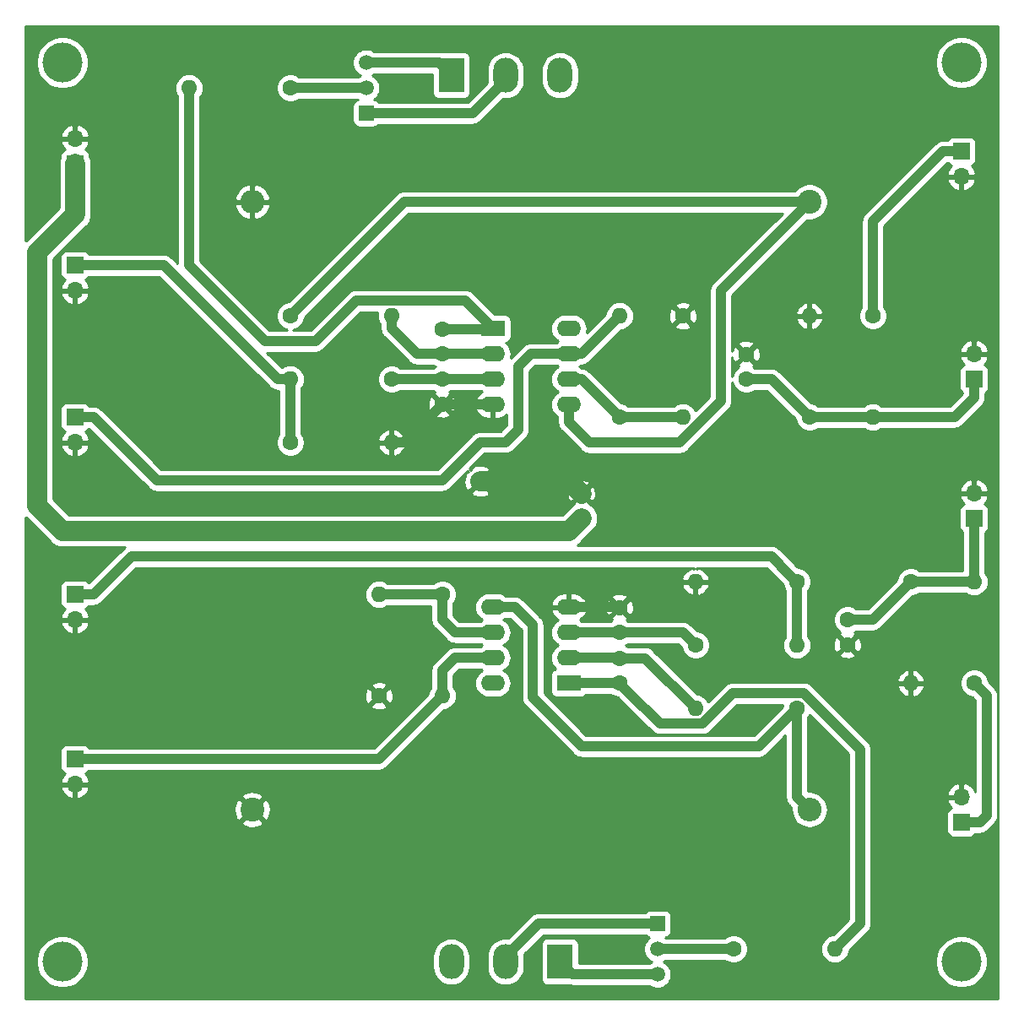
<source format=gtl>
G04 #@! TF.GenerationSoftware,KiCad,Pcbnew,5.1.4-5.1.4*
G04 #@! TF.CreationDate,2019-11-01T16:10:20+01:00*
G04 #@! TF.ProjectId,Strom-Senke,5374726f-6d2d-4536-956e-6b652e6b6963,rev?*
G04 #@! TF.SameCoordinates,Original*
G04 #@! TF.FileFunction,Copper,L1,Top*
G04 #@! TF.FilePolarity,Positive*
%FSLAX46Y46*%
G04 Gerber Fmt 4.6, Leading zero omitted, Abs format (unit mm)*
G04 Created by KiCad (PCBNEW 5.1.4-5.1.4) date 2019-11-01 16:10:20*
%MOMM*%
%LPD*%
G04 APERTURE LIST*
%ADD10R,1.700000X1.700000*%
%ADD11O,1.700000X1.700000*%
%ADD12O,2.400000X2.400000*%
%ADD13C,2.400000*%
%ADD14C,2.000000*%
%ADD15R,2.000000X2.000000*%
%ADD16C,1.600000*%
%ADD17C,1.520000*%
%ADD18R,1.520000X1.520000*%
%ADD19O,2.500000X3.500000*%
%ADD20R,2.500000X3.500000*%
%ADD21O,1.600000X1.600000*%
%ADD22O,2.400000X1.600000*%
%ADD23R,2.400000X1.600000*%
%ADD24C,4.000000*%
%ADD25C,2.000000*%
%ADD26C,1.000000*%
%ADD27C,0.250000*%
%ADD28C,0.254000*%
G04 APERTURE END LIST*
D10*
X209550000Y-119380000D03*
D11*
X209550000Y-116840000D03*
D10*
X209550000Y-52070000D03*
D11*
X209550000Y-54610000D03*
D10*
X120650000Y-53340000D03*
D11*
X120650000Y-50800000D03*
D12*
X194310000Y-118110000D03*
D13*
X138430000Y-118110000D03*
D10*
X210820000Y-88900000D03*
D11*
X210820000Y-86360000D03*
D10*
X210820000Y-74930000D03*
D11*
X210820000Y-72390000D03*
D10*
X120650000Y-113030000D03*
D11*
X120650000Y-115570000D03*
D10*
X120650000Y-78740000D03*
D11*
X120650000Y-81280000D03*
D10*
X120650000Y-96520000D03*
D11*
X120650000Y-99060000D03*
D10*
X120650000Y-63500000D03*
D11*
X120650000Y-66040000D03*
D14*
X161290000Y-85170000D03*
D15*
X161290000Y-90170000D03*
D16*
X171450000Y-86400000D03*
X171450000Y-88900000D03*
X157480000Y-74930000D03*
X157480000Y-77430000D03*
X175260000Y-97830000D03*
X175260000Y-100330000D03*
X157480000Y-69890000D03*
X157480000Y-72390000D03*
X175260000Y-102910000D03*
X175260000Y-105410000D03*
X187960000Y-74930000D03*
X187960000Y-72430000D03*
X198120000Y-101560000D03*
X198120000Y-99060000D03*
D17*
X149860000Y-45720000D03*
X149860000Y-43180000D03*
D18*
X149860000Y-48260000D03*
X179070000Y-129540000D03*
D17*
X179070000Y-134620000D03*
X179070000Y-132080000D03*
D19*
X169280000Y-44450000D03*
X163830000Y-44450000D03*
D20*
X158380000Y-44450000D03*
X169280000Y-133350000D03*
D19*
X163830000Y-133350000D03*
X158380000Y-133350000D03*
D21*
X152400000Y-81280000D03*
D16*
X142240000Y-81280000D03*
X193040000Y-95250000D03*
D21*
X182880000Y-95250000D03*
D16*
X152400000Y-74930000D03*
D21*
X142240000Y-74930000D03*
X193040000Y-101600000D03*
D16*
X182880000Y-101600000D03*
X142240000Y-45720000D03*
D21*
X132080000Y-45720000D03*
X152400000Y-68580000D03*
D16*
X142240000Y-68580000D03*
X186690000Y-132080000D03*
D21*
X196850000Y-132080000D03*
X182880000Y-107950000D03*
D16*
X193040000Y-107950000D03*
D21*
X175260000Y-68580000D03*
D16*
X175260000Y-78740000D03*
D21*
X157480000Y-106680000D03*
D16*
X157480000Y-96520000D03*
X181610000Y-68580000D03*
D21*
X181610000Y-78740000D03*
D16*
X151130000Y-106680000D03*
D21*
X151130000Y-96520000D03*
X200660000Y-78740000D03*
D16*
X200660000Y-68580000D03*
X194310000Y-78740000D03*
D21*
X194310000Y-68580000D03*
X210820000Y-95250000D03*
D16*
X210820000Y-105410000D03*
X204470000Y-95250000D03*
D21*
X204470000Y-105410000D03*
D13*
X194310000Y-57150000D03*
D12*
X138430000Y-57150000D03*
D22*
X170180000Y-69850000D03*
X162560000Y-77470000D03*
X170180000Y-72390000D03*
X162560000Y-74930000D03*
X170180000Y-74930000D03*
X162560000Y-72390000D03*
X170180000Y-77470000D03*
D23*
X162560000Y-69850000D03*
X170180000Y-105410000D03*
D22*
X162560000Y-97790000D03*
X170180000Y-102870000D03*
X162560000Y-100330000D03*
X170180000Y-100330000D03*
X162560000Y-102870000D03*
X170180000Y-97790000D03*
X162560000Y-105410000D03*
D24*
X209550000Y-133350000D03*
X119380000Y-133350000D03*
X119380000Y-43180000D03*
X209550000Y-43180000D03*
D25*
X170220000Y-85170000D02*
X171450000Y-86400000D01*
X161290000Y-85170000D02*
X170220000Y-85170000D01*
D26*
X162520000Y-77430000D02*
X162560000Y-77470000D01*
X157480000Y-77430000D02*
X162520000Y-77430000D01*
X153630000Y-81280000D02*
X157480000Y-77430000D01*
X152400000Y-81280000D02*
X153630000Y-81280000D01*
X175220000Y-97790000D02*
X175260000Y-97830000D01*
X170180000Y-97790000D02*
X175220000Y-97790000D01*
D25*
X170180000Y-90170000D02*
X171450000Y-88900000D01*
X161290000Y-90170000D02*
X170180000Y-90170000D01*
X161290000Y-90170000D02*
X119380000Y-90170000D01*
X119380000Y-90170000D02*
X116840000Y-87630000D01*
X116840000Y-87630000D02*
X116840000Y-62230000D01*
X120650000Y-58420000D02*
X120650000Y-53340000D01*
X116840000Y-62230000D02*
X120650000Y-58420000D01*
D27*
X162560000Y-74930000D02*
X156210000Y-74930000D01*
D26*
X157480000Y-74930000D02*
X162560000Y-74930000D01*
X157480000Y-74930000D02*
X152400000Y-74930000D01*
X170180000Y-100330000D02*
X175260000Y-100330000D01*
X181610000Y-100330000D02*
X182880000Y-101600000D01*
X175260000Y-100330000D02*
X181610000Y-100330000D01*
X162520000Y-69890000D02*
X162560000Y-69850000D01*
X157480000Y-69890000D02*
X162520000Y-69890000D01*
X132080000Y-45720000D02*
X132080000Y-63500000D01*
X132080000Y-63500000D02*
X139700000Y-71120000D01*
X139700000Y-71120000D02*
X144780000Y-71120000D01*
X148820001Y-67079999D02*
X159789999Y-67079999D01*
X144780000Y-71120000D02*
X148820001Y-67079999D01*
X159789999Y-67079999D02*
X162560000Y-69850000D01*
X152400000Y-68580000D02*
X152400000Y-69850000D01*
X154940000Y-72390000D02*
X157480000Y-72390000D01*
X152400000Y-69850000D02*
X154940000Y-72390000D01*
X162560000Y-72390000D02*
X157480000Y-72390000D01*
X175220000Y-102870000D02*
X175260000Y-102910000D01*
X170180000Y-102870000D02*
X175220000Y-102870000D01*
X177840000Y-102910000D02*
X182880000Y-107950000D01*
X175260000Y-102910000D02*
X177840000Y-102910000D01*
X170180000Y-105410000D02*
X175260000Y-105410000D01*
X176059999Y-106209999D02*
X175260000Y-105410000D01*
X179300001Y-109450001D02*
X176059999Y-106209999D01*
X186600003Y-106449999D02*
X183600001Y-109450001D01*
X193760001Y-106449999D02*
X186600003Y-106449999D01*
X183600001Y-109450001D02*
X179300001Y-109450001D01*
X199390000Y-112079998D02*
X193760001Y-106449999D01*
X199390000Y-129540000D02*
X199390000Y-112079998D01*
X196850000Y-132080000D02*
X199390000Y-129540000D01*
X190500000Y-74930000D02*
X194310000Y-78740000D01*
X187960000Y-74930000D02*
X190500000Y-74930000D01*
X194310000Y-78740000D02*
X200660000Y-78740000D01*
X210820000Y-76780000D02*
X210820000Y-74930000D01*
X208860000Y-78740000D02*
X210820000Y-76780000D01*
X200660000Y-78740000D02*
X208860000Y-78740000D01*
X210820000Y-88900000D02*
X210820000Y-95250000D01*
X210820000Y-95250000D02*
X204470000Y-95250000D01*
X200660000Y-99060000D02*
X204470000Y-95250000D01*
X198120000Y-99060000D02*
X200660000Y-99060000D01*
X142240000Y-74930000D02*
X142240000Y-81280000D01*
X142240000Y-74930000D02*
X140970000Y-74930000D01*
X129540000Y-63500000D02*
X120650000Y-63500000D01*
X140970000Y-74930000D02*
X129540000Y-63500000D01*
X193040000Y-101600000D02*
X193040000Y-95250000D01*
X192240001Y-94450001D02*
X193040000Y-95250000D01*
X190500000Y-92710000D02*
X192240001Y-94450001D01*
X122500000Y-96520000D02*
X126310000Y-92710000D01*
X126310000Y-92710000D02*
X190500000Y-92710000D01*
X120650000Y-96520000D02*
X122500000Y-96520000D01*
X171450000Y-72390000D02*
X175260000Y-68580000D01*
X170180000Y-72390000D02*
X171450000Y-72390000D01*
X122500000Y-78740000D02*
X120650000Y-78740000D01*
X157461334Y-85090000D02*
X128850000Y-85090000D01*
X170180000Y-72390000D02*
X166370000Y-72390000D01*
X128850000Y-85090000D02*
X122500000Y-78740000D01*
X165090667Y-80000667D02*
X163820667Y-81270667D01*
X166370000Y-72390000D02*
X165090667Y-73669333D01*
X161280667Y-81270667D02*
X157461334Y-85090000D01*
X165090667Y-73669333D02*
X165090667Y-80000667D01*
X163820667Y-81270667D02*
X161280667Y-81270667D01*
X157480000Y-106680000D02*
X157480000Y-104140000D01*
X158750000Y-102870000D02*
X162560000Y-102870000D01*
X157480000Y-104140000D02*
X158750000Y-102870000D01*
X151130000Y-113030000D02*
X157480000Y-106680000D01*
X120650000Y-113030000D02*
X151130000Y-113030000D01*
X163830000Y-44950000D02*
X163830000Y-44450000D01*
X160520000Y-48260000D02*
X163830000Y-44950000D01*
X149860000Y-48260000D02*
X160520000Y-48260000D01*
X200660000Y-67448630D02*
X200660000Y-68580000D01*
X200660000Y-59110000D02*
X200660000Y-67448630D01*
X207700000Y-52070000D02*
X200660000Y-59110000D01*
X209550000Y-52070000D02*
X207700000Y-52070000D01*
X163830000Y-132850000D02*
X163830000Y-133350000D01*
X167140000Y-129540000D02*
X163830000Y-132850000D01*
X179070000Y-129540000D02*
X167140000Y-129540000D01*
X211400000Y-119380000D02*
X212090000Y-118690000D01*
X209550000Y-119380000D02*
X211400000Y-119380000D01*
X212090000Y-106680000D02*
X210820000Y-105410000D01*
X212090000Y-118690000D02*
X212090000Y-106680000D01*
X142240000Y-45720000D02*
X149860000Y-45720000D01*
X157110000Y-43180000D02*
X158380000Y-44450000D01*
X149860000Y-43180000D02*
X157110000Y-43180000D01*
X170550000Y-134620000D02*
X169280000Y-133350000D01*
X179070000Y-134620000D02*
X170550000Y-134620000D01*
X186690000Y-132080000D02*
X179070000Y-132080000D01*
X153670000Y-57150000D02*
X194310000Y-57150000D01*
X142240000Y-68580000D02*
X153670000Y-57150000D01*
X185420000Y-66040000D02*
X194310000Y-57150000D01*
X185420000Y-77150002D02*
X185420000Y-66040000D01*
X172190000Y-81280000D02*
X181290002Y-81280000D01*
X170180000Y-77470000D02*
X170180000Y-79270000D01*
X181290002Y-81280000D02*
X185420000Y-77150002D01*
X170180000Y-79270000D02*
X172190000Y-81280000D01*
X193040000Y-116840000D02*
X194310000Y-118110000D01*
X193040000Y-107950000D02*
X193040000Y-116840000D01*
X166570000Y-99600000D02*
X166570000Y-106880000D01*
X164760000Y-97790000D02*
X166570000Y-99600000D01*
X162560000Y-97790000D02*
X164760000Y-97790000D01*
X171450000Y-111760000D02*
X189230000Y-111760000D01*
X189230000Y-111760000D02*
X193040000Y-107950000D01*
X171450000Y-111760000D02*
X166570000Y-106880000D01*
X171450000Y-74930000D02*
X175260000Y-78740000D01*
X170180000Y-74930000D02*
X171450000Y-74930000D01*
X175260000Y-78740000D02*
X181610000Y-78740000D01*
X157480000Y-96520000D02*
X151130000Y-96520000D01*
X157480000Y-96520000D02*
X157480000Y-99060000D01*
X158750000Y-100330000D02*
X162560000Y-100330000D01*
X157480000Y-99060000D02*
X158750000Y-100330000D01*
D28*
G36*
X213233000Y-137033000D02*
G01*
X115697000Y-137033000D01*
X115697000Y-133090475D01*
X116745000Y-133090475D01*
X116745000Y-133609525D01*
X116846261Y-134118601D01*
X117044893Y-134598141D01*
X117333262Y-135029715D01*
X117700285Y-135396738D01*
X118131859Y-135685107D01*
X118611399Y-135883739D01*
X119120475Y-135985000D01*
X119639525Y-135985000D01*
X120148601Y-135883739D01*
X120628141Y-135685107D01*
X121059715Y-135396738D01*
X121426738Y-135029715D01*
X121715107Y-134598141D01*
X121913739Y-134118601D01*
X122015000Y-133609525D01*
X122015000Y-133090475D01*
X121948749Y-132757403D01*
X156495000Y-132757403D01*
X156495000Y-133942596D01*
X156522275Y-134219523D01*
X156630061Y-134574847D01*
X156805097Y-134902317D01*
X157040655Y-135189345D01*
X157327683Y-135424903D01*
X157655152Y-135599939D01*
X158010476Y-135707725D01*
X158380000Y-135744120D01*
X158749523Y-135707725D01*
X159104847Y-135599939D01*
X159432317Y-135424903D01*
X159719345Y-135189345D01*
X159954903Y-134902317D01*
X160129939Y-134574848D01*
X160237725Y-134219524D01*
X160265000Y-133942597D01*
X160265000Y-132757403D01*
X161945000Y-132757403D01*
X161945000Y-133942596D01*
X161972275Y-134219523D01*
X162080061Y-134574847D01*
X162255097Y-134902317D01*
X162490655Y-135189345D01*
X162777683Y-135424903D01*
X163105152Y-135599939D01*
X163460476Y-135707725D01*
X163830000Y-135744120D01*
X164199523Y-135707725D01*
X164554847Y-135599939D01*
X164882317Y-135424903D01*
X165169345Y-135189345D01*
X165404903Y-134902317D01*
X165579939Y-134574848D01*
X165687725Y-134219524D01*
X165715000Y-133942597D01*
X165715000Y-132757403D01*
X165698209Y-132586922D01*
X167610132Y-130675000D01*
X177796292Y-130675000D01*
X177858815Y-130751185D01*
X177955506Y-130830537D01*
X178065820Y-130889502D01*
X178185518Y-130925812D01*
X178273467Y-130934474D01*
X178180739Y-130996433D01*
X177986433Y-131190739D01*
X177833767Y-131419220D01*
X177728609Y-131673093D01*
X177675000Y-131942604D01*
X177675000Y-132217396D01*
X177728609Y-132486907D01*
X177833767Y-132740780D01*
X177986433Y-132969261D01*
X178180739Y-133163567D01*
X178409220Y-133316233D01*
X178490740Y-133350000D01*
X178409220Y-133383767D01*
X178257714Y-133485000D01*
X171168072Y-133485000D01*
X171168072Y-131600000D01*
X171155812Y-131475518D01*
X171119502Y-131355820D01*
X171060537Y-131245506D01*
X170981185Y-131148815D01*
X170884494Y-131069463D01*
X170774180Y-131010498D01*
X170654482Y-130974188D01*
X170530000Y-130961928D01*
X168030000Y-130961928D01*
X167905518Y-130974188D01*
X167785820Y-131010498D01*
X167675506Y-131069463D01*
X167578815Y-131148815D01*
X167499463Y-131245506D01*
X167440498Y-131355820D01*
X167404188Y-131475518D01*
X167391928Y-131600000D01*
X167391928Y-135100000D01*
X167404188Y-135224482D01*
X167440498Y-135344180D01*
X167499463Y-135454494D01*
X167578815Y-135551185D01*
X167675506Y-135630537D01*
X167785820Y-135689502D01*
X167905518Y-135725812D01*
X168030000Y-135738072D01*
X170325835Y-135738072D01*
X170327500Y-135738577D01*
X170348493Y-135740644D01*
X170494248Y-135755000D01*
X170494255Y-135755000D01*
X170549999Y-135760490D01*
X170605743Y-135755000D01*
X178257714Y-135755000D01*
X178409220Y-135856233D01*
X178663093Y-135961391D01*
X178932604Y-136015000D01*
X179207396Y-136015000D01*
X179476907Y-135961391D01*
X179730780Y-135856233D01*
X179959261Y-135703567D01*
X180153567Y-135509261D01*
X180306233Y-135280780D01*
X180411391Y-135026907D01*
X180465000Y-134757396D01*
X180465000Y-134482604D01*
X180411391Y-134213093D01*
X180306233Y-133959220D01*
X180153567Y-133730739D01*
X179959261Y-133536433D01*
X179730780Y-133383767D01*
X179649260Y-133350000D01*
X179730780Y-133316233D01*
X179882286Y-133215000D01*
X185805716Y-133215000D01*
X186010273Y-133351680D01*
X186271426Y-133459853D01*
X186548665Y-133515000D01*
X186831335Y-133515000D01*
X187108574Y-133459853D01*
X187369727Y-133351680D01*
X187604759Y-133194637D01*
X187804637Y-132994759D01*
X187961680Y-132759727D01*
X188069853Y-132498574D01*
X188125000Y-132221335D01*
X188125000Y-131938665D01*
X188069853Y-131661426D01*
X187961680Y-131400273D01*
X187804637Y-131165241D01*
X187604759Y-130965363D01*
X187369727Y-130808320D01*
X187108574Y-130700147D01*
X186831335Y-130645000D01*
X186548665Y-130645000D01*
X186271426Y-130700147D01*
X186010273Y-130808320D01*
X185805716Y-130945000D01*
X179882286Y-130945000D01*
X179866533Y-130934474D01*
X179954482Y-130925812D01*
X180074180Y-130889502D01*
X180184494Y-130830537D01*
X180281185Y-130751185D01*
X180360537Y-130654494D01*
X180419502Y-130544180D01*
X180455812Y-130424482D01*
X180468072Y-130300000D01*
X180468072Y-128780000D01*
X180455812Y-128655518D01*
X180419502Y-128535820D01*
X180360537Y-128425506D01*
X180281185Y-128328815D01*
X180184494Y-128249463D01*
X180074180Y-128190498D01*
X179954482Y-128154188D01*
X179830000Y-128141928D01*
X178310000Y-128141928D01*
X178185518Y-128154188D01*
X178065820Y-128190498D01*
X177955506Y-128249463D01*
X177858815Y-128328815D01*
X177796292Y-128405000D01*
X167195752Y-128405000D01*
X167140000Y-128399509D01*
X167084248Y-128405000D01*
X166917501Y-128421423D01*
X166703553Y-128486324D01*
X166506377Y-128591716D01*
X166333551Y-128733551D01*
X166298009Y-128776859D01*
X164093078Y-130981791D01*
X163830000Y-130955880D01*
X163460477Y-130992275D01*
X163105153Y-131100061D01*
X162777684Y-131275097D01*
X162490656Y-131510655D01*
X162255098Y-131797683D01*
X162080061Y-132125152D01*
X161972275Y-132480476D01*
X161945000Y-132757403D01*
X160265000Y-132757403D01*
X160237725Y-132480476D01*
X160129939Y-132125152D01*
X159954903Y-131797683D01*
X159719345Y-131510655D01*
X159432317Y-131275097D01*
X159104848Y-131100061D01*
X158749524Y-130992275D01*
X158380000Y-130955880D01*
X158010477Y-130992275D01*
X157655153Y-131100061D01*
X157327684Y-131275097D01*
X157040656Y-131510655D01*
X156805098Y-131797683D01*
X156630061Y-132125152D01*
X156522275Y-132480476D01*
X156495000Y-132757403D01*
X121948749Y-132757403D01*
X121913739Y-132581399D01*
X121715107Y-132101859D01*
X121426738Y-131670285D01*
X121059715Y-131303262D01*
X120628141Y-131014893D01*
X120148601Y-130816261D01*
X119639525Y-130715000D01*
X119120475Y-130715000D01*
X118611399Y-130816261D01*
X118131859Y-131014893D01*
X117700285Y-131303262D01*
X117333262Y-131670285D01*
X117044893Y-132101859D01*
X116846261Y-132581399D01*
X116745000Y-133090475D01*
X115697000Y-133090475D01*
X115697000Y-119387980D01*
X137331626Y-119387980D01*
X137451514Y-119672836D01*
X137775210Y-119833699D01*
X138124069Y-119928322D01*
X138484684Y-119953067D01*
X138843198Y-119906985D01*
X139185833Y-119791846D01*
X139408486Y-119672836D01*
X139528374Y-119387980D01*
X138430000Y-118289605D01*
X137331626Y-119387980D01*
X115697000Y-119387980D01*
X115697000Y-118164684D01*
X136586933Y-118164684D01*
X136633015Y-118523198D01*
X136748154Y-118865833D01*
X136867164Y-119088486D01*
X137152020Y-119208374D01*
X138250395Y-118110000D01*
X138609605Y-118110000D01*
X139707980Y-119208374D01*
X139992836Y-119088486D01*
X140153699Y-118764790D01*
X140248322Y-118415931D01*
X140273067Y-118055316D01*
X140226985Y-117696802D01*
X140111846Y-117354167D01*
X139992836Y-117131514D01*
X139707980Y-117011626D01*
X138609605Y-118110000D01*
X138250395Y-118110000D01*
X137152020Y-117011626D01*
X136867164Y-117131514D01*
X136706301Y-117455210D01*
X136611678Y-117804069D01*
X136586933Y-118164684D01*
X115697000Y-118164684D01*
X115697000Y-115926890D01*
X119208524Y-115926890D01*
X119253175Y-116074099D01*
X119378359Y-116336920D01*
X119552412Y-116570269D01*
X119768645Y-116765178D01*
X120018748Y-116914157D01*
X120293109Y-117011481D01*
X120523000Y-116890814D01*
X120523000Y-115697000D01*
X120777000Y-115697000D01*
X120777000Y-116890814D01*
X121006891Y-117011481D01*
X121281252Y-116914157D01*
X121419141Y-116832020D01*
X137331626Y-116832020D01*
X138430000Y-117930395D01*
X139528374Y-116832020D01*
X139408486Y-116547164D01*
X139084790Y-116386301D01*
X138735931Y-116291678D01*
X138375316Y-116266933D01*
X138016802Y-116313015D01*
X137674167Y-116428154D01*
X137451514Y-116547164D01*
X137331626Y-116832020D01*
X121419141Y-116832020D01*
X121531355Y-116765178D01*
X121747588Y-116570269D01*
X121921641Y-116336920D01*
X122046825Y-116074099D01*
X122091476Y-115926890D01*
X121970155Y-115697000D01*
X120777000Y-115697000D01*
X120523000Y-115697000D01*
X119329845Y-115697000D01*
X119208524Y-115926890D01*
X115697000Y-115926890D01*
X115697000Y-112180000D01*
X119161928Y-112180000D01*
X119161928Y-113880000D01*
X119174188Y-114004482D01*
X119210498Y-114124180D01*
X119269463Y-114234494D01*
X119348815Y-114331185D01*
X119445506Y-114410537D01*
X119555820Y-114469502D01*
X119636466Y-114493966D01*
X119552412Y-114569731D01*
X119378359Y-114803080D01*
X119253175Y-115065901D01*
X119208524Y-115213110D01*
X119329845Y-115443000D01*
X120523000Y-115443000D01*
X120523000Y-115423000D01*
X120777000Y-115423000D01*
X120777000Y-115443000D01*
X121970155Y-115443000D01*
X122091476Y-115213110D01*
X122046825Y-115065901D01*
X121921641Y-114803080D01*
X121747588Y-114569731D01*
X121663534Y-114493966D01*
X121744180Y-114469502D01*
X121854494Y-114410537D01*
X121951185Y-114331185D01*
X122030537Y-114234494D01*
X122067683Y-114165000D01*
X151074249Y-114165000D01*
X151130000Y-114170491D01*
X151185751Y-114165000D01*
X151185752Y-114165000D01*
X151352499Y-114148577D01*
X151566447Y-114083676D01*
X151763623Y-113978284D01*
X151936449Y-113836449D01*
X151971996Y-113793135D01*
X157661018Y-108104114D01*
X157761309Y-108094236D01*
X158031808Y-108012182D01*
X158281101Y-107878932D01*
X158499608Y-107699608D01*
X158678932Y-107481101D01*
X158812182Y-107231808D01*
X158894236Y-106961309D01*
X158921943Y-106680000D01*
X158894236Y-106398691D01*
X158812182Y-106128192D01*
X158678932Y-105878899D01*
X158615000Y-105800998D01*
X158615000Y-104610131D01*
X159220132Y-104005000D01*
X161280998Y-104005000D01*
X161358899Y-104068932D01*
X161491858Y-104140000D01*
X161358899Y-104211068D01*
X161140392Y-104390392D01*
X160961068Y-104608899D01*
X160827818Y-104858192D01*
X160745764Y-105128691D01*
X160718057Y-105410000D01*
X160745764Y-105691309D01*
X160827818Y-105961808D01*
X160961068Y-106211101D01*
X161140392Y-106429608D01*
X161358899Y-106608932D01*
X161608192Y-106742182D01*
X161878691Y-106824236D01*
X162089508Y-106845000D01*
X163030492Y-106845000D01*
X163241309Y-106824236D01*
X163511808Y-106742182D01*
X163761101Y-106608932D01*
X163979608Y-106429608D01*
X164158932Y-106211101D01*
X164292182Y-105961808D01*
X164374236Y-105691309D01*
X164401943Y-105410000D01*
X164374236Y-105128691D01*
X164292182Y-104858192D01*
X164158932Y-104608899D01*
X163979608Y-104390392D01*
X163761101Y-104211068D01*
X163628142Y-104140000D01*
X163761101Y-104068932D01*
X163979608Y-103889608D01*
X164158932Y-103671101D01*
X164292182Y-103421808D01*
X164374236Y-103151309D01*
X164401943Y-102870000D01*
X164374236Y-102588691D01*
X164292182Y-102318192D01*
X164158932Y-102068899D01*
X163979608Y-101850392D01*
X163761101Y-101671068D01*
X163628142Y-101600000D01*
X163761101Y-101528932D01*
X163979608Y-101349608D01*
X164158932Y-101131101D01*
X164292182Y-100881808D01*
X164374236Y-100611309D01*
X164401943Y-100330000D01*
X164374236Y-100048691D01*
X164292182Y-99778192D01*
X164158932Y-99528899D01*
X163979608Y-99310392D01*
X163761101Y-99131068D01*
X163628142Y-99060000D01*
X163761101Y-98988932D01*
X163839002Y-98925000D01*
X164289869Y-98925000D01*
X165435000Y-100070133D01*
X165435001Y-106824236D01*
X165429509Y-106880000D01*
X165451423Y-107102498D01*
X165516324Y-107316446D01*
X165560018Y-107398192D01*
X165621717Y-107513623D01*
X165763552Y-107686449D01*
X165806860Y-107721991D01*
X170608009Y-112523141D01*
X170643551Y-112566449D01*
X170816377Y-112708284D01*
X171013553Y-112813676D01*
X171177705Y-112863471D01*
X171227500Y-112878577D01*
X171248493Y-112880644D01*
X171394248Y-112895000D01*
X171394255Y-112895000D01*
X171449999Y-112900490D01*
X171505743Y-112895000D01*
X189174249Y-112895000D01*
X189230000Y-112900491D01*
X189285751Y-112895000D01*
X189285752Y-112895000D01*
X189452499Y-112878577D01*
X189666447Y-112813676D01*
X189863623Y-112708284D01*
X190036449Y-112566449D01*
X190071996Y-112523135D01*
X191905000Y-110690132D01*
X191905001Y-116784239D01*
X191899509Y-116840000D01*
X191921423Y-117062498D01*
X191986324Y-117276446D01*
X191986325Y-117276447D01*
X192091717Y-117473623D01*
X192233552Y-117646449D01*
X192276860Y-117681991D01*
X192487528Y-117892660D01*
X192466122Y-118110000D01*
X192501552Y-118469723D01*
X192606479Y-118815622D01*
X192776871Y-119134404D01*
X193006181Y-119413819D01*
X193285596Y-119643129D01*
X193604378Y-119813521D01*
X193950277Y-119918448D01*
X194219861Y-119945000D01*
X194400139Y-119945000D01*
X194669723Y-119918448D01*
X195015622Y-119813521D01*
X195334404Y-119643129D01*
X195613819Y-119413819D01*
X195843129Y-119134404D01*
X196013521Y-118815622D01*
X196118448Y-118469723D01*
X196153878Y-118110000D01*
X196118448Y-117750277D01*
X196013521Y-117404378D01*
X195843129Y-117085596D01*
X195613819Y-116806181D01*
X195334404Y-116576871D01*
X195015622Y-116406479D01*
X194669723Y-116301552D01*
X194400139Y-116275000D01*
X194219861Y-116275000D01*
X194175000Y-116279418D01*
X194175000Y-108834284D01*
X194311680Y-108629727D01*
X194318392Y-108613522D01*
X198255001Y-112550131D01*
X198255000Y-129069868D01*
X196668983Y-130655886D01*
X196568691Y-130665764D01*
X196298192Y-130747818D01*
X196048899Y-130881068D01*
X195830392Y-131060392D01*
X195651068Y-131278899D01*
X195517818Y-131528192D01*
X195435764Y-131798691D01*
X195408057Y-132080000D01*
X195435764Y-132361309D01*
X195517818Y-132631808D01*
X195651068Y-132881101D01*
X195830392Y-133099608D01*
X196048899Y-133278932D01*
X196298192Y-133412182D01*
X196568691Y-133494236D01*
X196779508Y-133515000D01*
X196920492Y-133515000D01*
X197131309Y-133494236D01*
X197401808Y-133412182D01*
X197651101Y-133278932D01*
X197869608Y-133099608D01*
X197877103Y-133090475D01*
X206915000Y-133090475D01*
X206915000Y-133609525D01*
X207016261Y-134118601D01*
X207214893Y-134598141D01*
X207503262Y-135029715D01*
X207870285Y-135396738D01*
X208301859Y-135685107D01*
X208781399Y-135883739D01*
X209290475Y-135985000D01*
X209809525Y-135985000D01*
X210318601Y-135883739D01*
X210798141Y-135685107D01*
X211229715Y-135396738D01*
X211596738Y-135029715D01*
X211885107Y-134598141D01*
X212083739Y-134118601D01*
X212185000Y-133609525D01*
X212185000Y-133090475D01*
X212083739Y-132581399D01*
X211885107Y-132101859D01*
X211596738Y-131670285D01*
X211229715Y-131303262D01*
X210798141Y-131014893D01*
X210318601Y-130816261D01*
X209809525Y-130715000D01*
X209290475Y-130715000D01*
X208781399Y-130816261D01*
X208301859Y-131014893D01*
X207870285Y-131303262D01*
X207503262Y-131670285D01*
X207214893Y-132101859D01*
X207016261Y-132581399D01*
X206915000Y-133090475D01*
X197877103Y-133090475D01*
X198048932Y-132881101D01*
X198182182Y-132631808D01*
X198264236Y-132361309D01*
X198274114Y-132261017D01*
X200153141Y-130381991D01*
X200196449Y-130346449D01*
X200338284Y-130173623D01*
X200443676Y-129976447D01*
X200508577Y-129762499D01*
X200525000Y-129595752D01*
X200525000Y-129595743D01*
X200530490Y-129540001D01*
X200525000Y-129484259D01*
X200525000Y-118530000D01*
X208061928Y-118530000D01*
X208061928Y-120230000D01*
X208074188Y-120354482D01*
X208110498Y-120474180D01*
X208169463Y-120584494D01*
X208248815Y-120681185D01*
X208345506Y-120760537D01*
X208455820Y-120819502D01*
X208575518Y-120855812D01*
X208700000Y-120868072D01*
X210400000Y-120868072D01*
X210524482Y-120855812D01*
X210644180Y-120819502D01*
X210754494Y-120760537D01*
X210851185Y-120681185D01*
X210930537Y-120584494D01*
X210967683Y-120515000D01*
X211344249Y-120515000D01*
X211400000Y-120520491D01*
X211455751Y-120515000D01*
X211455752Y-120515000D01*
X211622499Y-120498577D01*
X211836447Y-120433676D01*
X212033623Y-120328284D01*
X212206449Y-120186449D01*
X212241996Y-120143135D01*
X212853135Y-119531996D01*
X212896449Y-119496449D01*
X213038284Y-119323623D01*
X213143676Y-119126447D01*
X213208577Y-118912499D01*
X213225000Y-118745752D01*
X213225000Y-118745743D01*
X213230490Y-118690001D01*
X213225000Y-118634259D01*
X213225000Y-106735743D01*
X213230490Y-106679999D01*
X213225000Y-106624255D01*
X213225000Y-106624248D01*
X213208577Y-106457501D01*
X213206302Y-106449999D01*
X213190737Y-106398691D01*
X213143676Y-106243553D01*
X213038284Y-106046377D01*
X212896449Y-105873551D01*
X212853140Y-105838008D01*
X212247850Y-105232718D01*
X212199853Y-104991426D01*
X212091680Y-104730273D01*
X211934637Y-104495241D01*
X211734759Y-104295363D01*
X211499727Y-104138320D01*
X211238574Y-104030147D01*
X210961335Y-103975000D01*
X210678665Y-103975000D01*
X210401426Y-104030147D01*
X210140273Y-104138320D01*
X209905241Y-104295363D01*
X209705363Y-104495241D01*
X209548320Y-104730273D01*
X209440147Y-104991426D01*
X209385000Y-105268665D01*
X209385000Y-105551335D01*
X209440147Y-105828574D01*
X209548320Y-106089727D01*
X209705363Y-106324759D01*
X209905241Y-106524637D01*
X210140273Y-106681680D01*
X210401426Y-106789853D01*
X210642718Y-106837850D01*
X210955001Y-107150133D01*
X210955000Y-116362854D01*
X210946825Y-116335901D01*
X210821641Y-116073080D01*
X210647588Y-115839731D01*
X210431355Y-115644822D01*
X210181252Y-115495843D01*
X209906891Y-115398519D01*
X209677000Y-115519186D01*
X209677000Y-116713000D01*
X209697000Y-116713000D01*
X209697000Y-116967000D01*
X209677000Y-116967000D01*
X209677000Y-116987000D01*
X209423000Y-116987000D01*
X209423000Y-116967000D01*
X208229845Y-116967000D01*
X208108524Y-117196890D01*
X208153175Y-117344099D01*
X208278359Y-117606920D01*
X208452412Y-117840269D01*
X208536466Y-117916034D01*
X208455820Y-117940498D01*
X208345506Y-117999463D01*
X208248815Y-118078815D01*
X208169463Y-118175506D01*
X208110498Y-118285820D01*
X208074188Y-118405518D01*
X208061928Y-118530000D01*
X200525000Y-118530000D01*
X200525000Y-116483110D01*
X208108524Y-116483110D01*
X208229845Y-116713000D01*
X209423000Y-116713000D01*
X209423000Y-115519186D01*
X209193109Y-115398519D01*
X208918748Y-115495843D01*
X208668645Y-115644822D01*
X208452412Y-115839731D01*
X208278359Y-116073080D01*
X208153175Y-116335901D01*
X208108524Y-116483110D01*
X200525000Y-116483110D01*
X200525000Y-112135749D01*
X200530491Y-112079998D01*
X200508577Y-111857499D01*
X200443676Y-111643551D01*
X200415319Y-111590498D01*
X200338284Y-111446375D01*
X200196449Y-111273549D01*
X200153141Y-111238007D01*
X194674174Y-105759040D01*
X203078091Y-105759040D01*
X203172930Y-106023881D01*
X203317615Y-106265131D01*
X203506586Y-106473519D01*
X203732580Y-106641037D01*
X203986913Y-106761246D01*
X204120961Y-106801904D01*
X204343000Y-106679915D01*
X204343000Y-105537000D01*
X204597000Y-105537000D01*
X204597000Y-106679915D01*
X204819039Y-106801904D01*
X204953087Y-106761246D01*
X205207420Y-106641037D01*
X205433414Y-106473519D01*
X205622385Y-106265131D01*
X205767070Y-106023881D01*
X205861909Y-105759040D01*
X205740624Y-105537000D01*
X204597000Y-105537000D01*
X204343000Y-105537000D01*
X203199376Y-105537000D01*
X203078091Y-105759040D01*
X194674174Y-105759040D01*
X194601997Y-105686864D01*
X194566450Y-105643550D01*
X194393624Y-105501715D01*
X194196448Y-105396323D01*
X193982500Y-105331422D01*
X193815753Y-105314999D01*
X193815752Y-105314999D01*
X193760001Y-105309508D01*
X193704250Y-105314999D01*
X186655755Y-105314999D01*
X186600003Y-105309508D01*
X186377504Y-105331422D01*
X186163556Y-105396323D01*
X185966380Y-105501715D01*
X185836859Y-105608010D01*
X185836858Y-105608011D01*
X185793554Y-105643550D01*
X185758016Y-105686853D01*
X184154533Y-107290338D01*
X184078932Y-107148899D01*
X183899608Y-106930392D01*
X183681101Y-106751068D01*
X183431808Y-106617818D01*
X183161309Y-106535764D01*
X183061018Y-106525886D01*
X181596092Y-105060960D01*
X203078091Y-105060960D01*
X203199376Y-105283000D01*
X204343000Y-105283000D01*
X204343000Y-104140085D01*
X204597000Y-104140085D01*
X204597000Y-105283000D01*
X205740624Y-105283000D01*
X205861909Y-105060960D01*
X205767070Y-104796119D01*
X205622385Y-104554869D01*
X205433414Y-104346481D01*
X205207420Y-104178963D01*
X204953087Y-104058754D01*
X204819039Y-104018096D01*
X204597000Y-104140085D01*
X204343000Y-104140085D01*
X204120961Y-104018096D01*
X203986913Y-104058754D01*
X203732580Y-104178963D01*
X203506586Y-104346481D01*
X203317615Y-104554869D01*
X203172930Y-104796119D01*
X203078091Y-105060960D01*
X181596092Y-105060960D01*
X178681996Y-102146865D01*
X178646449Y-102103551D01*
X178473623Y-101961716D01*
X178276447Y-101856324D01*
X178062499Y-101791423D01*
X177895752Y-101775000D01*
X177895751Y-101775000D01*
X177840000Y-101769509D01*
X177784249Y-101775000D01*
X176144284Y-101775000D01*
X175939727Y-101638320D01*
X175895499Y-101620000D01*
X175939727Y-101601680D01*
X176144284Y-101465000D01*
X181139869Y-101465000D01*
X181452150Y-101777282D01*
X181500147Y-102018574D01*
X181608320Y-102279727D01*
X181765363Y-102514759D01*
X181965241Y-102714637D01*
X182200273Y-102871680D01*
X182461426Y-102979853D01*
X182738665Y-103035000D01*
X183021335Y-103035000D01*
X183298574Y-102979853D01*
X183559727Y-102871680D01*
X183794759Y-102714637D01*
X183994637Y-102514759D01*
X184151680Y-102279727D01*
X184259853Y-102018574D01*
X184315000Y-101741335D01*
X184315000Y-101458665D01*
X184259853Y-101181426D01*
X184151680Y-100920273D01*
X183994637Y-100685241D01*
X183794759Y-100485363D01*
X183559727Y-100328320D01*
X183298574Y-100220147D01*
X183057282Y-100172150D01*
X182451996Y-99566865D01*
X182416449Y-99523551D01*
X182243623Y-99381716D01*
X182046447Y-99276324D01*
X181832499Y-99211423D01*
X181665752Y-99195000D01*
X181665751Y-99195000D01*
X181610000Y-99189509D01*
X181554249Y-99195000D01*
X176144284Y-99195000D01*
X175974131Y-99081308D01*
X176001514Y-99066671D01*
X176073097Y-98822702D01*
X175260000Y-98009605D01*
X174446903Y-98822702D01*
X174518486Y-99066671D01*
X174547341Y-99080324D01*
X174375716Y-99195000D01*
X171459002Y-99195000D01*
X171381101Y-99131068D01*
X171253259Y-99062735D01*
X171482839Y-98912601D01*
X171684500Y-98714895D01*
X171843715Y-98481646D01*
X171954367Y-98221818D01*
X171971904Y-98139039D01*
X171849915Y-97917000D01*
X170307000Y-97917000D01*
X170307000Y-97937000D01*
X170053000Y-97937000D01*
X170053000Y-97917000D01*
X168510085Y-97917000D01*
X168388096Y-98139039D01*
X168405633Y-98221818D01*
X168516285Y-98481646D01*
X168675500Y-98714895D01*
X168877161Y-98912601D01*
X169106741Y-99062735D01*
X168978899Y-99131068D01*
X168760392Y-99310392D01*
X168581068Y-99528899D01*
X168447818Y-99778192D01*
X168365764Y-100048691D01*
X168338057Y-100330000D01*
X168365764Y-100611309D01*
X168447818Y-100881808D01*
X168581068Y-101131101D01*
X168760392Y-101349608D01*
X168978899Y-101528932D01*
X169111858Y-101600000D01*
X168978899Y-101671068D01*
X168760392Y-101850392D01*
X168581068Y-102068899D01*
X168447818Y-102318192D01*
X168365764Y-102588691D01*
X168338057Y-102870000D01*
X168365764Y-103151309D01*
X168447818Y-103421808D01*
X168581068Y-103671101D01*
X168760392Y-103889608D01*
X168873482Y-103982419D01*
X168855518Y-103984188D01*
X168735820Y-104020498D01*
X168625506Y-104079463D01*
X168528815Y-104158815D01*
X168449463Y-104255506D01*
X168390498Y-104365820D01*
X168354188Y-104485518D01*
X168341928Y-104610000D01*
X168341928Y-106210000D01*
X168354188Y-106334482D01*
X168390498Y-106454180D01*
X168449463Y-106564494D01*
X168528815Y-106661185D01*
X168625506Y-106740537D01*
X168735820Y-106799502D01*
X168855518Y-106835812D01*
X168980000Y-106848072D01*
X171380000Y-106848072D01*
X171504482Y-106835812D01*
X171624180Y-106799502D01*
X171734494Y-106740537D01*
X171831185Y-106661185D01*
X171910537Y-106564494D01*
X171920957Y-106545000D01*
X174375716Y-106545000D01*
X174580273Y-106681680D01*
X174841426Y-106789853D01*
X175082718Y-106837850D01*
X175296855Y-107051987D01*
X175296860Y-107051991D01*
X178458010Y-110213142D01*
X178493552Y-110256450D01*
X178666377Y-110398284D01*
X178666378Y-110398285D01*
X178863554Y-110503677D01*
X179077502Y-110568578D01*
X179300001Y-110590492D01*
X179355753Y-110585001D01*
X183544250Y-110585001D01*
X183600001Y-110590492D01*
X183655752Y-110585001D01*
X183655753Y-110585001D01*
X183822500Y-110568578D01*
X184036448Y-110503677D01*
X184233624Y-110398285D01*
X184406450Y-110256450D01*
X184441997Y-110213136D01*
X187070136Y-107584999D01*
X191649491Y-107584999D01*
X191612151Y-107772717D01*
X188759869Y-110625000D01*
X171920132Y-110625000D01*
X167705000Y-106409869D01*
X167705000Y-99655752D01*
X167710491Y-99600000D01*
X167688577Y-99377501D01*
X167623676Y-99163553D01*
X167518284Y-98966377D01*
X167411989Y-98836856D01*
X167411987Y-98836854D01*
X167376449Y-98793551D01*
X167333146Y-98758013D01*
X166475645Y-97900512D01*
X173819783Y-97900512D01*
X173861213Y-98180130D01*
X173956397Y-98446292D01*
X174023329Y-98571514D01*
X174267298Y-98643097D01*
X175080395Y-97830000D01*
X175439605Y-97830000D01*
X176252702Y-98643097D01*
X176496671Y-98571514D01*
X176617571Y-98316004D01*
X176686300Y-98041816D01*
X176700217Y-97759488D01*
X176658787Y-97479870D01*
X176563603Y-97213708D01*
X176496671Y-97088486D01*
X176252702Y-97016903D01*
X175439605Y-97830000D01*
X175080395Y-97830000D01*
X174267298Y-97016903D01*
X174023329Y-97088486D01*
X173902429Y-97343996D01*
X173833700Y-97618184D01*
X173819783Y-97900512D01*
X166475645Y-97900512D01*
X166016093Y-97440961D01*
X168388096Y-97440961D01*
X168510085Y-97663000D01*
X170053000Y-97663000D01*
X170053000Y-96355000D01*
X170307000Y-96355000D01*
X170307000Y-97663000D01*
X171849915Y-97663000D01*
X171971904Y-97440961D01*
X171954367Y-97358182D01*
X171843715Y-97098354D01*
X171684500Y-96865105D01*
X171656137Y-96837298D01*
X174446903Y-96837298D01*
X175260000Y-97650395D01*
X176073097Y-96837298D01*
X176001514Y-96593329D01*
X175746004Y-96472429D01*
X175471816Y-96403700D01*
X175189488Y-96389783D01*
X174909870Y-96431213D01*
X174643708Y-96526397D01*
X174518486Y-96593329D01*
X174446903Y-96837298D01*
X171656137Y-96837298D01*
X171482839Y-96667399D01*
X171246483Y-96512834D01*
X170984514Y-96407350D01*
X170707000Y-96355000D01*
X170307000Y-96355000D01*
X170053000Y-96355000D01*
X169653000Y-96355000D01*
X169375486Y-96407350D01*
X169113517Y-96512834D01*
X168877161Y-96667399D01*
X168675500Y-96865105D01*
X168516285Y-97098354D01*
X168405633Y-97358182D01*
X168388096Y-97440961D01*
X166016093Y-97440961D01*
X165601995Y-97026864D01*
X165566449Y-96983551D01*
X165393623Y-96841716D01*
X165196447Y-96736324D01*
X164982499Y-96671423D01*
X164815752Y-96655000D01*
X164815751Y-96655000D01*
X164760000Y-96649509D01*
X164704249Y-96655000D01*
X163839002Y-96655000D01*
X163761101Y-96591068D01*
X163511808Y-96457818D01*
X163241309Y-96375764D01*
X163030492Y-96355000D01*
X162089508Y-96355000D01*
X161878691Y-96375764D01*
X161608192Y-96457818D01*
X161358899Y-96591068D01*
X161140392Y-96770392D01*
X160961068Y-96988899D01*
X160827818Y-97238192D01*
X160745764Y-97508691D01*
X160718057Y-97790000D01*
X160745764Y-98071309D01*
X160827818Y-98341808D01*
X160961068Y-98591101D01*
X161140392Y-98809608D01*
X161358899Y-98988932D01*
X161491858Y-99060000D01*
X161358899Y-99131068D01*
X161280998Y-99195000D01*
X159220132Y-99195000D01*
X158615000Y-98589869D01*
X158615000Y-97404284D01*
X158751680Y-97199727D01*
X158859853Y-96938574D01*
X158915000Y-96661335D01*
X158915000Y-96378665D01*
X158859853Y-96101426D01*
X158751680Y-95840273D01*
X158594637Y-95605241D01*
X158588435Y-95599039D01*
X181488096Y-95599039D01*
X181528754Y-95733087D01*
X181648963Y-95987420D01*
X181816481Y-96213414D01*
X182024869Y-96402385D01*
X182266119Y-96547070D01*
X182530960Y-96641909D01*
X182753000Y-96520624D01*
X182753000Y-95377000D01*
X183007000Y-95377000D01*
X183007000Y-96520624D01*
X183229040Y-96641909D01*
X183493881Y-96547070D01*
X183735131Y-96402385D01*
X183943519Y-96213414D01*
X184111037Y-95987420D01*
X184231246Y-95733087D01*
X184271904Y-95599039D01*
X184149915Y-95377000D01*
X183007000Y-95377000D01*
X182753000Y-95377000D01*
X181610085Y-95377000D01*
X181488096Y-95599039D01*
X158588435Y-95599039D01*
X158394759Y-95405363D01*
X158159727Y-95248320D01*
X157898574Y-95140147D01*
X157621335Y-95085000D01*
X157338665Y-95085000D01*
X157061426Y-95140147D01*
X156800273Y-95248320D01*
X156595716Y-95385000D01*
X152009002Y-95385000D01*
X151931101Y-95321068D01*
X151681808Y-95187818D01*
X151411309Y-95105764D01*
X151200492Y-95085000D01*
X151059508Y-95085000D01*
X150848691Y-95105764D01*
X150578192Y-95187818D01*
X150328899Y-95321068D01*
X150110392Y-95500392D01*
X149931068Y-95718899D01*
X149797818Y-95968192D01*
X149715764Y-96238691D01*
X149688057Y-96520000D01*
X149715764Y-96801309D01*
X149797818Y-97071808D01*
X149931068Y-97321101D01*
X150110392Y-97539608D01*
X150328899Y-97718932D01*
X150578192Y-97852182D01*
X150848691Y-97934236D01*
X151059508Y-97955000D01*
X151200492Y-97955000D01*
X151411309Y-97934236D01*
X151681808Y-97852182D01*
X151931101Y-97718932D01*
X152009002Y-97655000D01*
X156345000Y-97655000D01*
X156345001Y-99004239D01*
X156339509Y-99060000D01*
X156361423Y-99282498D01*
X156426324Y-99496446D01*
X156462485Y-99564099D01*
X156531717Y-99693623D01*
X156673552Y-99866449D01*
X156716860Y-99901991D01*
X157908008Y-101093140D01*
X157943551Y-101136449D01*
X158116377Y-101278284D01*
X158313553Y-101383676D01*
X158477705Y-101433471D01*
X158527500Y-101448577D01*
X158548493Y-101450644D01*
X158694248Y-101465000D01*
X158694255Y-101465000D01*
X158749999Y-101470490D01*
X158805743Y-101465000D01*
X161280998Y-101465000D01*
X161358899Y-101528932D01*
X161491858Y-101600000D01*
X161358899Y-101671068D01*
X161280998Y-101735000D01*
X158805743Y-101735000D01*
X158749999Y-101729510D01*
X158694255Y-101735000D01*
X158694248Y-101735000D01*
X158548493Y-101749356D01*
X158527500Y-101751423D01*
X158482744Y-101765000D01*
X158313553Y-101816324D01*
X158116377Y-101921716D01*
X157943551Y-102063551D01*
X157908008Y-102106860D01*
X156716860Y-103298009D01*
X156673552Y-103333551D01*
X156531717Y-103506377D01*
X156511809Y-103543623D01*
X156426324Y-103703554D01*
X156361423Y-103917502D01*
X156339509Y-104140000D01*
X156345001Y-104195761D01*
X156345000Y-105800997D01*
X156281068Y-105878899D01*
X156147818Y-106128192D01*
X156065764Y-106398691D01*
X156055886Y-106498982D01*
X150659869Y-111895000D01*
X122067683Y-111895000D01*
X122030537Y-111825506D01*
X121951185Y-111728815D01*
X121854494Y-111649463D01*
X121744180Y-111590498D01*
X121624482Y-111554188D01*
X121500000Y-111541928D01*
X119800000Y-111541928D01*
X119675518Y-111554188D01*
X119555820Y-111590498D01*
X119445506Y-111649463D01*
X119348815Y-111728815D01*
X119269463Y-111825506D01*
X119210498Y-111935820D01*
X119174188Y-112055518D01*
X119161928Y-112180000D01*
X115697000Y-112180000D01*
X115697000Y-107672702D01*
X150316903Y-107672702D01*
X150388486Y-107916671D01*
X150643996Y-108037571D01*
X150918184Y-108106300D01*
X151200512Y-108120217D01*
X151480130Y-108078787D01*
X151746292Y-107983603D01*
X151871514Y-107916671D01*
X151943097Y-107672702D01*
X151130000Y-106859605D01*
X150316903Y-107672702D01*
X115697000Y-107672702D01*
X115697000Y-106750512D01*
X149689783Y-106750512D01*
X149731213Y-107030130D01*
X149826397Y-107296292D01*
X149893329Y-107421514D01*
X150137298Y-107493097D01*
X150950395Y-106680000D01*
X151309605Y-106680000D01*
X152122702Y-107493097D01*
X152366671Y-107421514D01*
X152487571Y-107166004D01*
X152556300Y-106891816D01*
X152570217Y-106609488D01*
X152528787Y-106329870D01*
X152433603Y-106063708D01*
X152366671Y-105938486D01*
X152122702Y-105866903D01*
X151309605Y-106680000D01*
X150950395Y-106680000D01*
X150137298Y-105866903D01*
X149893329Y-105938486D01*
X149772429Y-106193996D01*
X149703700Y-106468184D01*
X149689783Y-106750512D01*
X115697000Y-106750512D01*
X115697000Y-105687298D01*
X150316903Y-105687298D01*
X151130000Y-106500395D01*
X151943097Y-105687298D01*
X151871514Y-105443329D01*
X151616004Y-105322429D01*
X151341816Y-105253700D01*
X151059488Y-105239783D01*
X150779870Y-105281213D01*
X150513708Y-105376397D01*
X150388486Y-105443329D01*
X150316903Y-105687298D01*
X115697000Y-105687298D01*
X115697000Y-99416890D01*
X119208524Y-99416890D01*
X119253175Y-99564099D01*
X119378359Y-99826920D01*
X119552412Y-100060269D01*
X119768645Y-100255178D01*
X120018748Y-100404157D01*
X120293109Y-100501481D01*
X120523000Y-100380814D01*
X120523000Y-99187000D01*
X120777000Y-99187000D01*
X120777000Y-100380814D01*
X121006891Y-100501481D01*
X121281252Y-100404157D01*
X121531355Y-100255178D01*
X121747588Y-100060269D01*
X121921641Y-99826920D01*
X122046825Y-99564099D01*
X122091476Y-99416890D01*
X121970155Y-99187000D01*
X120777000Y-99187000D01*
X120523000Y-99187000D01*
X119329845Y-99187000D01*
X119208524Y-99416890D01*
X115697000Y-99416890D01*
X115697000Y-88807072D01*
X115740687Y-88842925D01*
X118167080Y-91269319D01*
X118218286Y-91331714D01*
X118467248Y-91536031D01*
X118751285Y-91687852D01*
X119059484Y-91781343D01*
X119299678Y-91805000D01*
X119299680Y-91805000D01*
X119379999Y-91812911D01*
X119460319Y-91805000D01*
X125623635Y-91805000D01*
X125546856Y-91868011D01*
X125546855Y-91868012D01*
X125503551Y-91903551D01*
X125468013Y-91946854D01*
X122054511Y-95360358D01*
X122030537Y-95315506D01*
X121951185Y-95218815D01*
X121854494Y-95139463D01*
X121744180Y-95080498D01*
X121624482Y-95044188D01*
X121500000Y-95031928D01*
X119800000Y-95031928D01*
X119675518Y-95044188D01*
X119555820Y-95080498D01*
X119445506Y-95139463D01*
X119348815Y-95218815D01*
X119269463Y-95315506D01*
X119210498Y-95425820D01*
X119174188Y-95545518D01*
X119161928Y-95670000D01*
X119161928Y-97370000D01*
X119174188Y-97494482D01*
X119210498Y-97614180D01*
X119269463Y-97724494D01*
X119348815Y-97821185D01*
X119445506Y-97900537D01*
X119555820Y-97959502D01*
X119636466Y-97983966D01*
X119552412Y-98059731D01*
X119378359Y-98293080D01*
X119253175Y-98555901D01*
X119208524Y-98703110D01*
X119329845Y-98933000D01*
X120523000Y-98933000D01*
X120523000Y-98913000D01*
X120777000Y-98913000D01*
X120777000Y-98933000D01*
X121970155Y-98933000D01*
X122091476Y-98703110D01*
X122046825Y-98555901D01*
X121921641Y-98293080D01*
X121747588Y-98059731D01*
X121663534Y-97983966D01*
X121744180Y-97959502D01*
X121854494Y-97900537D01*
X121951185Y-97821185D01*
X122030537Y-97724494D01*
X122067683Y-97655000D01*
X122444249Y-97655000D01*
X122500000Y-97660491D01*
X122555751Y-97655000D01*
X122555752Y-97655000D01*
X122722499Y-97638577D01*
X122936447Y-97573676D01*
X123133623Y-97468284D01*
X123306449Y-97326449D01*
X123341996Y-97283135D01*
X126780133Y-93845000D01*
X182752998Y-93845000D01*
X182752998Y-93979375D01*
X182530960Y-93858091D01*
X182266119Y-93952930D01*
X182024869Y-94097615D01*
X181816481Y-94286586D01*
X181648963Y-94512580D01*
X181528754Y-94766913D01*
X181488096Y-94900961D01*
X181610085Y-95123000D01*
X182753000Y-95123000D01*
X182753000Y-95103000D01*
X183007000Y-95103000D01*
X183007000Y-95123000D01*
X184149915Y-95123000D01*
X184271904Y-94900961D01*
X184231246Y-94766913D01*
X184111037Y-94512580D01*
X183943519Y-94286586D01*
X183735131Y-94097615D01*
X183493881Y-93952930D01*
X183229040Y-93858091D01*
X183007002Y-93979375D01*
X183007002Y-93845000D01*
X190029869Y-93845000D01*
X191476857Y-95291989D01*
X191476862Y-95291993D01*
X191612150Y-95427282D01*
X191660147Y-95668574D01*
X191768320Y-95929727D01*
X191905001Y-96134285D01*
X191905000Y-100720997D01*
X191841068Y-100798899D01*
X191707818Y-101048192D01*
X191625764Y-101318691D01*
X191598057Y-101600000D01*
X191625764Y-101881309D01*
X191707818Y-102151808D01*
X191841068Y-102401101D01*
X192020392Y-102619608D01*
X192238899Y-102798932D01*
X192488192Y-102932182D01*
X192758691Y-103014236D01*
X192969508Y-103035000D01*
X193110492Y-103035000D01*
X193321309Y-103014236D01*
X193591808Y-102932182D01*
X193841101Y-102798932D01*
X194059608Y-102619608D01*
X194114516Y-102552702D01*
X197306903Y-102552702D01*
X197378486Y-102796671D01*
X197633996Y-102917571D01*
X197908184Y-102986300D01*
X198190512Y-103000217D01*
X198470130Y-102958787D01*
X198736292Y-102863603D01*
X198861514Y-102796671D01*
X198933097Y-102552702D01*
X198120000Y-101739605D01*
X197306903Y-102552702D01*
X194114516Y-102552702D01*
X194238932Y-102401101D01*
X194372182Y-102151808D01*
X194454236Y-101881309D01*
X194478937Y-101630512D01*
X196679783Y-101630512D01*
X196721213Y-101910130D01*
X196816397Y-102176292D01*
X196883329Y-102301514D01*
X197127298Y-102373097D01*
X197940395Y-101560000D01*
X198299605Y-101560000D01*
X199112702Y-102373097D01*
X199356671Y-102301514D01*
X199477571Y-102046004D01*
X199546300Y-101771816D01*
X199560217Y-101489488D01*
X199518787Y-101209870D01*
X199423603Y-100943708D01*
X199356671Y-100818486D01*
X199112702Y-100746903D01*
X198299605Y-101560000D01*
X197940395Y-101560000D01*
X197127298Y-100746903D01*
X196883329Y-100818486D01*
X196762429Y-101073996D01*
X196693700Y-101348184D01*
X196679783Y-101630512D01*
X194478937Y-101630512D01*
X194481943Y-101600000D01*
X194454236Y-101318691D01*
X194372182Y-101048192D01*
X194238932Y-100798899D01*
X194175000Y-100720998D01*
X194175000Y-98918665D01*
X196685000Y-98918665D01*
X196685000Y-99201335D01*
X196740147Y-99478574D01*
X196848320Y-99739727D01*
X197005363Y-99974759D01*
X197205241Y-100174637D01*
X197405869Y-100308692D01*
X197378486Y-100323329D01*
X197306903Y-100567298D01*
X198120000Y-101380395D01*
X198933097Y-100567298D01*
X198861514Y-100323329D01*
X198832659Y-100309676D01*
X199004284Y-100195000D01*
X200604249Y-100195000D01*
X200660000Y-100200491D01*
X200715751Y-100195000D01*
X200715752Y-100195000D01*
X200882499Y-100178577D01*
X201096447Y-100113676D01*
X201293623Y-100008284D01*
X201466449Y-99866449D01*
X201501996Y-99823135D01*
X204647283Y-96677849D01*
X204888574Y-96629853D01*
X205149727Y-96521680D01*
X205354284Y-96385000D01*
X209940998Y-96385000D01*
X210018899Y-96448932D01*
X210268192Y-96582182D01*
X210538691Y-96664236D01*
X210749508Y-96685000D01*
X210890492Y-96685000D01*
X211101309Y-96664236D01*
X211371808Y-96582182D01*
X211621101Y-96448932D01*
X211839608Y-96269608D01*
X212018932Y-96051101D01*
X212152182Y-95801808D01*
X212234236Y-95531309D01*
X212261943Y-95250000D01*
X212234236Y-94968691D01*
X212152182Y-94698192D01*
X212018932Y-94448899D01*
X211955000Y-94370998D01*
X211955000Y-90317683D01*
X212024494Y-90280537D01*
X212121185Y-90201185D01*
X212200537Y-90104494D01*
X212259502Y-89994180D01*
X212295812Y-89874482D01*
X212308072Y-89750000D01*
X212308072Y-88050000D01*
X212295812Y-87925518D01*
X212259502Y-87805820D01*
X212200537Y-87695506D01*
X212121185Y-87598815D01*
X212024494Y-87519463D01*
X211914180Y-87460498D01*
X211833534Y-87436034D01*
X211917588Y-87360269D01*
X212091641Y-87126920D01*
X212216825Y-86864099D01*
X212261476Y-86716890D01*
X212140155Y-86487000D01*
X210947000Y-86487000D01*
X210947000Y-86507000D01*
X210693000Y-86507000D01*
X210693000Y-86487000D01*
X209499845Y-86487000D01*
X209378524Y-86716890D01*
X209423175Y-86864099D01*
X209548359Y-87126920D01*
X209722412Y-87360269D01*
X209806466Y-87436034D01*
X209725820Y-87460498D01*
X209615506Y-87519463D01*
X209518815Y-87598815D01*
X209439463Y-87695506D01*
X209380498Y-87805820D01*
X209344188Y-87925518D01*
X209331928Y-88050000D01*
X209331928Y-89750000D01*
X209344188Y-89874482D01*
X209380498Y-89994180D01*
X209439463Y-90104494D01*
X209518815Y-90201185D01*
X209615506Y-90280537D01*
X209685000Y-90317683D01*
X209685001Y-94115000D01*
X205354284Y-94115000D01*
X205149727Y-93978320D01*
X204888574Y-93870147D01*
X204611335Y-93815000D01*
X204328665Y-93815000D01*
X204051426Y-93870147D01*
X203790273Y-93978320D01*
X203555241Y-94135363D01*
X203355363Y-94335241D01*
X203198320Y-94570273D01*
X203090147Y-94831426D01*
X203042151Y-95072717D01*
X200189869Y-97925000D01*
X199004284Y-97925000D01*
X198799727Y-97788320D01*
X198538574Y-97680147D01*
X198261335Y-97625000D01*
X197978665Y-97625000D01*
X197701426Y-97680147D01*
X197440273Y-97788320D01*
X197205241Y-97945363D01*
X197005363Y-98145241D01*
X196848320Y-98380273D01*
X196740147Y-98641426D01*
X196685000Y-98918665D01*
X194175000Y-98918665D01*
X194175000Y-96134284D01*
X194311680Y-95929727D01*
X194419853Y-95668574D01*
X194475000Y-95391335D01*
X194475000Y-95108665D01*
X194419853Y-94831426D01*
X194311680Y-94570273D01*
X194154637Y-94335241D01*
X193954759Y-94135363D01*
X193719727Y-93978320D01*
X193458574Y-93870147D01*
X193217282Y-93822150D01*
X193081993Y-93686862D01*
X193081989Y-93686857D01*
X191341996Y-91946865D01*
X191306449Y-91903551D01*
X191133623Y-91761716D01*
X190936447Y-91656324D01*
X190722499Y-91591423D01*
X190555752Y-91575000D01*
X190555751Y-91575000D01*
X190500000Y-91569509D01*
X190444249Y-91575000D01*
X171019846Y-91575000D01*
X171092752Y-91536031D01*
X171341714Y-91331714D01*
X171392924Y-91269314D01*
X172662915Y-89999324D01*
X172816030Y-89812753D01*
X172967851Y-89528715D01*
X173061342Y-89220517D01*
X173092911Y-88900001D01*
X173061342Y-88579484D01*
X172967851Y-88271286D01*
X172816030Y-87987248D01*
X172611713Y-87738287D01*
X172362752Y-87533970D01*
X172240777Y-87468773D01*
X172263097Y-87392702D01*
X171450000Y-86579605D01*
X170636903Y-87392702D01*
X170659223Y-87468773D01*
X170537247Y-87533970D01*
X170350676Y-87687085D01*
X169502762Y-88535000D01*
X162321192Y-88535000D01*
X162290000Y-88531928D01*
X160290000Y-88531928D01*
X160258808Y-88535000D01*
X120057239Y-88535000D01*
X118475000Y-86952762D01*
X118475000Y-86305413D01*
X160334192Y-86305413D01*
X160429956Y-86569814D01*
X160719571Y-86710704D01*
X161031108Y-86792384D01*
X161352595Y-86811718D01*
X161671675Y-86767961D01*
X161976088Y-86662795D01*
X162150044Y-86569814D01*
X162186010Y-86470512D01*
X170009783Y-86470512D01*
X170051213Y-86750130D01*
X170146397Y-87016292D01*
X170213329Y-87141514D01*
X170457298Y-87213097D01*
X171270395Y-86400000D01*
X171629605Y-86400000D01*
X172442702Y-87213097D01*
X172686671Y-87141514D01*
X172807571Y-86886004D01*
X172876300Y-86611816D01*
X172890217Y-86329488D01*
X172848787Y-86049870D01*
X172832065Y-86003110D01*
X209378524Y-86003110D01*
X209499845Y-86233000D01*
X210693000Y-86233000D01*
X210693000Y-85039186D01*
X210947000Y-85039186D01*
X210947000Y-86233000D01*
X212140155Y-86233000D01*
X212261476Y-86003110D01*
X212216825Y-85855901D01*
X212091641Y-85593080D01*
X211917588Y-85359731D01*
X211701355Y-85164822D01*
X211451252Y-85015843D01*
X211176891Y-84918519D01*
X210947000Y-85039186D01*
X210693000Y-85039186D01*
X210463109Y-84918519D01*
X210188748Y-85015843D01*
X209938645Y-85164822D01*
X209722412Y-85359731D01*
X209548359Y-85593080D01*
X209423175Y-85855901D01*
X209378524Y-86003110D01*
X172832065Y-86003110D01*
X172753603Y-85783708D01*
X172686671Y-85658486D01*
X172442702Y-85586903D01*
X171629605Y-86400000D01*
X171270395Y-86400000D01*
X170457298Y-85586903D01*
X170213329Y-85658486D01*
X170092429Y-85913996D01*
X170023700Y-86188184D01*
X170009783Y-86470512D01*
X162186010Y-86470512D01*
X162245808Y-86305413D01*
X161290000Y-85349605D01*
X160334192Y-86305413D01*
X118475000Y-86305413D01*
X118475000Y-81636890D01*
X119208524Y-81636890D01*
X119253175Y-81784099D01*
X119378359Y-82046920D01*
X119552412Y-82280269D01*
X119768645Y-82475178D01*
X120018748Y-82624157D01*
X120293109Y-82721481D01*
X120523000Y-82600814D01*
X120523000Y-81407000D01*
X120777000Y-81407000D01*
X120777000Y-82600814D01*
X121006891Y-82721481D01*
X121281252Y-82624157D01*
X121531355Y-82475178D01*
X121747588Y-82280269D01*
X121921641Y-82046920D01*
X122046825Y-81784099D01*
X122091476Y-81636890D01*
X121970155Y-81407000D01*
X120777000Y-81407000D01*
X120523000Y-81407000D01*
X119329845Y-81407000D01*
X119208524Y-81636890D01*
X118475000Y-81636890D01*
X118475000Y-66396890D01*
X119208524Y-66396890D01*
X119253175Y-66544099D01*
X119378359Y-66806920D01*
X119552412Y-67040269D01*
X119768645Y-67235178D01*
X120018748Y-67384157D01*
X120293109Y-67481481D01*
X120523000Y-67360814D01*
X120523000Y-66167000D01*
X120777000Y-66167000D01*
X120777000Y-67360814D01*
X121006891Y-67481481D01*
X121281252Y-67384157D01*
X121531355Y-67235178D01*
X121747588Y-67040269D01*
X121921641Y-66806920D01*
X122046825Y-66544099D01*
X122091476Y-66396890D01*
X121970155Y-66167000D01*
X120777000Y-66167000D01*
X120523000Y-66167000D01*
X119329845Y-66167000D01*
X119208524Y-66396890D01*
X118475000Y-66396890D01*
X118475000Y-62907238D01*
X118732238Y-62650000D01*
X119161928Y-62650000D01*
X119161928Y-64350000D01*
X119174188Y-64474482D01*
X119210498Y-64594180D01*
X119269463Y-64704494D01*
X119348815Y-64801185D01*
X119445506Y-64880537D01*
X119555820Y-64939502D01*
X119636466Y-64963966D01*
X119552412Y-65039731D01*
X119378359Y-65273080D01*
X119253175Y-65535901D01*
X119208524Y-65683110D01*
X119329845Y-65913000D01*
X120523000Y-65913000D01*
X120523000Y-65893000D01*
X120777000Y-65893000D01*
X120777000Y-65913000D01*
X121970155Y-65913000D01*
X122091476Y-65683110D01*
X122046825Y-65535901D01*
X121921641Y-65273080D01*
X121747588Y-65039731D01*
X121663534Y-64963966D01*
X121744180Y-64939502D01*
X121854494Y-64880537D01*
X121951185Y-64801185D01*
X122030537Y-64704494D01*
X122067683Y-64635000D01*
X129069869Y-64635000D01*
X140128009Y-75693141D01*
X140163551Y-75736449D01*
X140336377Y-75878284D01*
X140469816Y-75949608D01*
X140533553Y-75983676D01*
X140747501Y-76048577D01*
X140969999Y-76070491D01*
X141025751Y-76065000D01*
X141105000Y-76065000D01*
X141105001Y-80395715D01*
X140968320Y-80600273D01*
X140860147Y-80861426D01*
X140805000Y-81138665D01*
X140805000Y-81421335D01*
X140860147Y-81698574D01*
X140968320Y-81959727D01*
X141125363Y-82194759D01*
X141325241Y-82394637D01*
X141560273Y-82551680D01*
X141821426Y-82659853D01*
X142098665Y-82715000D01*
X142381335Y-82715000D01*
X142658574Y-82659853D01*
X142919727Y-82551680D01*
X143154759Y-82394637D01*
X143354637Y-82194759D01*
X143511680Y-81959727D01*
X143619853Y-81698574D01*
X143633684Y-81629039D01*
X151008096Y-81629039D01*
X151048754Y-81763087D01*
X151168963Y-82017420D01*
X151336481Y-82243414D01*
X151544869Y-82432385D01*
X151786119Y-82577070D01*
X152050960Y-82671909D01*
X152273000Y-82550624D01*
X152273000Y-81407000D01*
X152527000Y-81407000D01*
X152527000Y-82550624D01*
X152749040Y-82671909D01*
X153013881Y-82577070D01*
X153255131Y-82432385D01*
X153463519Y-82243414D01*
X153631037Y-82017420D01*
X153751246Y-81763087D01*
X153791904Y-81629039D01*
X153669915Y-81407000D01*
X152527000Y-81407000D01*
X152273000Y-81407000D01*
X151130085Y-81407000D01*
X151008096Y-81629039D01*
X143633684Y-81629039D01*
X143675000Y-81421335D01*
X143675000Y-81138665D01*
X143633685Y-80930961D01*
X151008096Y-80930961D01*
X151130085Y-81153000D01*
X152273000Y-81153000D01*
X152273000Y-80009376D01*
X152527000Y-80009376D01*
X152527000Y-81153000D01*
X153669915Y-81153000D01*
X153791904Y-80930961D01*
X153751246Y-80796913D01*
X153631037Y-80542580D01*
X153463519Y-80316586D01*
X153255131Y-80127615D01*
X153013881Y-79982930D01*
X152749040Y-79888091D01*
X152527000Y-80009376D01*
X152273000Y-80009376D01*
X152050960Y-79888091D01*
X151786119Y-79982930D01*
X151544869Y-80127615D01*
X151336481Y-80316586D01*
X151168963Y-80542580D01*
X151048754Y-80796913D01*
X151008096Y-80930961D01*
X143633685Y-80930961D01*
X143619853Y-80861426D01*
X143511680Y-80600273D01*
X143375000Y-80395716D01*
X143375000Y-78422702D01*
X156666903Y-78422702D01*
X156738486Y-78666671D01*
X156993996Y-78787571D01*
X157268184Y-78856300D01*
X157550512Y-78870217D01*
X157830130Y-78828787D01*
X158096292Y-78733603D01*
X158221514Y-78666671D01*
X158293097Y-78422702D01*
X157480000Y-77609605D01*
X156666903Y-78422702D01*
X143375000Y-78422702D01*
X143375000Y-77500512D01*
X156039783Y-77500512D01*
X156081213Y-77780130D01*
X156176397Y-78046292D01*
X156243329Y-78171514D01*
X156487298Y-78243097D01*
X157300395Y-77430000D01*
X157659605Y-77430000D01*
X158472702Y-78243097D01*
X158716671Y-78171514D01*
X158837571Y-77916004D01*
X158861876Y-77819039D01*
X160768096Y-77819039D01*
X160785633Y-77901818D01*
X160896285Y-78161646D01*
X161055500Y-78394895D01*
X161257161Y-78592601D01*
X161493517Y-78747166D01*
X161755486Y-78852650D01*
X162033000Y-78905000D01*
X162433000Y-78905000D01*
X162433000Y-77597000D01*
X160890085Y-77597000D01*
X160768096Y-77819039D01*
X158861876Y-77819039D01*
X158906300Y-77641816D01*
X158920217Y-77359488D01*
X158878787Y-77079870D01*
X158783603Y-76813708D01*
X158716671Y-76688486D01*
X158472702Y-76616903D01*
X157659605Y-77430000D01*
X157300395Y-77430000D01*
X156487298Y-76616903D01*
X156243329Y-76688486D01*
X156122429Y-76943996D01*
X156053700Y-77218184D01*
X156039783Y-77500512D01*
X143375000Y-77500512D01*
X143375000Y-75809002D01*
X143438932Y-75731101D01*
X143572182Y-75481808D01*
X143654236Y-75211309D01*
X143681943Y-74930000D01*
X143654236Y-74648691D01*
X143572182Y-74378192D01*
X143438932Y-74128899D01*
X143259608Y-73910392D01*
X143041101Y-73731068D01*
X142791808Y-73597818D01*
X142521309Y-73515764D01*
X142310492Y-73495000D01*
X142169508Y-73495000D01*
X141958691Y-73515764D01*
X141688192Y-73597818D01*
X141438899Y-73731068D01*
X141404462Y-73759330D01*
X139900132Y-72255000D01*
X144724249Y-72255000D01*
X144780000Y-72260491D01*
X144835751Y-72255000D01*
X144835752Y-72255000D01*
X145002499Y-72238577D01*
X145216447Y-72173676D01*
X145413623Y-72068284D01*
X145586449Y-71926449D01*
X145621996Y-71883135D01*
X149290133Y-68214999D01*
X151011151Y-68214999D01*
X150985764Y-68298691D01*
X150958057Y-68580000D01*
X150985764Y-68861309D01*
X151067818Y-69131808D01*
X151201068Y-69381101D01*
X151265000Y-69459002D01*
X151265000Y-69794249D01*
X151259509Y-69850000D01*
X151265000Y-69905751D01*
X151265000Y-69905752D01*
X151281423Y-70072499D01*
X151346324Y-70286447D01*
X151451717Y-70483623D01*
X151593552Y-70656449D01*
X151636860Y-70691991D01*
X154098009Y-73153141D01*
X154133551Y-73196449D01*
X154306377Y-73338284D01*
X154503553Y-73443676D01*
X154717501Y-73508577D01*
X154884248Y-73525000D01*
X154884257Y-73525000D01*
X154939999Y-73530490D01*
X154995741Y-73525000D01*
X156595716Y-73525000D01*
X156797759Y-73660000D01*
X156595716Y-73795000D01*
X153284284Y-73795000D01*
X153079727Y-73658320D01*
X152818574Y-73550147D01*
X152541335Y-73495000D01*
X152258665Y-73495000D01*
X151981426Y-73550147D01*
X151720273Y-73658320D01*
X151485241Y-73815363D01*
X151285363Y-74015241D01*
X151128320Y-74250273D01*
X151020147Y-74511426D01*
X150965000Y-74788665D01*
X150965000Y-75071335D01*
X151020147Y-75348574D01*
X151128320Y-75609727D01*
X151285363Y-75844759D01*
X151485241Y-76044637D01*
X151720273Y-76201680D01*
X151981426Y-76309853D01*
X152258665Y-76365000D01*
X152541335Y-76365000D01*
X152818574Y-76309853D01*
X153079727Y-76201680D01*
X153284284Y-76065000D01*
X156595716Y-76065000D01*
X156765869Y-76178692D01*
X156738486Y-76193329D01*
X156666903Y-76437298D01*
X157480000Y-77250395D01*
X158293097Y-76437298D01*
X158221514Y-76193329D01*
X158192659Y-76179676D01*
X158364284Y-76065000D01*
X161280998Y-76065000D01*
X161358899Y-76128932D01*
X161486741Y-76197265D01*
X161257161Y-76347399D01*
X161055500Y-76545105D01*
X160896285Y-76778354D01*
X160785633Y-77038182D01*
X160768096Y-77120961D01*
X160890085Y-77343000D01*
X162433000Y-77343000D01*
X162433000Y-77323000D01*
X162687000Y-77323000D01*
X162687000Y-77343000D01*
X162707000Y-77343000D01*
X162707000Y-77597000D01*
X162687000Y-77597000D01*
X162687000Y-78905000D01*
X163087000Y-78905000D01*
X163364514Y-78852650D01*
X163626483Y-78747166D01*
X163862839Y-78592601D01*
X163955668Y-78501593D01*
X163955668Y-79530534D01*
X163350536Y-80135667D01*
X161336419Y-80135667D01*
X161280667Y-80130176D01*
X161058168Y-80152090D01*
X160844220Y-80216991D01*
X160647044Y-80322383D01*
X160517523Y-80428678D01*
X160517521Y-80428680D01*
X160474218Y-80464218D01*
X160438680Y-80507521D01*
X156991203Y-83955000D01*
X129320132Y-83955000D01*
X123341996Y-77976865D01*
X123306449Y-77933551D01*
X123133623Y-77791716D01*
X122936447Y-77686324D01*
X122722499Y-77621423D01*
X122555752Y-77605000D01*
X122555751Y-77605000D01*
X122500000Y-77599509D01*
X122444249Y-77605000D01*
X122067683Y-77605000D01*
X122030537Y-77535506D01*
X121951185Y-77438815D01*
X121854494Y-77359463D01*
X121744180Y-77300498D01*
X121624482Y-77264188D01*
X121500000Y-77251928D01*
X119800000Y-77251928D01*
X119675518Y-77264188D01*
X119555820Y-77300498D01*
X119445506Y-77359463D01*
X119348815Y-77438815D01*
X119269463Y-77535506D01*
X119210498Y-77645820D01*
X119174188Y-77765518D01*
X119161928Y-77890000D01*
X119161928Y-79590000D01*
X119174188Y-79714482D01*
X119210498Y-79834180D01*
X119269463Y-79944494D01*
X119348815Y-80041185D01*
X119445506Y-80120537D01*
X119555820Y-80179502D01*
X119636466Y-80203966D01*
X119552412Y-80279731D01*
X119378359Y-80513080D01*
X119253175Y-80775901D01*
X119208524Y-80923110D01*
X119329845Y-81153000D01*
X120523000Y-81153000D01*
X120523000Y-81133000D01*
X120777000Y-81133000D01*
X120777000Y-81153000D01*
X121970155Y-81153000D01*
X122091476Y-80923110D01*
X122046825Y-80775901D01*
X121921641Y-80513080D01*
X121747588Y-80279731D01*
X121663534Y-80203966D01*
X121744180Y-80179502D01*
X121854494Y-80120537D01*
X121951185Y-80041185D01*
X122030537Y-79944494D01*
X122054511Y-79899642D01*
X128008009Y-85853141D01*
X128043551Y-85896449D01*
X128216377Y-86038284D01*
X128413553Y-86143676D01*
X128560275Y-86188184D01*
X128627500Y-86208577D01*
X128849999Y-86230491D01*
X128905751Y-86225000D01*
X157405583Y-86225000D01*
X157461334Y-86230491D01*
X157517085Y-86225000D01*
X157517086Y-86225000D01*
X157683833Y-86208577D01*
X157897781Y-86143676D01*
X158094957Y-86038284D01*
X158267783Y-85896449D01*
X158303330Y-85853135D01*
X160048429Y-84108037D01*
X160154585Y-84214193D01*
X159890186Y-84309956D01*
X159749296Y-84599571D01*
X159667616Y-84911108D01*
X159648282Y-85232595D01*
X159692039Y-85551675D01*
X159797205Y-85856088D01*
X159890186Y-86030044D01*
X160154587Y-86125808D01*
X161110395Y-85170000D01*
X161469605Y-85170000D01*
X162425413Y-86125808D01*
X162689814Y-86030044D01*
X162830704Y-85740429D01*
X162912384Y-85428892D01*
X162913682Y-85407298D01*
X170636903Y-85407298D01*
X171450000Y-86220395D01*
X172263097Y-85407298D01*
X172191514Y-85163329D01*
X171936004Y-85042429D01*
X171661816Y-84973700D01*
X171379488Y-84959783D01*
X171099870Y-85001213D01*
X170833708Y-85096397D01*
X170708486Y-85163329D01*
X170636903Y-85407298D01*
X162913682Y-85407298D01*
X162931718Y-85107405D01*
X162887961Y-84788325D01*
X162782795Y-84483912D01*
X162689814Y-84309956D01*
X162425413Y-84214192D01*
X161469605Y-85170000D01*
X161110395Y-85170000D01*
X161096253Y-85155858D01*
X161275858Y-84976253D01*
X161290000Y-84990395D01*
X162245808Y-84034587D01*
X162150044Y-83770186D01*
X161860429Y-83629296D01*
X161548892Y-83547616D01*
X161227405Y-83528282D01*
X160908325Y-83572039D01*
X160603912Y-83677205D01*
X160429956Y-83770186D01*
X160334193Y-84034585D01*
X160228037Y-83928429D01*
X161750800Y-82405667D01*
X163764916Y-82405667D01*
X163820667Y-82411158D01*
X163876418Y-82405667D01*
X163876419Y-82405667D01*
X164043166Y-82389244D01*
X164257114Y-82324343D01*
X164454290Y-82218951D01*
X164627116Y-82077116D01*
X164662663Y-82033802D01*
X165853807Y-80842659D01*
X165897116Y-80807116D01*
X166038951Y-80634290D01*
X166144343Y-80437114D01*
X166209244Y-80223166D01*
X166225667Y-80056419D01*
X166225667Y-80056412D01*
X166231157Y-80000668D01*
X166225667Y-79944924D01*
X166225667Y-74139464D01*
X166840132Y-73525000D01*
X168900998Y-73525000D01*
X168978899Y-73588932D01*
X169111858Y-73660000D01*
X168978899Y-73731068D01*
X168760392Y-73910392D01*
X168581068Y-74128899D01*
X168447818Y-74378192D01*
X168365764Y-74648691D01*
X168338057Y-74930000D01*
X168365764Y-75211309D01*
X168447818Y-75481808D01*
X168581068Y-75731101D01*
X168760392Y-75949608D01*
X168978899Y-76128932D01*
X169111858Y-76200000D01*
X168978899Y-76271068D01*
X168760392Y-76450392D01*
X168581068Y-76668899D01*
X168447818Y-76918192D01*
X168365764Y-77188691D01*
X168338057Y-77470000D01*
X168365764Y-77751309D01*
X168447818Y-78021808D01*
X168581068Y-78271101D01*
X168760392Y-78489608D01*
X168978899Y-78668932D01*
X169045000Y-78704264D01*
X169045000Y-79214249D01*
X169039509Y-79270000D01*
X169061423Y-79492498D01*
X169126324Y-79706446D01*
X169154740Y-79759608D01*
X169231717Y-79903623D01*
X169373552Y-80076449D01*
X169416860Y-80111991D01*
X171348009Y-82043141D01*
X171383551Y-82086449D01*
X171556377Y-82228284D01*
X171753553Y-82333676D01*
X171967501Y-82398577D01*
X172134248Y-82415000D01*
X172134257Y-82415000D01*
X172189999Y-82420490D01*
X172245741Y-82415000D01*
X181234251Y-82415000D01*
X181290002Y-82420491D01*
X181345753Y-82415000D01*
X181345754Y-82415000D01*
X181512501Y-82398577D01*
X181726449Y-82333676D01*
X181923625Y-82228284D01*
X182096451Y-82086449D01*
X182131998Y-82043135D01*
X186183141Y-77991993D01*
X186226449Y-77956451D01*
X186368284Y-77783625D01*
X186473676Y-77586449D01*
X186538577Y-77372501D01*
X186555000Y-77205754D01*
X186555000Y-77205747D01*
X186560490Y-77150003D01*
X186555000Y-77094259D01*
X186555000Y-75222153D01*
X186580147Y-75348574D01*
X186688320Y-75609727D01*
X186845363Y-75844759D01*
X187045241Y-76044637D01*
X187280273Y-76201680D01*
X187541426Y-76309853D01*
X187818665Y-76365000D01*
X188101335Y-76365000D01*
X188378574Y-76309853D01*
X188639727Y-76201680D01*
X188844284Y-76065000D01*
X190029869Y-76065000D01*
X192882151Y-78917283D01*
X192930147Y-79158574D01*
X193038320Y-79419727D01*
X193195363Y-79654759D01*
X193395241Y-79854637D01*
X193630273Y-80011680D01*
X193891426Y-80119853D01*
X194168665Y-80175000D01*
X194451335Y-80175000D01*
X194728574Y-80119853D01*
X194989727Y-80011680D01*
X195194284Y-79875000D01*
X199780998Y-79875000D01*
X199858899Y-79938932D01*
X200108192Y-80072182D01*
X200378691Y-80154236D01*
X200589508Y-80175000D01*
X200730492Y-80175000D01*
X200941309Y-80154236D01*
X201211808Y-80072182D01*
X201461101Y-79938932D01*
X201539002Y-79875000D01*
X208804249Y-79875000D01*
X208860000Y-79880491D01*
X208915751Y-79875000D01*
X208915752Y-79875000D01*
X209082499Y-79858577D01*
X209296447Y-79793676D01*
X209493623Y-79688284D01*
X209666449Y-79546449D01*
X209701995Y-79503136D01*
X211583146Y-77621987D01*
X211626449Y-77586449D01*
X211663693Y-77541068D01*
X211768284Y-77413623D01*
X211873676Y-77216447D01*
X211938577Y-77002499D01*
X211960491Y-76780000D01*
X211955000Y-76724248D01*
X211955000Y-76347683D01*
X212024494Y-76310537D01*
X212121185Y-76231185D01*
X212200537Y-76134494D01*
X212259502Y-76024180D01*
X212295812Y-75904482D01*
X212308072Y-75780000D01*
X212308072Y-74080000D01*
X212295812Y-73955518D01*
X212259502Y-73835820D01*
X212200537Y-73725506D01*
X212121185Y-73628815D01*
X212024494Y-73549463D01*
X211914180Y-73490498D01*
X211833534Y-73466034D01*
X211917588Y-73390269D01*
X212091641Y-73156920D01*
X212216825Y-72894099D01*
X212261476Y-72746890D01*
X212140155Y-72517000D01*
X210947000Y-72517000D01*
X210947000Y-72537000D01*
X210693000Y-72537000D01*
X210693000Y-72517000D01*
X209499845Y-72517000D01*
X209378524Y-72746890D01*
X209423175Y-72894099D01*
X209548359Y-73156920D01*
X209722412Y-73390269D01*
X209806466Y-73466034D01*
X209725820Y-73490498D01*
X209615506Y-73549463D01*
X209518815Y-73628815D01*
X209439463Y-73725506D01*
X209380498Y-73835820D01*
X209344188Y-73955518D01*
X209331928Y-74080000D01*
X209331928Y-75780000D01*
X209344188Y-75904482D01*
X209380498Y-76024180D01*
X209439463Y-76134494D01*
X209518815Y-76231185D01*
X209615506Y-76310537D01*
X209660357Y-76334511D01*
X208389869Y-77605000D01*
X201539002Y-77605000D01*
X201461101Y-77541068D01*
X201211808Y-77407818D01*
X200941309Y-77325764D01*
X200730492Y-77305000D01*
X200589508Y-77305000D01*
X200378691Y-77325764D01*
X200108192Y-77407818D01*
X199858899Y-77541068D01*
X199780998Y-77605000D01*
X195194284Y-77605000D01*
X194989727Y-77468320D01*
X194728574Y-77360147D01*
X194487283Y-77312151D01*
X191341996Y-74166865D01*
X191306449Y-74123551D01*
X191133623Y-73981716D01*
X190936447Y-73876324D01*
X190722499Y-73811423D01*
X190555752Y-73795000D01*
X190555751Y-73795000D01*
X190500000Y-73789509D01*
X190444249Y-73795000D01*
X188844284Y-73795000D01*
X188674131Y-73681308D01*
X188701514Y-73666671D01*
X188773097Y-73422702D01*
X187960000Y-72609605D01*
X187146903Y-73422702D01*
X187218486Y-73666671D01*
X187247341Y-73680324D01*
X187045241Y-73815363D01*
X186845363Y-74015241D01*
X186688320Y-74250273D01*
X186580147Y-74511426D01*
X186555000Y-74637847D01*
X186555000Y-72738197D01*
X186561213Y-72780130D01*
X186656397Y-73046292D01*
X186723329Y-73171514D01*
X186967298Y-73243097D01*
X187780395Y-72430000D01*
X188139605Y-72430000D01*
X188952702Y-73243097D01*
X189196671Y-73171514D01*
X189317571Y-72916004D01*
X189386300Y-72641816D01*
X189400217Y-72359488D01*
X189358787Y-72079870D01*
X189342065Y-72033110D01*
X209378524Y-72033110D01*
X209499845Y-72263000D01*
X210693000Y-72263000D01*
X210693000Y-71069186D01*
X210947000Y-71069186D01*
X210947000Y-72263000D01*
X212140155Y-72263000D01*
X212261476Y-72033110D01*
X212216825Y-71885901D01*
X212091641Y-71623080D01*
X211917588Y-71389731D01*
X211701355Y-71194822D01*
X211451252Y-71045843D01*
X211176891Y-70948519D01*
X210947000Y-71069186D01*
X210693000Y-71069186D01*
X210463109Y-70948519D01*
X210188748Y-71045843D01*
X209938645Y-71194822D01*
X209722412Y-71389731D01*
X209548359Y-71623080D01*
X209423175Y-71885901D01*
X209378524Y-72033110D01*
X189342065Y-72033110D01*
X189263603Y-71813708D01*
X189196671Y-71688486D01*
X188952702Y-71616903D01*
X188139605Y-72430000D01*
X187780395Y-72430000D01*
X186967298Y-71616903D01*
X186723329Y-71688486D01*
X186602429Y-71943996D01*
X186555000Y-72133210D01*
X186555000Y-71437298D01*
X187146903Y-71437298D01*
X187960000Y-72250395D01*
X188773097Y-71437298D01*
X188701514Y-71193329D01*
X188446004Y-71072429D01*
X188171816Y-71003700D01*
X187889488Y-70989783D01*
X187609870Y-71031213D01*
X187343708Y-71126397D01*
X187218486Y-71193329D01*
X187146903Y-71437298D01*
X186555000Y-71437298D01*
X186555000Y-68929040D01*
X192918091Y-68929040D01*
X193012930Y-69193881D01*
X193157615Y-69435131D01*
X193346586Y-69643519D01*
X193572580Y-69811037D01*
X193826913Y-69931246D01*
X193960961Y-69971904D01*
X194183000Y-69849915D01*
X194183000Y-68707000D01*
X194437000Y-68707000D01*
X194437000Y-69849915D01*
X194659039Y-69971904D01*
X194793087Y-69931246D01*
X195047420Y-69811037D01*
X195273414Y-69643519D01*
X195462385Y-69435131D01*
X195607070Y-69193881D01*
X195701909Y-68929040D01*
X195580624Y-68707000D01*
X194437000Y-68707000D01*
X194183000Y-68707000D01*
X193039376Y-68707000D01*
X192918091Y-68929040D01*
X186555000Y-68929040D01*
X186555000Y-68230960D01*
X192918091Y-68230960D01*
X193039376Y-68453000D01*
X194183000Y-68453000D01*
X194183000Y-67310085D01*
X194437000Y-67310085D01*
X194437000Y-68453000D01*
X195580624Y-68453000D01*
X195588454Y-68438665D01*
X199225000Y-68438665D01*
X199225000Y-68721335D01*
X199280147Y-68998574D01*
X199388320Y-69259727D01*
X199545363Y-69494759D01*
X199745241Y-69694637D01*
X199980273Y-69851680D01*
X200241426Y-69959853D01*
X200518665Y-70015000D01*
X200801335Y-70015000D01*
X201078574Y-69959853D01*
X201339727Y-69851680D01*
X201574759Y-69694637D01*
X201774637Y-69494759D01*
X201931680Y-69259727D01*
X202039853Y-68998574D01*
X202095000Y-68721335D01*
X202095000Y-68438665D01*
X202039853Y-68161426D01*
X201931680Y-67900273D01*
X201795000Y-67695716D01*
X201795000Y-59580131D01*
X206408241Y-54966890D01*
X208108524Y-54966890D01*
X208153175Y-55114099D01*
X208278359Y-55376920D01*
X208452412Y-55610269D01*
X208668645Y-55805178D01*
X208918748Y-55954157D01*
X209193109Y-56051481D01*
X209423000Y-55930814D01*
X209423000Y-54737000D01*
X209677000Y-54737000D01*
X209677000Y-55930814D01*
X209906891Y-56051481D01*
X210181252Y-55954157D01*
X210431355Y-55805178D01*
X210647588Y-55610269D01*
X210821641Y-55376920D01*
X210946825Y-55114099D01*
X210991476Y-54966890D01*
X210870155Y-54737000D01*
X209677000Y-54737000D01*
X209423000Y-54737000D01*
X208229845Y-54737000D01*
X208108524Y-54966890D01*
X206408241Y-54966890D01*
X208145489Y-53229643D01*
X208169463Y-53274494D01*
X208248815Y-53371185D01*
X208345506Y-53450537D01*
X208455820Y-53509502D01*
X208536466Y-53533966D01*
X208452412Y-53609731D01*
X208278359Y-53843080D01*
X208153175Y-54105901D01*
X208108524Y-54253110D01*
X208229845Y-54483000D01*
X209423000Y-54483000D01*
X209423000Y-54463000D01*
X209677000Y-54463000D01*
X209677000Y-54483000D01*
X210870155Y-54483000D01*
X210991476Y-54253110D01*
X210946825Y-54105901D01*
X210821641Y-53843080D01*
X210647588Y-53609731D01*
X210563534Y-53533966D01*
X210644180Y-53509502D01*
X210754494Y-53450537D01*
X210851185Y-53371185D01*
X210930537Y-53274494D01*
X210989502Y-53164180D01*
X211025812Y-53044482D01*
X211038072Y-52920000D01*
X211038072Y-51220000D01*
X211025812Y-51095518D01*
X210989502Y-50975820D01*
X210930537Y-50865506D01*
X210851185Y-50768815D01*
X210754494Y-50689463D01*
X210644180Y-50630498D01*
X210524482Y-50594188D01*
X210400000Y-50581928D01*
X208700000Y-50581928D01*
X208575518Y-50594188D01*
X208455820Y-50630498D01*
X208345506Y-50689463D01*
X208248815Y-50768815D01*
X208169463Y-50865506D01*
X208132317Y-50935000D01*
X207755741Y-50935000D01*
X207699999Y-50929510D01*
X207644257Y-50935000D01*
X207644248Y-50935000D01*
X207477501Y-50951423D01*
X207263553Y-51016324D01*
X207066377Y-51121716D01*
X206893551Y-51263551D01*
X206858009Y-51306859D01*
X199896865Y-58268004D01*
X199853551Y-58303551D01*
X199711716Y-58476377D01*
X199606325Y-58673553D01*
X199606324Y-58673554D01*
X199541423Y-58887502D01*
X199519509Y-59110000D01*
X199525000Y-59165752D01*
X199525001Y-67392869D01*
X199525000Y-67392879D01*
X199525000Y-67695716D01*
X199388320Y-67900273D01*
X199280147Y-68161426D01*
X199225000Y-68438665D01*
X195588454Y-68438665D01*
X195701909Y-68230960D01*
X195607070Y-67966119D01*
X195462385Y-67724869D01*
X195273414Y-67516481D01*
X195047420Y-67348963D01*
X194793087Y-67228754D01*
X194659039Y-67188096D01*
X194437000Y-67310085D01*
X194183000Y-67310085D01*
X193960961Y-67188096D01*
X193826913Y-67228754D01*
X193572580Y-67348963D01*
X193346586Y-67516481D01*
X193157615Y-67724869D01*
X193012930Y-67966119D01*
X192918091Y-68230960D01*
X186555000Y-68230960D01*
X186555000Y-66510131D01*
X194088285Y-58976848D01*
X194129268Y-58985000D01*
X194490732Y-58985000D01*
X194845250Y-58914482D01*
X195179199Y-58776156D01*
X195479744Y-58575338D01*
X195735338Y-58319744D01*
X195936156Y-58019199D01*
X196074482Y-57685250D01*
X196145000Y-57330732D01*
X196145000Y-56969268D01*
X196074482Y-56614750D01*
X195936156Y-56280801D01*
X195735338Y-55980256D01*
X195479744Y-55724662D01*
X195179199Y-55523844D01*
X194845250Y-55385518D01*
X194490732Y-55315000D01*
X194129268Y-55315000D01*
X193774750Y-55385518D01*
X193440801Y-55523844D01*
X193140256Y-55724662D01*
X192884662Y-55980256D01*
X192861447Y-56015000D01*
X153725751Y-56015000D01*
X153669999Y-56009509D01*
X153614248Y-56015000D01*
X153447501Y-56031423D01*
X153233553Y-56096324D01*
X153036377Y-56201716D01*
X152863551Y-56343551D01*
X152828009Y-56386859D01*
X142062719Y-67152150D01*
X141821426Y-67200147D01*
X141560273Y-67308320D01*
X141325241Y-67465363D01*
X141125363Y-67665241D01*
X140968320Y-67900273D01*
X140860147Y-68161426D01*
X140805000Y-68438665D01*
X140805000Y-68721335D01*
X140860147Y-68998574D01*
X140968320Y-69259727D01*
X141125363Y-69494759D01*
X141325241Y-69694637D01*
X141560273Y-69851680D01*
X141821426Y-69959853D01*
X141947847Y-69985000D01*
X140170132Y-69985000D01*
X133215000Y-63029869D01*
X133215000Y-57561805D01*
X136641805Y-57561805D01*
X136714379Y-57801066D01*
X136874361Y-58123257D01*
X137094125Y-58408046D01*
X137365226Y-58644489D01*
X137677246Y-58823500D01*
X138018194Y-58938199D01*
X138303000Y-58821854D01*
X138303000Y-57277000D01*
X138557000Y-57277000D01*
X138557000Y-58821854D01*
X138841806Y-58938199D01*
X139182754Y-58823500D01*
X139494774Y-58644489D01*
X139765875Y-58408046D01*
X139985639Y-58123257D01*
X140145621Y-57801066D01*
X140218195Y-57561805D01*
X140101432Y-57277000D01*
X138557000Y-57277000D01*
X138303000Y-57277000D01*
X136758568Y-57277000D01*
X136641805Y-57561805D01*
X133215000Y-57561805D01*
X133215000Y-56738195D01*
X136641805Y-56738195D01*
X136758568Y-57023000D01*
X138303000Y-57023000D01*
X138303000Y-55478146D01*
X138557000Y-55478146D01*
X138557000Y-57023000D01*
X140101432Y-57023000D01*
X140218195Y-56738195D01*
X140145621Y-56498934D01*
X139985639Y-56176743D01*
X139765875Y-55891954D01*
X139494774Y-55655511D01*
X139182754Y-55476500D01*
X138841806Y-55361801D01*
X138557000Y-55478146D01*
X138303000Y-55478146D01*
X138018194Y-55361801D01*
X137677246Y-55476500D01*
X137365226Y-55655511D01*
X137094125Y-55891954D01*
X136874361Y-56176743D01*
X136714379Y-56498934D01*
X136641805Y-56738195D01*
X133215000Y-56738195D01*
X133215000Y-46599002D01*
X133278932Y-46521101D01*
X133412182Y-46271808D01*
X133494236Y-46001309D01*
X133521943Y-45720000D01*
X133508023Y-45578665D01*
X140805000Y-45578665D01*
X140805000Y-45861335D01*
X140860147Y-46138574D01*
X140968320Y-46399727D01*
X141125363Y-46634759D01*
X141325241Y-46834637D01*
X141560273Y-46991680D01*
X141821426Y-47099853D01*
X142098665Y-47155000D01*
X142381335Y-47155000D01*
X142658574Y-47099853D01*
X142919727Y-46991680D01*
X143124284Y-46855000D01*
X149047714Y-46855000D01*
X149063467Y-46865526D01*
X148975518Y-46874188D01*
X148855820Y-46910498D01*
X148745506Y-46969463D01*
X148648815Y-47048815D01*
X148569463Y-47145506D01*
X148510498Y-47255820D01*
X148474188Y-47375518D01*
X148461928Y-47500000D01*
X148461928Y-49020000D01*
X148474188Y-49144482D01*
X148510498Y-49264180D01*
X148569463Y-49374494D01*
X148648815Y-49471185D01*
X148745506Y-49550537D01*
X148855820Y-49609502D01*
X148975518Y-49645812D01*
X149100000Y-49658072D01*
X150620000Y-49658072D01*
X150744482Y-49645812D01*
X150864180Y-49609502D01*
X150974494Y-49550537D01*
X151071185Y-49471185D01*
X151133708Y-49395000D01*
X160464249Y-49395000D01*
X160520000Y-49400491D01*
X160575751Y-49395000D01*
X160575752Y-49395000D01*
X160742499Y-49378577D01*
X160956447Y-49313676D01*
X161153623Y-49208284D01*
X161326449Y-49066449D01*
X161361996Y-49023135D01*
X163566923Y-46818209D01*
X163830000Y-46844120D01*
X164199524Y-46807725D01*
X164554848Y-46699939D01*
X164882317Y-46524903D01*
X165169345Y-46289345D01*
X165404903Y-46002317D01*
X165579939Y-45674848D01*
X165687725Y-45319524D01*
X165715000Y-45042597D01*
X165715000Y-43857404D01*
X167395000Y-43857404D01*
X167395000Y-45042597D01*
X167422275Y-45319524D01*
X167530061Y-45674848D01*
X167705098Y-46002317D01*
X167940656Y-46289345D01*
X168227684Y-46524903D01*
X168555153Y-46699939D01*
X168910477Y-46807725D01*
X169280000Y-46844120D01*
X169649524Y-46807725D01*
X170004848Y-46699939D01*
X170332317Y-46524903D01*
X170619345Y-46289345D01*
X170854903Y-46002317D01*
X171029939Y-45674848D01*
X171137725Y-45319524D01*
X171165000Y-45042597D01*
X171165000Y-43857403D01*
X171137725Y-43580476D01*
X171029939Y-43225152D01*
X170867086Y-42920475D01*
X206915000Y-42920475D01*
X206915000Y-43439525D01*
X207016261Y-43948601D01*
X207214893Y-44428141D01*
X207503262Y-44859715D01*
X207870285Y-45226738D01*
X208301859Y-45515107D01*
X208781399Y-45713739D01*
X209290475Y-45815000D01*
X209809525Y-45815000D01*
X210318601Y-45713739D01*
X210798141Y-45515107D01*
X211229715Y-45226738D01*
X211596738Y-44859715D01*
X211885107Y-44428141D01*
X212083739Y-43948601D01*
X212185000Y-43439525D01*
X212185000Y-42920475D01*
X212083739Y-42411399D01*
X211885107Y-41931859D01*
X211596738Y-41500285D01*
X211229715Y-41133262D01*
X210798141Y-40844893D01*
X210318601Y-40646261D01*
X209809525Y-40545000D01*
X209290475Y-40545000D01*
X208781399Y-40646261D01*
X208301859Y-40844893D01*
X207870285Y-41133262D01*
X207503262Y-41500285D01*
X207214893Y-41931859D01*
X207016261Y-42411399D01*
X206915000Y-42920475D01*
X170867086Y-42920475D01*
X170854903Y-42897683D01*
X170619345Y-42610655D01*
X170332317Y-42375097D01*
X170004847Y-42200061D01*
X169649523Y-42092275D01*
X169280000Y-42055880D01*
X168910476Y-42092275D01*
X168555152Y-42200061D01*
X168227683Y-42375097D01*
X167940655Y-42610655D01*
X167705097Y-42897683D01*
X167530061Y-43225153D01*
X167422275Y-43580477D01*
X167395000Y-43857404D01*
X165715000Y-43857404D01*
X165715000Y-43857403D01*
X165687725Y-43580476D01*
X165579939Y-43225152D01*
X165404903Y-42897683D01*
X165169345Y-42610655D01*
X164882317Y-42375097D01*
X164554847Y-42200061D01*
X164199523Y-42092275D01*
X163830000Y-42055880D01*
X163460476Y-42092275D01*
X163105152Y-42200061D01*
X162777683Y-42375097D01*
X162490655Y-42610655D01*
X162255097Y-42897683D01*
X162080061Y-43225153D01*
X161972275Y-43580477D01*
X161945000Y-43857404D01*
X161945000Y-45042597D01*
X161961791Y-45213077D01*
X160049869Y-47125000D01*
X151133708Y-47125000D01*
X151071185Y-47048815D01*
X150974494Y-46969463D01*
X150864180Y-46910498D01*
X150744482Y-46874188D01*
X150656533Y-46865526D01*
X150749261Y-46803567D01*
X150943567Y-46609261D01*
X151096233Y-46380780D01*
X151201391Y-46126907D01*
X151255000Y-45857396D01*
X151255000Y-45582604D01*
X151201391Y-45313093D01*
X151096233Y-45059220D01*
X150943567Y-44830739D01*
X150749261Y-44636433D01*
X150520780Y-44483767D01*
X150439260Y-44450000D01*
X150520780Y-44416233D01*
X150672286Y-44315000D01*
X156491928Y-44315000D01*
X156491928Y-46200000D01*
X156504188Y-46324482D01*
X156540498Y-46444180D01*
X156599463Y-46554494D01*
X156678815Y-46651185D01*
X156775506Y-46730537D01*
X156885820Y-46789502D01*
X157005518Y-46825812D01*
X157130000Y-46838072D01*
X159630000Y-46838072D01*
X159754482Y-46825812D01*
X159874180Y-46789502D01*
X159984494Y-46730537D01*
X160081185Y-46651185D01*
X160160537Y-46554494D01*
X160219502Y-46444180D01*
X160255812Y-46324482D01*
X160268072Y-46200000D01*
X160268072Y-42700000D01*
X160255812Y-42575518D01*
X160219502Y-42455820D01*
X160160537Y-42345506D01*
X160081185Y-42248815D01*
X159984494Y-42169463D01*
X159874180Y-42110498D01*
X159754482Y-42074188D01*
X159630000Y-42061928D01*
X157334164Y-42061928D01*
X157332499Y-42061423D01*
X157165752Y-42045000D01*
X157165751Y-42045000D01*
X157110000Y-42039509D01*
X157054249Y-42045000D01*
X150672286Y-42045000D01*
X150520780Y-41943767D01*
X150266907Y-41838609D01*
X149997396Y-41785000D01*
X149722604Y-41785000D01*
X149453093Y-41838609D01*
X149199220Y-41943767D01*
X148970739Y-42096433D01*
X148776433Y-42290739D01*
X148623767Y-42519220D01*
X148518609Y-42773093D01*
X148465000Y-43042604D01*
X148465000Y-43317396D01*
X148518609Y-43586907D01*
X148623767Y-43840780D01*
X148776433Y-44069261D01*
X148970739Y-44263567D01*
X149199220Y-44416233D01*
X149280740Y-44450000D01*
X149199220Y-44483767D01*
X149047714Y-44585000D01*
X143124284Y-44585000D01*
X142919727Y-44448320D01*
X142658574Y-44340147D01*
X142381335Y-44285000D01*
X142098665Y-44285000D01*
X141821426Y-44340147D01*
X141560273Y-44448320D01*
X141325241Y-44605363D01*
X141125363Y-44805241D01*
X140968320Y-45040273D01*
X140860147Y-45301426D01*
X140805000Y-45578665D01*
X133508023Y-45578665D01*
X133494236Y-45438691D01*
X133412182Y-45168192D01*
X133278932Y-44918899D01*
X133099608Y-44700392D01*
X132881101Y-44521068D01*
X132631808Y-44387818D01*
X132361309Y-44305764D01*
X132150492Y-44285000D01*
X132009508Y-44285000D01*
X131798691Y-44305764D01*
X131528192Y-44387818D01*
X131278899Y-44521068D01*
X131060392Y-44700392D01*
X130881068Y-44918899D01*
X130747818Y-45168192D01*
X130665764Y-45438691D01*
X130638057Y-45720000D01*
X130665764Y-46001309D01*
X130747818Y-46271808D01*
X130881068Y-46521101D01*
X130945000Y-46599002D01*
X130945001Y-63299870D01*
X130381996Y-62736865D01*
X130346449Y-62693551D01*
X130173623Y-62551716D01*
X129976447Y-62446324D01*
X129762499Y-62381423D01*
X129595752Y-62365000D01*
X129595751Y-62365000D01*
X129540000Y-62359509D01*
X129484249Y-62365000D01*
X122067683Y-62365000D01*
X122030537Y-62295506D01*
X121951185Y-62198815D01*
X121854494Y-62119463D01*
X121744180Y-62060498D01*
X121624482Y-62024188D01*
X121500000Y-62011928D01*
X119800000Y-62011928D01*
X119675518Y-62024188D01*
X119555820Y-62060498D01*
X119445506Y-62119463D01*
X119348815Y-62198815D01*
X119269463Y-62295506D01*
X119210498Y-62405820D01*
X119174188Y-62525518D01*
X119161928Y-62650000D01*
X118732238Y-62650000D01*
X121749325Y-59632915D01*
X121811714Y-59581714D01*
X122016031Y-59332752D01*
X122167852Y-59048715D01*
X122208571Y-58914482D01*
X122261343Y-58740517D01*
X122292911Y-58420000D01*
X122285000Y-58339678D01*
X122285000Y-53259678D01*
X122261343Y-53019484D01*
X122167852Y-52711285D01*
X122138072Y-52655571D01*
X122138072Y-52490000D01*
X122125812Y-52365518D01*
X122089502Y-52245820D01*
X122030537Y-52135506D01*
X121951185Y-52038815D01*
X121854494Y-51959463D01*
X121744180Y-51900498D01*
X121663534Y-51876034D01*
X121747588Y-51800269D01*
X121921641Y-51566920D01*
X122046825Y-51304099D01*
X122091476Y-51156890D01*
X121970155Y-50927000D01*
X120777000Y-50927000D01*
X120777000Y-50947000D01*
X120523000Y-50947000D01*
X120523000Y-50927000D01*
X119329845Y-50927000D01*
X119208524Y-51156890D01*
X119253175Y-51304099D01*
X119378359Y-51566920D01*
X119552412Y-51800269D01*
X119636466Y-51876034D01*
X119555820Y-51900498D01*
X119445506Y-51959463D01*
X119348815Y-52038815D01*
X119269463Y-52135506D01*
X119210498Y-52245820D01*
X119174188Y-52365518D01*
X119161928Y-52490000D01*
X119161928Y-52655572D01*
X119132149Y-52711285D01*
X119038658Y-53019484D01*
X119015001Y-53259678D01*
X119015000Y-57742760D01*
X115740682Y-61017080D01*
X115697000Y-61052929D01*
X115697000Y-50443110D01*
X119208524Y-50443110D01*
X119329845Y-50673000D01*
X120523000Y-50673000D01*
X120523000Y-49479186D01*
X120777000Y-49479186D01*
X120777000Y-50673000D01*
X121970155Y-50673000D01*
X122091476Y-50443110D01*
X122046825Y-50295901D01*
X121921641Y-50033080D01*
X121747588Y-49799731D01*
X121531355Y-49604822D01*
X121281252Y-49455843D01*
X121006891Y-49358519D01*
X120777000Y-49479186D01*
X120523000Y-49479186D01*
X120293109Y-49358519D01*
X120018748Y-49455843D01*
X119768645Y-49604822D01*
X119552412Y-49799731D01*
X119378359Y-50033080D01*
X119253175Y-50295901D01*
X119208524Y-50443110D01*
X115697000Y-50443110D01*
X115697000Y-42920475D01*
X116745000Y-42920475D01*
X116745000Y-43439525D01*
X116846261Y-43948601D01*
X117044893Y-44428141D01*
X117333262Y-44859715D01*
X117700285Y-45226738D01*
X118131859Y-45515107D01*
X118611399Y-45713739D01*
X119120475Y-45815000D01*
X119639525Y-45815000D01*
X120148601Y-45713739D01*
X120628141Y-45515107D01*
X121059715Y-45226738D01*
X121426738Y-44859715D01*
X121715107Y-44428141D01*
X121913739Y-43948601D01*
X122015000Y-43439525D01*
X122015000Y-42920475D01*
X121913739Y-42411399D01*
X121715107Y-41931859D01*
X121426738Y-41500285D01*
X121059715Y-41133262D01*
X120628141Y-40844893D01*
X120148601Y-40646261D01*
X119639525Y-40545000D01*
X119120475Y-40545000D01*
X118611399Y-40646261D01*
X118131859Y-40844893D01*
X117700285Y-41133262D01*
X117333262Y-41500285D01*
X117044893Y-41931859D01*
X116846261Y-42411399D01*
X116745000Y-42920475D01*
X115697000Y-42920475D01*
X115697000Y-39497000D01*
X213233000Y-39497000D01*
X213233000Y-137033000D01*
X213233000Y-137033000D01*
G37*
X213233000Y-137033000D02*
X115697000Y-137033000D01*
X115697000Y-133090475D01*
X116745000Y-133090475D01*
X116745000Y-133609525D01*
X116846261Y-134118601D01*
X117044893Y-134598141D01*
X117333262Y-135029715D01*
X117700285Y-135396738D01*
X118131859Y-135685107D01*
X118611399Y-135883739D01*
X119120475Y-135985000D01*
X119639525Y-135985000D01*
X120148601Y-135883739D01*
X120628141Y-135685107D01*
X121059715Y-135396738D01*
X121426738Y-135029715D01*
X121715107Y-134598141D01*
X121913739Y-134118601D01*
X122015000Y-133609525D01*
X122015000Y-133090475D01*
X121948749Y-132757403D01*
X156495000Y-132757403D01*
X156495000Y-133942596D01*
X156522275Y-134219523D01*
X156630061Y-134574847D01*
X156805097Y-134902317D01*
X157040655Y-135189345D01*
X157327683Y-135424903D01*
X157655152Y-135599939D01*
X158010476Y-135707725D01*
X158380000Y-135744120D01*
X158749523Y-135707725D01*
X159104847Y-135599939D01*
X159432317Y-135424903D01*
X159719345Y-135189345D01*
X159954903Y-134902317D01*
X160129939Y-134574848D01*
X160237725Y-134219524D01*
X160265000Y-133942597D01*
X160265000Y-132757403D01*
X161945000Y-132757403D01*
X161945000Y-133942596D01*
X161972275Y-134219523D01*
X162080061Y-134574847D01*
X162255097Y-134902317D01*
X162490655Y-135189345D01*
X162777683Y-135424903D01*
X163105152Y-135599939D01*
X163460476Y-135707725D01*
X163830000Y-135744120D01*
X164199523Y-135707725D01*
X164554847Y-135599939D01*
X164882317Y-135424903D01*
X165169345Y-135189345D01*
X165404903Y-134902317D01*
X165579939Y-134574848D01*
X165687725Y-134219524D01*
X165715000Y-133942597D01*
X165715000Y-132757403D01*
X165698209Y-132586922D01*
X167610132Y-130675000D01*
X177796292Y-130675000D01*
X177858815Y-130751185D01*
X177955506Y-130830537D01*
X178065820Y-130889502D01*
X178185518Y-130925812D01*
X178273467Y-130934474D01*
X178180739Y-130996433D01*
X177986433Y-131190739D01*
X177833767Y-131419220D01*
X177728609Y-131673093D01*
X177675000Y-131942604D01*
X177675000Y-132217396D01*
X177728609Y-132486907D01*
X177833767Y-132740780D01*
X177986433Y-132969261D01*
X178180739Y-133163567D01*
X178409220Y-133316233D01*
X178490740Y-133350000D01*
X178409220Y-133383767D01*
X178257714Y-133485000D01*
X171168072Y-133485000D01*
X171168072Y-131600000D01*
X171155812Y-131475518D01*
X171119502Y-131355820D01*
X171060537Y-131245506D01*
X170981185Y-131148815D01*
X170884494Y-131069463D01*
X170774180Y-131010498D01*
X170654482Y-130974188D01*
X170530000Y-130961928D01*
X168030000Y-130961928D01*
X167905518Y-130974188D01*
X167785820Y-131010498D01*
X167675506Y-131069463D01*
X167578815Y-131148815D01*
X167499463Y-131245506D01*
X167440498Y-131355820D01*
X167404188Y-131475518D01*
X167391928Y-131600000D01*
X167391928Y-135100000D01*
X167404188Y-135224482D01*
X167440498Y-135344180D01*
X167499463Y-135454494D01*
X167578815Y-135551185D01*
X167675506Y-135630537D01*
X167785820Y-135689502D01*
X167905518Y-135725812D01*
X168030000Y-135738072D01*
X170325835Y-135738072D01*
X170327500Y-135738577D01*
X170348493Y-135740644D01*
X170494248Y-135755000D01*
X170494255Y-135755000D01*
X170549999Y-135760490D01*
X170605743Y-135755000D01*
X178257714Y-135755000D01*
X178409220Y-135856233D01*
X178663093Y-135961391D01*
X178932604Y-136015000D01*
X179207396Y-136015000D01*
X179476907Y-135961391D01*
X179730780Y-135856233D01*
X179959261Y-135703567D01*
X180153567Y-135509261D01*
X180306233Y-135280780D01*
X180411391Y-135026907D01*
X180465000Y-134757396D01*
X180465000Y-134482604D01*
X180411391Y-134213093D01*
X180306233Y-133959220D01*
X180153567Y-133730739D01*
X179959261Y-133536433D01*
X179730780Y-133383767D01*
X179649260Y-133350000D01*
X179730780Y-133316233D01*
X179882286Y-133215000D01*
X185805716Y-133215000D01*
X186010273Y-133351680D01*
X186271426Y-133459853D01*
X186548665Y-133515000D01*
X186831335Y-133515000D01*
X187108574Y-133459853D01*
X187369727Y-133351680D01*
X187604759Y-133194637D01*
X187804637Y-132994759D01*
X187961680Y-132759727D01*
X188069853Y-132498574D01*
X188125000Y-132221335D01*
X188125000Y-131938665D01*
X188069853Y-131661426D01*
X187961680Y-131400273D01*
X187804637Y-131165241D01*
X187604759Y-130965363D01*
X187369727Y-130808320D01*
X187108574Y-130700147D01*
X186831335Y-130645000D01*
X186548665Y-130645000D01*
X186271426Y-130700147D01*
X186010273Y-130808320D01*
X185805716Y-130945000D01*
X179882286Y-130945000D01*
X179866533Y-130934474D01*
X179954482Y-130925812D01*
X180074180Y-130889502D01*
X180184494Y-130830537D01*
X180281185Y-130751185D01*
X180360537Y-130654494D01*
X180419502Y-130544180D01*
X180455812Y-130424482D01*
X180468072Y-130300000D01*
X180468072Y-128780000D01*
X180455812Y-128655518D01*
X180419502Y-128535820D01*
X180360537Y-128425506D01*
X180281185Y-128328815D01*
X180184494Y-128249463D01*
X180074180Y-128190498D01*
X179954482Y-128154188D01*
X179830000Y-128141928D01*
X178310000Y-128141928D01*
X178185518Y-128154188D01*
X178065820Y-128190498D01*
X177955506Y-128249463D01*
X177858815Y-128328815D01*
X177796292Y-128405000D01*
X167195752Y-128405000D01*
X167140000Y-128399509D01*
X167084248Y-128405000D01*
X166917501Y-128421423D01*
X166703553Y-128486324D01*
X166506377Y-128591716D01*
X166333551Y-128733551D01*
X166298009Y-128776859D01*
X164093078Y-130981791D01*
X163830000Y-130955880D01*
X163460477Y-130992275D01*
X163105153Y-131100061D01*
X162777684Y-131275097D01*
X162490656Y-131510655D01*
X162255098Y-131797683D01*
X162080061Y-132125152D01*
X161972275Y-132480476D01*
X161945000Y-132757403D01*
X160265000Y-132757403D01*
X160237725Y-132480476D01*
X160129939Y-132125152D01*
X159954903Y-131797683D01*
X159719345Y-131510655D01*
X159432317Y-131275097D01*
X159104848Y-131100061D01*
X158749524Y-130992275D01*
X158380000Y-130955880D01*
X158010477Y-130992275D01*
X157655153Y-131100061D01*
X157327684Y-131275097D01*
X157040656Y-131510655D01*
X156805098Y-131797683D01*
X156630061Y-132125152D01*
X156522275Y-132480476D01*
X156495000Y-132757403D01*
X121948749Y-132757403D01*
X121913739Y-132581399D01*
X121715107Y-132101859D01*
X121426738Y-131670285D01*
X121059715Y-131303262D01*
X120628141Y-131014893D01*
X120148601Y-130816261D01*
X119639525Y-130715000D01*
X119120475Y-130715000D01*
X118611399Y-130816261D01*
X118131859Y-131014893D01*
X117700285Y-131303262D01*
X117333262Y-131670285D01*
X117044893Y-132101859D01*
X116846261Y-132581399D01*
X116745000Y-133090475D01*
X115697000Y-133090475D01*
X115697000Y-119387980D01*
X137331626Y-119387980D01*
X137451514Y-119672836D01*
X137775210Y-119833699D01*
X138124069Y-119928322D01*
X138484684Y-119953067D01*
X138843198Y-119906985D01*
X139185833Y-119791846D01*
X139408486Y-119672836D01*
X139528374Y-119387980D01*
X138430000Y-118289605D01*
X137331626Y-119387980D01*
X115697000Y-119387980D01*
X115697000Y-118164684D01*
X136586933Y-118164684D01*
X136633015Y-118523198D01*
X136748154Y-118865833D01*
X136867164Y-119088486D01*
X137152020Y-119208374D01*
X138250395Y-118110000D01*
X138609605Y-118110000D01*
X139707980Y-119208374D01*
X139992836Y-119088486D01*
X140153699Y-118764790D01*
X140248322Y-118415931D01*
X140273067Y-118055316D01*
X140226985Y-117696802D01*
X140111846Y-117354167D01*
X139992836Y-117131514D01*
X139707980Y-117011626D01*
X138609605Y-118110000D01*
X138250395Y-118110000D01*
X137152020Y-117011626D01*
X136867164Y-117131514D01*
X136706301Y-117455210D01*
X136611678Y-117804069D01*
X136586933Y-118164684D01*
X115697000Y-118164684D01*
X115697000Y-115926890D01*
X119208524Y-115926890D01*
X119253175Y-116074099D01*
X119378359Y-116336920D01*
X119552412Y-116570269D01*
X119768645Y-116765178D01*
X120018748Y-116914157D01*
X120293109Y-117011481D01*
X120523000Y-116890814D01*
X120523000Y-115697000D01*
X120777000Y-115697000D01*
X120777000Y-116890814D01*
X121006891Y-117011481D01*
X121281252Y-116914157D01*
X121419141Y-116832020D01*
X137331626Y-116832020D01*
X138430000Y-117930395D01*
X139528374Y-116832020D01*
X139408486Y-116547164D01*
X139084790Y-116386301D01*
X138735931Y-116291678D01*
X138375316Y-116266933D01*
X138016802Y-116313015D01*
X137674167Y-116428154D01*
X137451514Y-116547164D01*
X137331626Y-116832020D01*
X121419141Y-116832020D01*
X121531355Y-116765178D01*
X121747588Y-116570269D01*
X121921641Y-116336920D01*
X122046825Y-116074099D01*
X122091476Y-115926890D01*
X121970155Y-115697000D01*
X120777000Y-115697000D01*
X120523000Y-115697000D01*
X119329845Y-115697000D01*
X119208524Y-115926890D01*
X115697000Y-115926890D01*
X115697000Y-112180000D01*
X119161928Y-112180000D01*
X119161928Y-113880000D01*
X119174188Y-114004482D01*
X119210498Y-114124180D01*
X119269463Y-114234494D01*
X119348815Y-114331185D01*
X119445506Y-114410537D01*
X119555820Y-114469502D01*
X119636466Y-114493966D01*
X119552412Y-114569731D01*
X119378359Y-114803080D01*
X119253175Y-115065901D01*
X119208524Y-115213110D01*
X119329845Y-115443000D01*
X120523000Y-115443000D01*
X120523000Y-115423000D01*
X120777000Y-115423000D01*
X120777000Y-115443000D01*
X121970155Y-115443000D01*
X122091476Y-115213110D01*
X122046825Y-115065901D01*
X121921641Y-114803080D01*
X121747588Y-114569731D01*
X121663534Y-114493966D01*
X121744180Y-114469502D01*
X121854494Y-114410537D01*
X121951185Y-114331185D01*
X122030537Y-114234494D01*
X122067683Y-114165000D01*
X151074249Y-114165000D01*
X151130000Y-114170491D01*
X151185751Y-114165000D01*
X151185752Y-114165000D01*
X151352499Y-114148577D01*
X151566447Y-114083676D01*
X151763623Y-113978284D01*
X151936449Y-113836449D01*
X151971996Y-113793135D01*
X157661018Y-108104114D01*
X157761309Y-108094236D01*
X158031808Y-108012182D01*
X158281101Y-107878932D01*
X158499608Y-107699608D01*
X158678932Y-107481101D01*
X158812182Y-107231808D01*
X158894236Y-106961309D01*
X158921943Y-106680000D01*
X158894236Y-106398691D01*
X158812182Y-106128192D01*
X158678932Y-105878899D01*
X158615000Y-105800998D01*
X158615000Y-104610131D01*
X159220132Y-104005000D01*
X161280998Y-104005000D01*
X161358899Y-104068932D01*
X161491858Y-104140000D01*
X161358899Y-104211068D01*
X161140392Y-104390392D01*
X160961068Y-104608899D01*
X160827818Y-104858192D01*
X160745764Y-105128691D01*
X160718057Y-105410000D01*
X160745764Y-105691309D01*
X160827818Y-105961808D01*
X160961068Y-106211101D01*
X161140392Y-106429608D01*
X161358899Y-106608932D01*
X161608192Y-106742182D01*
X161878691Y-106824236D01*
X162089508Y-106845000D01*
X163030492Y-106845000D01*
X163241309Y-106824236D01*
X163511808Y-106742182D01*
X163761101Y-106608932D01*
X163979608Y-106429608D01*
X164158932Y-106211101D01*
X164292182Y-105961808D01*
X164374236Y-105691309D01*
X164401943Y-105410000D01*
X164374236Y-105128691D01*
X164292182Y-104858192D01*
X164158932Y-104608899D01*
X163979608Y-104390392D01*
X163761101Y-104211068D01*
X163628142Y-104140000D01*
X163761101Y-104068932D01*
X163979608Y-103889608D01*
X164158932Y-103671101D01*
X164292182Y-103421808D01*
X164374236Y-103151309D01*
X164401943Y-102870000D01*
X164374236Y-102588691D01*
X164292182Y-102318192D01*
X164158932Y-102068899D01*
X163979608Y-101850392D01*
X163761101Y-101671068D01*
X163628142Y-101600000D01*
X163761101Y-101528932D01*
X163979608Y-101349608D01*
X164158932Y-101131101D01*
X164292182Y-100881808D01*
X164374236Y-100611309D01*
X164401943Y-100330000D01*
X164374236Y-100048691D01*
X164292182Y-99778192D01*
X164158932Y-99528899D01*
X163979608Y-99310392D01*
X163761101Y-99131068D01*
X163628142Y-99060000D01*
X163761101Y-98988932D01*
X163839002Y-98925000D01*
X164289869Y-98925000D01*
X165435000Y-100070133D01*
X165435001Y-106824236D01*
X165429509Y-106880000D01*
X165451423Y-107102498D01*
X165516324Y-107316446D01*
X165560018Y-107398192D01*
X165621717Y-107513623D01*
X165763552Y-107686449D01*
X165806860Y-107721991D01*
X170608009Y-112523141D01*
X170643551Y-112566449D01*
X170816377Y-112708284D01*
X171013553Y-112813676D01*
X171177705Y-112863471D01*
X171227500Y-112878577D01*
X171248493Y-112880644D01*
X171394248Y-112895000D01*
X171394255Y-112895000D01*
X171449999Y-112900490D01*
X171505743Y-112895000D01*
X189174249Y-112895000D01*
X189230000Y-112900491D01*
X189285751Y-112895000D01*
X189285752Y-112895000D01*
X189452499Y-112878577D01*
X189666447Y-112813676D01*
X189863623Y-112708284D01*
X190036449Y-112566449D01*
X190071996Y-112523135D01*
X191905000Y-110690132D01*
X191905001Y-116784239D01*
X191899509Y-116840000D01*
X191921423Y-117062498D01*
X191986324Y-117276446D01*
X191986325Y-117276447D01*
X192091717Y-117473623D01*
X192233552Y-117646449D01*
X192276860Y-117681991D01*
X192487528Y-117892660D01*
X192466122Y-118110000D01*
X192501552Y-118469723D01*
X192606479Y-118815622D01*
X192776871Y-119134404D01*
X193006181Y-119413819D01*
X193285596Y-119643129D01*
X193604378Y-119813521D01*
X193950277Y-119918448D01*
X194219861Y-119945000D01*
X194400139Y-119945000D01*
X194669723Y-119918448D01*
X195015622Y-119813521D01*
X195334404Y-119643129D01*
X195613819Y-119413819D01*
X195843129Y-119134404D01*
X196013521Y-118815622D01*
X196118448Y-118469723D01*
X196153878Y-118110000D01*
X196118448Y-117750277D01*
X196013521Y-117404378D01*
X195843129Y-117085596D01*
X195613819Y-116806181D01*
X195334404Y-116576871D01*
X195015622Y-116406479D01*
X194669723Y-116301552D01*
X194400139Y-116275000D01*
X194219861Y-116275000D01*
X194175000Y-116279418D01*
X194175000Y-108834284D01*
X194311680Y-108629727D01*
X194318392Y-108613522D01*
X198255001Y-112550131D01*
X198255000Y-129069868D01*
X196668983Y-130655886D01*
X196568691Y-130665764D01*
X196298192Y-130747818D01*
X196048899Y-130881068D01*
X195830392Y-131060392D01*
X195651068Y-131278899D01*
X195517818Y-131528192D01*
X195435764Y-131798691D01*
X195408057Y-132080000D01*
X195435764Y-132361309D01*
X195517818Y-132631808D01*
X195651068Y-132881101D01*
X195830392Y-133099608D01*
X196048899Y-133278932D01*
X196298192Y-133412182D01*
X196568691Y-133494236D01*
X196779508Y-133515000D01*
X196920492Y-133515000D01*
X197131309Y-133494236D01*
X197401808Y-133412182D01*
X197651101Y-133278932D01*
X197869608Y-133099608D01*
X197877103Y-133090475D01*
X206915000Y-133090475D01*
X206915000Y-133609525D01*
X207016261Y-134118601D01*
X207214893Y-134598141D01*
X207503262Y-135029715D01*
X207870285Y-135396738D01*
X208301859Y-135685107D01*
X208781399Y-135883739D01*
X209290475Y-135985000D01*
X209809525Y-135985000D01*
X210318601Y-135883739D01*
X210798141Y-135685107D01*
X211229715Y-135396738D01*
X211596738Y-135029715D01*
X211885107Y-134598141D01*
X212083739Y-134118601D01*
X212185000Y-133609525D01*
X212185000Y-133090475D01*
X212083739Y-132581399D01*
X211885107Y-132101859D01*
X211596738Y-131670285D01*
X211229715Y-131303262D01*
X210798141Y-131014893D01*
X210318601Y-130816261D01*
X209809525Y-130715000D01*
X209290475Y-130715000D01*
X208781399Y-130816261D01*
X208301859Y-131014893D01*
X207870285Y-131303262D01*
X207503262Y-131670285D01*
X207214893Y-132101859D01*
X207016261Y-132581399D01*
X206915000Y-133090475D01*
X197877103Y-133090475D01*
X198048932Y-132881101D01*
X198182182Y-132631808D01*
X198264236Y-132361309D01*
X198274114Y-132261017D01*
X200153141Y-130381991D01*
X200196449Y-130346449D01*
X200338284Y-130173623D01*
X200443676Y-129976447D01*
X200508577Y-129762499D01*
X200525000Y-129595752D01*
X200525000Y-129595743D01*
X200530490Y-129540001D01*
X200525000Y-129484259D01*
X200525000Y-118530000D01*
X208061928Y-118530000D01*
X208061928Y-120230000D01*
X208074188Y-120354482D01*
X208110498Y-120474180D01*
X208169463Y-120584494D01*
X208248815Y-120681185D01*
X208345506Y-120760537D01*
X208455820Y-120819502D01*
X208575518Y-120855812D01*
X208700000Y-120868072D01*
X210400000Y-120868072D01*
X210524482Y-120855812D01*
X210644180Y-120819502D01*
X210754494Y-120760537D01*
X210851185Y-120681185D01*
X210930537Y-120584494D01*
X210967683Y-120515000D01*
X211344249Y-120515000D01*
X211400000Y-120520491D01*
X211455751Y-120515000D01*
X211455752Y-120515000D01*
X211622499Y-120498577D01*
X211836447Y-120433676D01*
X212033623Y-120328284D01*
X212206449Y-120186449D01*
X212241996Y-120143135D01*
X212853135Y-119531996D01*
X212896449Y-119496449D01*
X213038284Y-119323623D01*
X213143676Y-119126447D01*
X213208577Y-118912499D01*
X213225000Y-118745752D01*
X213225000Y-118745743D01*
X213230490Y-118690001D01*
X213225000Y-118634259D01*
X213225000Y-106735743D01*
X213230490Y-106679999D01*
X213225000Y-106624255D01*
X213225000Y-106624248D01*
X213208577Y-106457501D01*
X213206302Y-106449999D01*
X213190737Y-106398691D01*
X213143676Y-106243553D01*
X213038284Y-106046377D01*
X212896449Y-105873551D01*
X212853140Y-105838008D01*
X212247850Y-105232718D01*
X212199853Y-104991426D01*
X212091680Y-104730273D01*
X211934637Y-104495241D01*
X211734759Y-104295363D01*
X211499727Y-104138320D01*
X211238574Y-104030147D01*
X210961335Y-103975000D01*
X210678665Y-103975000D01*
X210401426Y-104030147D01*
X210140273Y-104138320D01*
X209905241Y-104295363D01*
X209705363Y-104495241D01*
X209548320Y-104730273D01*
X209440147Y-104991426D01*
X209385000Y-105268665D01*
X209385000Y-105551335D01*
X209440147Y-105828574D01*
X209548320Y-106089727D01*
X209705363Y-106324759D01*
X209905241Y-106524637D01*
X210140273Y-106681680D01*
X210401426Y-106789853D01*
X210642718Y-106837850D01*
X210955001Y-107150133D01*
X210955000Y-116362854D01*
X210946825Y-116335901D01*
X210821641Y-116073080D01*
X210647588Y-115839731D01*
X210431355Y-115644822D01*
X210181252Y-115495843D01*
X209906891Y-115398519D01*
X209677000Y-115519186D01*
X209677000Y-116713000D01*
X209697000Y-116713000D01*
X209697000Y-116967000D01*
X209677000Y-116967000D01*
X209677000Y-116987000D01*
X209423000Y-116987000D01*
X209423000Y-116967000D01*
X208229845Y-116967000D01*
X208108524Y-117196890D01*
X208153175Y-117344099D01*
X208278359Y-117606920D01*
X208452412Y-117840269D01*
X208536466Y-117916034D01*
X208455820Y-117940498D01*
X208345506Y-117999463D01*
X208248815Y-118078815D01*
X208169463Y-118175506D01*
X208110498Y-118285820D01*
X208074188Y-118405518D01*
X208061928Y-118530000D01*
X200525000Y-118530000D01*
X200525000Y-116483110D01*
X208108524Y-116483110D01*
X208229845Y-116713000D01*
X209423000Y-116713000D01*
X209423000Y-115519186D01*
X209193109Y-115398519D01*
X208918748Y-115495843D01*
X208668645Y-115644822D01*
X208452412Y-115839731D01*
X208278359Y-116073080D01*
X208153175Y-116335901D01*
X208108524Y-116483110D01*
X200525000Y-116483110D01*
X200525000Y-112135749D01*
X200530491Y-112079998D01*
X200508577Y-111857499D01*
X200443676Y-111643551D01*
X200415319Y-111590498D01*
X200338284Y-111446375D01*
X200196449Y-111273549D01*
X200153141Y-111238007D01*
X194674174Y-105759040D01*
X203078091Y-105759040D01*
X203172930Y-106023881D01*
X203317615Y-106265131D01*
X203506586Y-106473519D01*
X203732580Y-106641037D01*
X203986913Y-106761246D01*
X204120961Y-106801904D01*
X204343000Y-106679915D01*
X204343000Y-105537000D01*
X204597000Y-105537000D01*
X204597000Y-106679915D01*
X204819039Y-106801904D01*
X204953087Y-106761246D01*
X205207420Y-106641037D01*
X205433414Y-106473519D01*
X205622385Y-106265131D01*
X205767070Y-106023881D01*
X205861909Y-105759040D01*
X205740624Y-105537000D01*
X204597000Y-105537000D01*
X204343000Y-105537000D01*
X203199376Y-105537000D01*
X203078091Y-105759040D01*
X194674174Y-105759040D01*
X194601997Y-105686864D01*
X194566450Y-105643550D01*
X194393624Y-105501715D01*
X194196448Y-105396323D01*
X193982500Y-105331422D01*
X193815753Y-105314999D01*
X193815752Y-105314999D01*
X193760001Y-105309508D01*
X193704250Y-105314999D01*
X186655755Y-105314999D01*
X186600003Y-105309508D01*
X186377504Y-105331422D01*
X186163556Y-105396323D01*
X185966380Y-105501715D01*
X185836859Y-105608010D01*
X185836858Y-105608011D01*
X185793554Y-105643550D01*
X185758016Y-105686853D01*
X184154533Y-107290338D01*
X184078932Y-107148899D01*
X183899608Y-106930392D01*
X183681101Y-106751068D01*
X183431808Y-106617818D01*
X183161309Y-106535764D01*
X183061018Y-106525886D01*
X181596092Y-105060960D01*
X203078091Y-105060960D01*
X203199376Y-105283000D01*
X204343000Y-105283000D01*
X204343000Y-104140085D01*
X204597000Y-104140085D01*
X204597000Y-105283000D01*
X205740624Y-105283000D01*
X205861909Y-105060960D01*
X205767070Y-104796119D01*
X205622385Y-104554869D01*
X205433414Y-104346481D01*
X205207420Y-104178963D01*
X204953087Y-104058754D01*
X204819039Y-104018096D01*
X204597000Y-104140085D01*
X204343000Y-104140085D01*
X204120961Y-104018096D01*
X203986913Y-104058754D01*
X203732580Y-104178963D01*
X203506586Y-104346481D01*
X203317615Y-104554869D01*
X203172930Y-104796119D01*
X203078091Y-105060960D01*
X181596092Y-105060960D01*
X178681996Y-102146865D01*
X178646449Y-102103551D01*
X178473623Y-101961716D01*
X178276447Y-101856324D01*
X178062499Y-101791423D01*
X177895752Y-101775000D01*
X177895751Y-101775000D01*
X177840000Y-101769509D01*
X177784249Y-101775000D01*
X176144284Y-101775000D01*
X175939727Y-101638320D01*
X175895499Y-101620000D01*
X175939727Y-101601680D01*
X176144284Y-101465000D01*
X181139869Y-101465000D01*
X181452150Y-101777282D01*
X181500147Y-102018574D01*
X181608320Y-102279727D01*
X181765363Y-102514759D01*
X181965241Y-102714637D01*
X182200273Y-102871680D01*
X182461426Y-102979853D01*
X182738665Y-103035000D01*
X183021335Y-103035000D01*
X183298574Y-102979853D01*
X183559727Y-102871680D01*
X183794759Y-102714637D01*
X183994637Y-102514759D01*
X184151680Y-102279727D01*
X184259853Y-102018574D01*
X184315000Y-101741335D01*
X184315000Y-101458665D01*
X184259853Y-101181426D01*
X184151680Y-100920273D01*
X183994637Y-100685241D01*
X183794759Y-100485363D01*
X183559727Y-100328320D01*
X183298574Y-100220147D01*
X183057282Y-100172150D01*
X182451996Y-99566865D01*
X182416449Y-99523551D01*
X182243623Y-99381716D01*
X182046447Y-99276324D01*
X181832499Y-99211423D01*
X181665752Y-99195000D01*
X181665751Y-99195000D01*
X181610000Y-99189509D01*
X181554249Y-99195000D01*
X176144284Y-99195000D01*
X175974131Y-99081308D01*
X176001514Y-99066671D01*
X176073097Y-98822702D01*
X175260000Y-98009605D01*
X174446903Y-98822702D01*
X174518486Y-99066671D01*
X174547341Y-99080324D01*
X174375716Y-99195000D01*
X171459002Y-99195000D01*
X171381101Y-99131068D01*
X171253259Y-99062735D01*
X171482839Y-98912601D01*
X171684500Y-98714895D01*
X171843715Y-98481646D01*
X171954367Y-98221818D01*
X171971904Y-98139039D01*
X171849915Y-97917000D01*
X170307000Y-97917000D01*
X170307000Y-97937000D01*
X170053000Y-97937000D01*
X170053000Y-97917000D01*
X168510085Y-97917000D01*
X168388096Y-98139039D01*
X168405633Y-98221818D01*
X168516285Y-98481646D01*
X168675500Y-98714895D01*
X168877161Y-98912601D01*
X169106741Y-99062735D01*
X168978899Y-99131068D01*
X168760392Y-99310392D01*
X168581068Y-99528899D01*
X168447818Y-99778192D01*
X168365764Y-100048691D01*
X168338057Y-100330000D01*
X168365764Y-100611309D01*
X168447818Y-100881808D01*
X168581068Y-101131101D01*
X168760392Y-101349608D01*
X168978899Y-101528932D01*
X169111858Y-101600000D01*
X168978899Y-101671068D01*
X168760392Y-101850392D01*
X168581068Y-102068899D01*
X168447818Y-102318192D01*
X168365764Y-102588691D01*
X168338057Y-102870000D01*
X168365764Y-103151309D01*
X168447818Y-103421808D01*
X168581068Y-103671101D01*
X168760392Y-103889608D01*
X168873482Y-103982419D01*
X168855518Y-103984188D01*
X168735820Y-104020498D01*
X168625506Y-104079463D01*
X168528815Y-104158815D01*
X168449463Y-104255506D01*
X168390498Y-104365820D01*
X168354188Y-104485518D01*
X168341928Y-104610000D01*
X168341928Y-106210000D01*
X168354188Y-106334482D01*
X168390498Y-106454180D01*
X168449463Y-106564494D01*
X168528815Y-106661185D01*
X168625506Y-106740537D01*
X168735820Y-106799502D01*
X168855518Y-106835812D01*
X168980000Y-106848072D01*
X171380000Y-106848072D01*
X171504482Y-106835812D01*
X171624180Y-106799502D01*
X171734494Y-106740537D01*
X171831185Y-106661185D01*
X171910537Y-106564494D01*
X171920957Y-106545000D01*
X174375716Y-106545000D01*
X174580273Y-106681680D01*
X174841426Y-106789853D01*
X175082718Y-106837850D01*
X175296855Y-107051987D01*
X175296860Y-107051991D01*
X178458010Y-110213142D01*
X178493552Y-110256450D01*
X178666377Y-110398284D01*
X178666378Y-110398285D01*
X178863554Y-110503677D01*
X179077502Y-110568578D01*
X179300001Y-110590492D01*
X179355753Y-110585001D01*
X183544250Y-110585001D01*
X183600001Y-110590492D01*
X183655752Y-110585001D01*
X183655753Y-110585001D01*
X183822500Y-110568578D01*
X184036448Y-110503677D01*
X184233624Y-110398285D01*
X184406450Y-110256450D01*
X184441997Y-110213136D01*
X187070136Y-107584999D01*
X191649491Y-107584999D01*
X191612151Y-107772717D01*
X188759869Y-110625000D01*
X171920132Y-110625000D01*
X167705000Y-106409869D01*
X167705000Y-99655752D01*
X167710491Y-99600000D01*
X167688577Y-99377501D01*
X167623676Y-99163553D01*
X167518284Y-98966377D01*
X167411989Y-98836856D01*
X167411987Y-98836854D01*
X167376449Y-98793551D01*
X167333146Y-98758013D01*
X166475645Y-97900512D01*
X173819783Y-97900512D01*
X173861213Y-98180130D01*
X173956397Y-98446292D01*
X174023329Y-98571514D01*
X174267298Y-98643097D01*
X175080395Y-97830000D01*
X175439605Y-97830000D01*
X176252702Y-98643097D01*
X176496671Y-98571514D01*
X176617571Y-98316004D01*
X176686300Y-98041816D01*
X176700217Y-97759488D01*
X176658787Y-97479870D01*
X176563603Y-97213708D01*
X176496671Y-97088486D01*
X176252702Y-97016903D01*
X175439605Y-97830000D01*
X175080395Y-97830000D01*
X174267298Y-97016903D01*
X174023329Y-97088486D01*
X173902429Y-97343996D01*
X173833700Y-97618184D01*
X173819783Y-97900512D01*
X166475645Y-97900512D01*
X166016093Y-97440961D01*
X168388096Y-97440961D01*
X168510085Y-97663000D01*
X170053000Y-97663000D01*
X170053000Y-96355000D01*
X170307000Y-96355000D01*
X170307000Y-97663000D01*
X171849915Y-97663000D01*
X171971904Y-97440961D01*
X171954367Y-97358182D01*
X171843715Y-97098354D01*
X171684500Y-96865105D01*
X171656137Y-96837298D01*
X174446903Y-96837298D01*
X175260000Y-97650395D01*
X176073097Y-96837298D01*
X176001514Y-96593329D01*
X175746004Y-96472429D01*
X175471816Y-96403700D01*
X175189488Y-96389783D01*
X174909870Y-96431213D01*
X174643708Y-96526397D01*
X174518486Y-96593329D01*
X174446903Y-96837298D01*
X171656137Y-96837298D01*
X171482839Y-96667399D01*
X171246483Y-96512834D01*
X170984514Y-96407350D01*
X170707000Y-96355000D01*
X170307000Y-96355000D01*
X170053000Y-96355000D01*
X169653000Y-96355000D01*
X169375486Y-96407350D01*
X169113517Y-96512834D01*
X168877161Y-96667399D01*
X168675500Y-96865105D01*
X168516285Y-97098354D01*
X168405633Y-97358182D01*
X168388096Y-97440961D01*
X166016093Y-97440961D01*
X165601995Y-97026864D01*
X165566449Y-96983551D01*
X165393623Y-96841716D01*
X165196447Y-96736324D01*
X164982499Y-96671423D01*
X164815752Y-96655000D01*
X164815751Y-96655000D01*
X164760000Y-96649509D01*
X164704249Y-96655000D01*
X163839002Y-96655000D01*
X163761101Y-96591068D01*
X163511808Y-96457818D01*
X163241309Y-96375764D01*
X163030492Y-96355000D01*
X162089508Y-96355000D01*
X161878691Y-96375764D01*
X161608192Y-96457818D01*
X161358899Y-96591068D01*
X161140392Y-96770392D01*
X160961068Y-96988899D01*
X160827818Y-97238192D01*
X160745764Y-97508691D01*
X160718057Y-97790000D01*
X160745764Y-98071309D01*
X160827818Y-98341808D01*
X160961068Y-98591101D01*
X161140392Y-98809608D01*
X161358899Y-98988932D01*
X161491858Y-99060000D01*
X161358899Y-99131068D01*
X161280998Y-99195000D01*
X159220132Y-99195000D01*
X158615000Y-98589869D01*
X158615000Y-97404284D01*
X158751680Y-97199727D01*
X158859853Y-96938574D01*
X158915000Y-96661335D01*
X158915000Y-96378665D01*
X158859853Y-96101426D01*
X158751680Y-95840273D01*
X158594637Y-95605241D01*
X158588435Y-95599039D01*
X181488096Y-95599039D01*
X181528754Y-95733087D01*
X181648963Y-95987420D01*
X181816481Y-96213414D01*
X182024869Y-96402385D01*
X182266119Y-96547070D01*
X182530960Y-96641909D01*
X182753000Y-96520624D01*
X182753000Y-95377000D01*
X183007000Y-95377000D01*
X183007000Y-96520624D01*
X183229040Y-96641909D01*
X183493881Y-96547070D01*
X183735131Y-96402385D01*
X183943519Y-96213414D01*
X184111037Y-95987420D01*
X184231246Y-95733087D01*
X184271904Y-95599039D01*
X184149915Y-95377000D01*
X183007000Y-95377000D01*
X182753000Y-95377000D01*
X181610085Y-95377000D01*
X181488096Y-95599039D01*
X158588435Y-95599039D01*
X158394759Y-95405363D01*
X158159727Y-95248320D01*
X157898574Y-95140147D01*
X157621335Y-95085000D01*
X157338665Y-95085000D01*
X157061426Y-95140147D01*
X156800273Y-95248320D01*
X156595716Y-95385000D01*
X152009002Y-95385000D01*
X151931101Y-95321068D01*
X151681808Y-95187818D01*
X151411309Y-95105764D01*
X151200492Y-95085000D01*
X151059508Y-95085000D01*
X150848691Y-95105764D01*
X150578192Y-95187818D01*
X150328899Y-95321068D01*
X150110392Y-95500392D01*
X149931068Y-95718899D01*
X149797818Y-95968192D01*
X149715764Y-96238691D01*
X149688057Y-96520000D01*
X149715764Y-96801309D01*
X149797818Y-97071808D01*
X149931068Y-97321101D01*
X150110392Y-97539608D01*
X150328899Y-97718932D01*
X150578192Y-97852182D01*
X150848691Y-97934236D01*
X151059508Y-97955000D01*
X151200492Y-97955000D01*
X151411309Y-97934236D01*
X151681808Y-97852182D01*
X151931101Y-97718932D01*
X152009002Y-97655000D01*
X156345000Y-97655000D01*
X156345001Y-99004239D01*
X156339509Y-99060000D01*
X156361423Y-99282498D01*
X156426324Y-99496446D01*
X156462485Y-99564099D01*
X156531717Y-99693623D01*
X156673552Y-99866449D01*
X156716860Y-99901991D01*
X157908008Y-101093140D01*
X157943551Y-101136449D01*
X158116377Y-101278284D01*
X158313553Y-101383676D01*
X158477705Y-101433471D01*
X158527500Y-101448577D01*
X158548493Y-101450644D01*
X158694248Y-101465000D01*
X158694255Y-101465000D01*
X158749999Y-101470490D01*
X158805743Y-101465000D01*
X161280998Y-101465000D01*
X161358899Y-101528932D01*
X161491858Y-101600000D01*
X161358899Y-101671068D01*
X161280998Y-101735000D01*
X158805743Y-101735000D01*
X158749999Y-101729510D01*
X158694255Y-101735000D01*
X158694248Y-101735000D01*
X158548493Y-101749356D01*
X158527500Y-101751423D01*
X158482744Y-101765000D01*
X158313553Y-101816324D01*
X158116377Y-101921716D01*
X157943551Y-102063551D01*
X157908008Y-102106860D01*
X156716860Y-103298009D01*
X156673552Y-103333551D01*
X156531717Y-103506377D01*
X156511809Y-103543623D01*
X156426324Y-103703554D01*
X156361423Y-103917502D01*
X156339509Y-104140000D01*
X156345001Y-104195761D01*
X156345000Y-105800997D01*
X156281068Y-105878899D01*
X156147818Y-106128192D01*
X156065764Y-106398691D01*
X156055886Y-106498982D01*
X150659869Y-111895000D01*
X122067683Y-111895000D01*
X122030537Y-111825506D01*
X121951185Y-111728815D01*
X121854494Y-111649463D01*
X121744180Y-111590498D01*
X121624482Y-111554188D01*
X121500000Y-111541928D01*
X119800000Y-111541928D01*
X119675518Y-111554188D01*
X119555820Y-111590498D01*
X119445506Y-111649463D01*
X119348815Y-111728815D01*
X119269463Y-111825506D01*
X119210498Y-111935820D01*
X119174188Y-112055518D01*
X119161928Y-112180000D01*
X115697000Y-112180000D01*
X115697000Y-107672702D01*
X150316903Y-107672702D01*
X150388486Y-107916671D01*
X150643996Y-108037571D01*
X150918184Y-108106300D01*
X151200512Y-108120217D01*
X151480130Y-108078787D01*
X151746292Y-107983603D01*
X151871514Y-107916671D01*
X151943097Y-107672702D01*
X151130000Y-106859605D01*
X150316903Y-107672702D01*
X115697000Y-107672702D01*
X115697000Y-106750512D01*
X149689783Y-106750512D01*
X149731213Y-107030130D01*
X149826397Y-107296292D01*
X149893329Y-107421514D01*
X150137298Y-107493097D01*
X150950395Y-106680000D01*
X151309605Y-106680000D01*
X152122702Y-107493097D01*
X152366671Y-107421514D01*
X152487571Y-107166004D01*
X152556300Y-106891816D01*
X152570217Y-106609488D01*
X152528787Y-106329870D01*
X152433603Y-106063708D01*
X152366671Y-105938486D01*
X152122702Y-105866903D01*
X151309605Y-106680000D01*
X150950395Y-106680000D01*
X150137298Y-105866903D01*
X149893329Y-105938486D01*
X149772429Y-106193996D01*
X149703700Y-106468184D01*
X149689783Y-106750512D01*
X115697000Y-106750512D01*
X115697000Y-105687298D01*
X150316903Y-105687298D01*
X151130000Y-106500395D01*
X151943097Y-105687298D01*
X151871514Y-105443329D01*
X151616004Y-105322429D01*
X151341816Y-105253700D01*
X151059488Y-105239783D01*
X150779870Y-105281213D01*
X150513708Y-105376397D01*
X150388486Y-105443329D01*
X150316903Y-105687298D01*
X115697000Y-105687298D01*
X115697000Y-99416890D01*
X119208524Y-99416890D01*
X119253175Y-99564099D01*
X119378359Y-99826920D01*
X119552412Y-100060269D01*
X119768645Y-100255178D01*
X120018748Y-100404157D01*
X120293109Y-100501481D01*
X120523000Y-100380814D01*
X120523000Y-99187000D01*
X120777000Y-99187000D01*
X120777000Y-100380814D01*
X121006891Y-100501481D01*
X121281252Y-100404157D01*
X121531355Y-100255178D01*
X121747588Y-100060269D01*
X121921641Y-99826920D01*
X122046825Y-99564099D01*
X122091476Y-99416890D01*
X121970155Y-99187000D01*
X120777000Y-99187000D01*
X120523000Y-99187000D01*
X119329845Y-99187000D01*
X119208524Y-99416890D01*
X115697000Y-99416890D01*
X115697000Y-88807072D01*
X115740687Y-88842925D01*
X118167080Y-91269319D01*
X118218286Y-91331714D01*
X118467248Y-91536031D01*
X118751285Y-91687852D01*
X119059484Y-91781343D01*
X119299678Y-91805000D01*
X119299680Y-91805000D01*
X119379999Y-91812911D01*
X119460319Y-91805000D01*
X125623635Y-91805000D01*
X125546856Y-91868011D01*
X125546855Y-91868012D01*
X125503551Y-91903551D01*
X125468013Y-91946854D01*
X122054511Y-95360358D01*
X122030537Y-95315506D01*
X121951185Y-95218815D01*
X121854494Y-95139463D01*
X121744180Y-95080498D01*
X121624482Y-95044188D01*
X121500000Y-95031928D01*
X119800000Y-95031928D01*
X119675518Y-95044188D01*
X119555820Y-95080498D01*
X119445506Y-95139463D01*
X119348815Y-95218815D01*
X119269463Y-95315506D01*
X119210498Y-95425820D01*
X119174188Y-95545518D01*
X119161928Y-95670000D01*
X119161928Y-97370000D01*
X119174188Y-97494482D01*
X119210498Y-97614180D01*
X119269463Y-97724494D01*
X119348815Y-97821185D01*
X119445506Y-97900537D01*
X119555820Y-97959502D01*
X119636466Y-97983966D01*
X119552412Y-98059731D01*
X119378359Y-98293080D01*
X119253175Y-98555901D01*
X119208524Y-98703110D01*
X119329845Y-98933000D01*
X120523000Y-98933000D01*
X120523000Y-98913000D01*
X120777000Y-98913000D01*
X120777000Y-98933000D01*
X121970155Y-98933000D01*
X122091476Y-98703110D01*
X122046825Y-98555901D01*
X121921641Y-98293080D01*
X121747588Y-98059731D01*
X121663534Y-97983966D01*
X121744180Y-97959502D01*
X121854494Y-97900537D01*
X121951185Y-97821185D01*
X122030537Y-97724494D01*
X122067683Y-97655000D01*
X122444249Y-97655000D01*
X122500000Y-97660491D01*
X122555751Y-97655000D01*
X122555752Y-97655000D01*
X122722499Y-97638577D01*
X122936447Y-97573676D01*
X123133623Y-97468284D01*
X123306449Y-97326449D01*
X123341996Y-97283135D01*
X126780133Y-93845000D01*
X182752998Y-93845000D01*
X182752998Y-93979375D01*
X182530960Y-93858091D01*
X182266119Y-93952930D01*
X182024869Y-94097615D01*
X181816481Y-94286586D01*
X181648963Y-94512580D01*
X181528754Y-94766913D01*
X181488096Y-94900961D01*
X181610085Y-95123000D01*
X182753000Y-95123000D01*
X182753000Y-95103000D01*
X183007000Y-95103000D01*
X183007000Y-95123000D01*
X184149915Y-95123000D01*
X184271904Y-94900961D01*
X184231246Y-94766913D01*
X184111037Y-94512580D01*
X183943519Y-94286586D01*
X183735131Y-94097615D01*
X183493881Y-93952930D01*
X183229040Y-93858091D01*
X183007002Y-93979375D01*
X183007002Y-93845000D01*
X190029869Y-93845000D01*
X191476857Y-95291989D01*
X191476862Y-95291993D01*
X191612150Y-95427282D01*
X191660147Y-95668574D01*
X191768320Y-95929727D01*
X191905001Y-96134285D01*
X191905000Y-100720997D01*
X191841068Y-100798899D01*
X191707818Y-101048192D01*
X191625764Y-101318691D01*
X191598057Y-101600000D01*
X191625764Y-101881309D01*
X191707818Y-102151808D01*
X191841068Y-102401101D01*
X192020392Y-102619608D01*
X192238899Y-102798932D01*
X192488192Y-102932182D01*
X192758691Y-103014236D01*
X192969508Y-103035000D01*
X193110492Y-103035000D01*
X193321309Y-103014236D01*
X193591808Y-102932182D01*
X193841101Y-102798932D01*
X194059608Y-102619608D01*
X194114516Y-102552702D01*
X197306903Y-102552702D01*
X197378486Y-102796671D01*
X197633996Y-102917571D01*
X197908184Y-102986300D01*
X198190512Y-103000217D01*
X198470130Y-102958787D01*
X198736292Y-102863603D01*
X198861514Y-102796671D01*
X198933097Y-102552702D01*
X198120000Y-101739605D01*
X197306903Y-102552702D01*
X194114516Y-102552702D01*
X194238932Y-102401101D01*
X194372182Y-102151808D01*
X194454236Y-101881309D01*
X194478937Y-101630512D01*
X196679783Y-101630512D01*
X196721213Y-101910130D01*
X196816397Y-102176292D01*
X196883329Y-102301514D01*
X197127298Y-102373097D01*
X197940395Y-101560000D01*
X198299605Y-101560000D01*
X199112702Y-102373097D01*
X199356671Y-102301514D01*
X199477571Y-102046004D01*
X199546300Y-101771816D01*
X199560217Y-101489488D01*
X199518787Y-101209870D01*
X199423603Y-100943708D01*
X199356671Y-100818486D01*
X199112702Y-100746903D01*
X198299605Y-101560000D01*
X197940395Y-101560000D01*
X197127298Y-100746903D01*
X196883329Y-100818486D01*
X196762429Y-101073996D01*
X196693700Y-101348184D01*
X196679783Y-101630512D01*
X194478937Y-101630512D01*
X194481943Y-101600000D01*
X194454236Y-101318691D01*
X194372182Y-101048192D01*
X194238932Y-100798899D01*
X194175000Y-100720998D01*
X194175000Y-98918665D01*
X196685000Y-98918665D01*
X196685000Y-99201335D01*
X196740147Y-99478574D01*
X196848320Y-99739727D01*
X197005363Y-99974759D01*
X197205241Y-100174637D01*
X197405869Y-100308692D01*
X197378486Y-100323329D01*
X197306903Y-100567298D01*
X198120000Y-101380395D01*
X198933097Y-100567298D01*
X198861514Y-100323329D01*
X198832659Y-100309676D01*
X199004284Y-100195000D01*
X200604249Y-100195000D01*
X200660000Y-100200491D01*
X200715751Y-100195000D01*
X200715752Y-100195000D01*
X200882499Y-100178577D01*
X201096447Y-100113676D01*
X201293623Y-100008284D01*
X201466449Y-99866449D01*
X201501996Y-99823135D01*
X204647283Y-96677849D01*
X204888574Y-96629853D01*
X205149727Y-96521680D01*
X205354284Y-96385000D01*
X209940998Y-96385000D01*
X210018899Y-96448932D01*
X210268192Y-96582182D01*
X210538691Y-96664236D01*
X210749508Y-96685000D01*
X210890492Y-96685000D01*
X211101309Y-96664236D01*
X211371808Y-96582182D01*
X211621101Y-96448932D01*
X211839608Y-96269608D01*
X212018932Y-96051101D01*
X212152182Y-95801808D01*
X212234236Y-95531309D01*
X212261943Y-95250000D01*
X212234236Y-94968691D01*
X212152182Y-94698192D01*
X212018932Y-94448899D01*
X211955000Y-94370998D01*
X211955000Y-90317683D01*
X212024494Y-90280537D01*
X212121185Y-90201185D01*
X212200537Y-90104494D01*
X212259502Y-89994180D01*
X212295812Y-89874482D01*
X212308072Y-89750000D01*
X212308072Y-88050000D01*
X212295812Y-87925518D01*
X212259502Y-87805820D01*
X212200537Y-87695506D01*
X212121185Y-87598815D01*
X212024494Y-87519463D01*
X211914180Y-87460498D01*
X211833534Y-87436034D01*
X211917588Y-87360269D01*
X212091641Y-87126920D01*
X212216825Y-86864099D01*
X212261476Y-86716890D01*
X212140155Y-86487000D01*
X210947000Y-86487000D01*
X210947000Y-86507000D01*
X210693000Y-86507000D01*
X210693000Y-86487000D01*
X209499845Y-86487000D01*
X209378524Y-86716890D01*
X209423175Y-86864099D01*
X209548359Y-87126920D01*
X209722412Y-87360269D01*
X209806466Y-87436034D01*
X209725820Y-87460498D01*
X209615506Y-87519463D01*
X209518815Y-87598815D01*
X209439463Y-87695506D01*
X209380498Y-87805820D01*
X209344188Y-87925518D01*
X209331928Y-88050000D01*
X209331928Y-89750000D01*
X209344188Y-89874482D01*
X209380498Y-89994180D01*
X209439463Y-90104494D01*
X209518815Y-90201185D01*
X209615506Y-90280537D01*
X209685000Y-90317683D01*
X209685001Y-94115000D01*
X205354284Y-94115000D01*
X205149727Y-93978320D01*
X204888574Y-93870147D01*
X204611335Y-93815000D01*
X204328665Y-93815000D01*
X204051426Y-93870147D01*
X203790273Y-93978320D01*
X203555241Y-94135363D01*
X203355363Y-94335241D01*
X203198320Y-94570273D01*
X203090147Y-94831426D01*
X203042151Y-95072717D01*
X200189869Y-97925000D01*
X199004284Y-97925000D01*
X198799727Y-97788320D01*
X198538574Y-97680147D01*
X198261335Y-97625000D01*
X197978665Y-97625000D01*
X197701426Y-97680147D01*
X197440273Y-97788320D01*
X197205241Y-97945363D01*
X197005363Y-98145241D01*
X196848320Y-98380273D01*
X196740147Y-98641426D01*
X196685000Y-98918665D01*
X194175000Y-98918665D01*
X194175000Y-96134284D01*
X194311680Y-95929727D01*
X194419853Y-95668574D01*
X194475000Y-95391335D01*
X194475000Y-95108665D01*
X194419853Y-94831426D01*
X194311680Y-94570273D01*
X194154637Y-94335241D01*
X193954759Y-94135363D01*
X193719727Y-93978320D01*
X193458574Y-93870147D01*
X193217282Y-93822150D01*
X193081993Y-93686862D01*
X193081989Y-93686857D01*
X191341996Y-91946865D01*
X191306449Y-91903551D01*
X191133623Y-91761716D01*
X190936447Y-91656324D01*
X190722499Y-91591423D01*
X190555752Y-91575000D01*
X190555751Y-91575000D01*
X190500000Y-91569509D01*
X190444249Y-91575000D01*
X171019846Y-91575000D01*
X171092752Y-91536031D01*
X171341714Y-91331714D01*
X171392924Y-91269314D01*
X172662915Y-89999324D01*
X172816030Y-89812753D01*
X172967851Y-89528715D01*
X173061342Y-89220517D01*
X173092911Y-88900001D01*
X173061342Y-88579484D01*
X172967851Y-88271286D01*
X172816030Y-87987248D01*
X172611713Y-87738287D01*
X172362752Y-87533970D01*
X172240777Y-87468773D01*
X172263097Y-87392702D01*
X171450000Y-86579605D01*
X170636903Y-87392702D01*
X170659223Y-87468773D01*
X170537247Y-87533970D01*
X170350676Y-87687085D01*
X169502762Y-88535000D01*
X162321192Y-88535000D01*
X162290000Y-88531928D01*
X160290000Y-88531928D01*
X160258808Y-88535000D01*
X120057239Y-88535000D01*
X118475000Y-86952762D01*
X118475000Y-86305413D01*
X160334192Y-86305413D01*
X160429956Y-86569814D01*
X160719571Y-86710704D01*
X161031108Y-86792384D01*
X161352595Y-86811718D01*
X161671675Y-86767961D01*
X161976088Y-86662795D01*
X162150044Y-86569814D01*
X162186010Y-86470512D01*
X170009783Y-86470512D01*
X170051213Y-86750130D01*
X170146397Y-87016292D01*
X170213329Y-87141514D01*
X170457298Y-87213097D01*
X171270395Y-86400000D01*
X171629605Y-86400000D01*
X172442702Y-87213097D01*
X172686671Y-87141514D01*
X172807571Y-86886004D01*
X172876300Y-86611816D01*
X172890217Y-86329488D01*
X172848787Y-86049870D01*
X172832065Y-86003110D01*
X209378524Y-86003110D01*
X209499845Y-86233000D01*
X210693000Y-86233000D01*
X210693000Y-85039186D01*
X210947000Y-85039186D01*
X210947000Y-86233000D01*
X212140155Y-86233000D01*
X212261476Y-86003110D01*
X212216825Y-85855901D01*
X212091641Y-85593080D01*
X211917588Y-85359731D01*
X211701355Y-85164822D01*
X211451252Y-85015843D01*
X211176891Y-84918519D01*
X210947000Y-85039186D01*
X210693000Y-85039186D01*
X210463109Y-84918519D01*
X210188748Y-85015843D01*
X209938645Y-85164822D01*
X209722412Y-85359731D01*
X209548359Y-85593080D01*
X209423175Y-85855901D01*
X209378524Y-86003110D01*
X172832065Y-86003110D01*
X172753603Y-85783708D01*
X172686671Y-85658486D01*
X172442702Y-85586903D01*
X171629605Y-86400000D01*
X171270395Y-86400000D01*
X170457298Y-85586903D01*
X170213329Y-85658486D01*
X170092429Y-85913996D01*
X170023700Y-86188184D01*
X170009783Y-86470512D01*
X162186010Y-86470512D01*
X162245808Y-86305413D01*
X161290000Y-85349605D01*
X160334192Y-86305413D01*
X118475000Y-86305413D01*
X118475000Y-81636890D01*
X119208524Y-81636890D01*
X119253175Y-81784099D01*
X119378359Y-82046920D01*
X119552412Y-82280269D01*
X119768645Y-82475178D01*
X120018748Y-82624157D01*
X120293109Y-82721481D01*
X120523000Y-82600814D01*
X120523000Y-81407000D01*
X120777000Y-81407000D01*
X120777000Y-82600814D01*
X121006891Y-82721481D01*
X121281252Y-82624157D01*
X121531355Y-82475178D01*
X121747588Y-82280269D01*
X121921641Y-82046920D01*
X122046825Y-81784099D01*
X122091476Y-81636890D01*
X121970155Y-81407000D01*
X120777000Y-81407000D01*
X120523000Y-81407000D01*
X119329845Y-81407000D01*
X119208524Y-81636890D01*
X118475000Y-81636890D01*
X118475000Y-66396890D01*
X119208524Y-66396890D01*
X119253175Y-66544099D01*
X119378359Y-66806920D01*
X119552412Y-67040269D01*
X119768645Y-67235178D01*
X120018748Y-67384157D01*
X120293109Y-67481481D01*
X120523000Y-67360814D01*
X120523000Y-66167000D01*
X120777000Y-66167000D01*
X120777000Y-67360814D01*
X121006891Y-67481481D01*
X121281252Y-67384157D01*
X121531355Y-67235178D01*
X121747588Y-67040269D01*
X121921641Y-66806920D01*
X122046825Y-66544099D01*
X122091476Y-66396890D01*
X121970155Y-66167000D01*
X120777000Y-66167000D01*
X120523000Y-66167000D01*
X119329845Y-66167000D01*
X119208524Y-66396890D01*
X118475000Y-66396890D01*
X118475000Y-62907238D01*
X118732238Y-62650000D01*
X119161928Y-62650000D01*
X119161928Y-64350000D01*
X119174188Y-64474482D01*
X119210498Y-64594180D01*
X119269463Y-64704494D01*
X119348815Y-64801185D01*
X119445506Y-64880537D01*
X119555820Y-64939502D01*
X119636466Y-64963966D01*
X119552412Y-65039731D01*
X119378359Y-65273080D01*
X119253175Y-65535901D01*
X119208524Y-65683110D01*
X119329845Y-65913000D01*
X120523000Y-65913000D01*
X120523000Y-65893000D01*
X120777000Y-65893000D01*
X120777000Y-65913000D01*
X121970155Y-65913000D01*
X122091476Y-65683110D01*
X122046825Y-65535901D01*
X121921641Y-65273080D01*
X121747588Y-65039731D01*
X121663534Y-64963966D01*
X121744180Y-64939502D01*
X121854494Y-64880537D01*
X121951185Y-64801185D01*
X122030537Y-64704494D01*
X122067683Y-64635000D01*
X129069869Y-64635000D01*
X140128009Y-75693141D01*
X140163551Y-75736449D01*
X140336377Y-75878284D01*
X140469816Y-75949608D01*
X140533553Y-75983676D01*
X140747501Y-76048577D01*
X140969999Y-76070491D01*
X141025751Y-76065000D01*
X141105000Y-76065000D01*
X141105001Y-80395715D01*
X140968320Y-80600273D01*
X140860147Y-80861426D01*
X140805000Y-81138665D01*
X140805000Y-81421335D01*
X140860147Y-81698574D01*
X140968320Y-81959727D01*
X141125363Y-82194759D01*
X141325241Y-82394637D01*
X141560273Y-82551680D01*
X141821426Y-82659853D01*
X142098665Y-82715000D01*
X142381335Y-82715000D01*
X142658574Y-82659853D01*
X142919727Y-82551680D01*
X143154759Y-82394637D01*
X143354637Y-82194759D01*
X143511680Y-81959727D01*
X143619853Y-81698574D01*
X143633684Y-81629039D01*
X151008096Y-81629039D01*
X151048754Y-81763087D01*
X151168963Y-82017420D01*
X151336481Y-82243414D01*
X151544869Y-82432385D01*
X151786119Y-82577070D01*
X152050960Y-82671909D01*
X152273000Y-82550624D01*
X152273000Y-81407000D01*
X152527000Y-81407000D01*
X152527000Y-82550624D01*
X152749040Y-82671909D01*
X153013881Y-82577070D01*
X153255131Y-82432385D01*
X153463519Y-82243414D01*
X153631037Y-82017420D01*
X153751246Y-81763087D01*
X153791904Y-81629039D01*
X153669915Y-81407000D01*
X152527000Y-81407000D01*
X152273000Y-81407000D01*
X151130085Y-81407000D01*
X151008096Y-81629039D01*
X143633684Y-81629039D01*
X143675000Y-81421335D01*
X143675000Y-81138665D01*
X143633685Y-80930961D01*
X151008096Y-80930961D01*
X151130085Y-81153000D01*
X152273000Y-81153000D01*
X152273000Y-80009376D01*
X152527000Y-80009376D01*
X152527000Y-81153000D01*
X153669915Y-81153000D01*
X153791904Y-80930961D01*
X153751246Y-80796913D01*
X153631037Y-80542580D01*
X153463519Y-80316586D01*
X153255131Y-80127615D01*
X153013881Y-79982930D01*
X152749040Y-79888091D01*
X152527000Y-80009376D01*
X152273000Y-80009376D01*
X152050960Y-79888091D01*
X151786119Y-79982930D01*
X151544869Y-80127615D01*
X151336481Y-80316586D01*
X151168963Y-80542580D01*
X151048754Y-80796913D01*
X151008096Y-80930961D01*
X143633685Y-80930961D01*
X143619853Y-80861426D01*
X143511680Y-80600273D01*
X143375000Y-80395716D01*
X143375000Y-78422702D01*
X156666903Y-78422702D01*
X156738486Y-78666671D01*
X156993996Y-78787571D01*
X157268184Y-78856300D01*
X157550512Y-78870217D01*
X157830130Y-78828787D01*
X158096292Y-78733603D01*
X158221514Y-78666671D01*
X158293097Y-78422702D01*
X157480000Y-77609605D01*
X156666903Y-78422702D01*
X143375000Y-78422702D01*
X143375000Y-77500512D01*
X156039783Y-77500512D01*
X156081213Y-77780130D01*
X156176397Y-78046292D01*
X156243329Y-78171514D01*
X156487298Y-78243097D01*
X157300395Y-77430000D01*
X157659605Y-77430000D01*
X158472702Y-78243097D01*
X158716671Y-78171514D01*
X158837571Y-77916004D01*
X158861876Y-77819039D01*
X160768096Y-77819039D01*
X160785633Y-77901818D01*
X160896285Y-78161646D01*
X161055500Y-78394895D01*
X161257161Y-78592601D01*
X161493517Y-78747166D01*
X161755486Y-78852650D01*
X162033000Y-78905000D01*
X162433000Y-78905000D01*
X162433000Y-77597000D01*
X160890085Y-77597000D01*
X160768096Y-77819039D01*
X158861876Y-77819039D01*
X158906300Y-77641816D01*
X158920217Y-77359488D01*
X158878787Y-77079870D01*
X158783603Y-76813708D01*
X158716671Y-76688486D01*
X158472702Y-76616903D01*
X157659605Y-77430000D01*
X157300395Y-77430000D01*
X156487298Y-76616903D01*
X156243329Y-76688486D01*
X156122429Y-76943996D01*
X156053700Y-77218184D01*
X156039783Y-77500512D01*
X143375000Y-77500512D01*
X143375000Y-75809002D01*
X143438932Y-75731101D01*
X143572182Y-75481808D01*
X143654236Y-75211309D01*
X143681943Y-74930000D01*
X143654236Y-74648691D01*
X143572182Y-74378192D01*
X143438932Y-74128899D01*
X143259608Y-73910392D01*
X143041101Y-73731068D01*
X142791808Y-73597818D01*
X142521309Y-73515764D01*
X142310492Y-73495000D01*
X142169508Y-73495000D01*
X141958691Y-73515764D01*
X141688192Y-73597818D01*
X141438899Y-73731068D01*
X141404462Y-73759330D01*
X139900132Y-72255000D01*
X144724249Y-72255000D01*
X144780000Y-72260491D01*
X144835751Y-72255000D01*
X144835752Y-72255000D01*
X145002499Y-72238577D01*
X145216447Y-72173676D01*
X145413623Y-72068284D01*
X145586449Y-71926449D01*
X145621996Y-71883135D01*
X149290133Y-68214999D01*
X151011151Y-68214999D01*
X150985764Y-68298691D01*
X150958057Y-68580000D01*
X150985764Y-68861309D01*
X151067818Y-69131808D01*
X151201068Y-69381101D01*
X151265000Y-69459002D01*
X151265000Y-69794249D01*
X151259509Y-69850000D01*
X151265000Y-69905751D01*
X151265000Y-69905752D01*
X151281423Y-70072499D01*
X151346324Y-70286447D01*
X151451717Y-70483623D01*
X151593552Y-70656449D01*
X151636860Y-70691991D01*
X154098009Y-73153141D01*
X154133551Y-73196449D01*
X154306377Y-73338284D01*
X154503553Y-73443676D01*
X154717501Y-73508577D01*
X154884248Y-73525000D01*
X154884257Y-73525000D01*
X154939999Y-73530490D01*
X154995741Y-73525000D01*
X156595716Y-73525000D01*
X156797759Y-73660000D01*
X156595716Y-73795000D01*
X153284284Y-73795000D01*
X153079727Y-73658320D01*
X152818574Y-73550147D01*
X152541335Y-73495000D01*
X152258665Y-73495000D01*
X151981426Y-73550147D01*
X151720273Y-73658320D01*
X151485241Y-73815363D01*
X151285363Y-74015241D01*
X151128320Y-74250273D01*
X151020147Y-74511426D01*
X150965000Y-74788665D01*
X150965000Y-75071335D01*
X151020147Y-75348574D01*
X151128320Y-75609727D01*
X151285363Y-75844759D01*
X151485241Y-76044637D01*
X151720273Y-76201680D01*
X151981426Y-76309853D01*
X152258665Y-76365000D01*
X152541335Y-76365000D01*
X152818574Y-76309853D01*
X153079727Y-76201680D01*
X153284284Y-76065000D01*
X156595716Y-76065000D01*
X156765869Y-76178692D01*
X156738486Y-76193329D01*
X156666903Y-76437298D01*
X157480000Y-77250395D01*
X158293097Y-76437298D01*
X158221514Y-76193329D01*
X158192659Y-76179676D01*
X158364284Y-76065000D01*
X161280998Y-76065000D01*
X161358899Y-76128932D01*
X161486741Y-76197265D01*
X161257161Y-76347399D01*
X161055500Y-76545105D01*
X160896285Y-76778354D01*
X160785633Y-77038182D01*
X160768096Y-77120961D01*
X160890085Y-77343000D01*
X162433000Y-77343000D01*
X162433000Y-77323000D01*
X162687000Y-77323000D01*
X162687000Y-77343000D01*
X162707000Y-77343000D01*
X162707000Y-77597000D01*
X162687000Y-77597000D01*
X162687000Y-78905000D01*
X163087000Y-78905000D01*
X163364514Y-78852650D01*
X163626483Y-78747166D01*
X163862839Y-78592601D01*
X163955668Y-78501593D01*
X163955668Y-79530534D01*
X163350536Y-80135667D01*
X161336419Y-80135667D01*
X161280667Y-80130176D01*
X161058168Y-80152090D01*
X160844220Y-80216991D01*
X160647044Y-80322383D01*
X160517523Y-80428678D01*
X160517521Y-80428680D01*
X160474218Y-80464218D01*
X160438680Y-80507521D01*
X156991203Y-83955000D01*
X129320132Y-83955000D01*
X123341996Y-77976865D01*
X123306449Y-77933551D01*
X123133623Y-77791716D01*
X122936447Y-77686324D01*
X122722499Y-77621423D01*
X122555752Y-77605000D01*
X122555751Y-77605000D01*
X122500000Y-77599509D01*
X122444249Y-77605000D01*
X122067683Y-77605000D01*
X122030537Y-77535506D01*
X121951185Y-77438815D01*
X121854494Y-77359463D01*
X121744180Y-77300498D01*
X121624482Y-77264188D01*
X121500000Y-77251928D01*
X119800000Y-77251928D01*
X119675518Y-77264188D01*
X119555820Y-77300498D01*
X119445506Y-77359463D01*
X119348815Y-77438815D01*
X119269463Y-77535506D01*
X119210498Y-77645820D01*
X119174188Y-77765518D01*
X119161928Y-77890000D01*
X119161928Y-79590000D01*
X119174188Y-79714482D01*
X119210498Y-79834180D01*
X119269463Y-79944494D01*
X119348815Y-80041185D01*
X119445506Y-80120537D01*
X119555820Y-80179502D01*
X119636466Y-80203966D01*
X119552412Y-80279731D01*
X119378359Y-80513080D01*
X119253175Y-80775901D01*
X119208524Y-80923110D01*
X119329845Y-81153000D01*
X120523000Y-81153000D01*
X120523000Y-81133000D01*
X120777000Y-81133000D01*
X120777000Y-81153000D01*
X121970155Y-81153000D01*
X122091476Y-80923110D01*
X122046825Y-80775901D01*
X121921641Y-80513080D01*
X121747588Y-80279731D01*
X121663534Y-80203966D01*
X121744180Y-80179502D01*
X121854494Y-80120537D01*
X121951185Y-80041185D01*
X122030537Y-79944494D01*
X122054511Y-79899642D01*
X128008009Y-85853141D01*
X128043551Y-85896449D01*
X128216377Y-86038284D01*
X128413553Y-86143676D01*
X128560275Y-86188184D01*
X128627500Y-86208577D01*
X128849999Y-86230491D01*
X128905751Y-86225000D01*
X157405583Y-86225000D01*
X157461334Y-86230491D01*
X157517085Y-86225000D01*
X157517086Y-86225000D01*
X157683833Y-86208577D01*
X157897781Y-86143676D01*
X158094957Y-86038284D01*
X158267783Y-85896449D01*
X158303330Y-85853135D01*
X160048429Y-84108037D01*
X160154585Y-84214193D01*
X159890186Y-84309956D01*
X159749296Y-84599571D01*
X159667616Y-84911108D01*
X159648282Y-85232595D01*
X159692039Y-85551675D01*
X159797205Y-85856088D01*
X159890186Y-86030044D01*
X160154587Y-86125808D01*
X161110395Y-85170000D01*
X161469605Y-85170000D01*
X162425413Y-86125808D01*
X162689814Y-86030044D01*
X162830704Y-85740429D01*
X162912384Y-85428892D01*
X162913682Y-85407298D01*
X170636903Y-85407298D01*
X171450000Y-86220395D01*
X172263097Y-85407298D01*
X172191514Y-85163329D01*
X171936004Y-85042429D01*
X171661816Y-84973700D01*
X171379488Y-84959783D01*
X171099870Y-85001213D01*
X170833708Y-85096397D01*
X170708486Y-85163329D01*
X170636903Y-85407298D01*
X162913682Y-85407298D01*
X162931718Y-85107405D01*
X162887961Y-84788325D01*
X162782795Y-84483912D01*
X162689814Y-84309956D01*
X162425413Y-84214192D01*
X161469605Y-85170000D01*
X161110395Y-85170000D01*
X161096253Y-85155858D01*
X161275858Y-84976253D01*
X161290000Y-84990395D01*
X162245808Y-84034587D01*
X162150044Y-83770186D01*
X161860429Y-83629296D01*
X161548892Y-83547616D01*
X161227405Y-83528282D01*
X160908325Y-83572039D01*
X160603912Y-83677205D01*
X160429956Y-83770186D01*
X160334193Y-84034585D01*
X160228037Y-83928429D01*
X161750800Y-82405667D01*
X163764916Y-82405667D01*
X163820667Y-82411158D01*
X163876418Y-82405667D01*
X163876419Y-82405667D01*
X164043166Y-82389244D01*
X164257114Y-82324343D01*
X164454290Y-82218951D01*
X164627116Y-82077116D01*
X164662663Y-82033802D01*
X165853807Y-80842659D01*
X165897116Y-80807116D01*
X166038951Y-80634290D01*
X166144343Y-80437114D01*
X166209244Y-80223166D01*
X166225667Y-80056419D01*
X166225667Y-80056412D01*
X166231157Y-80000668D01*
X166225667Y-79944924D01*
X166225667Y-74139464D01*
X166840132Y-73525000D01*
X168900998Y-73525000D01*
X168978899Y-73588932D01*
X169111858Y-73660000D01*
X168978899Y-73731068D01*
X168760392Y-73910392D01*
X168581068Y-74128899D01*
X168447818Y-74378192D01*
X168365764Y-74648691D01*
X168338057Y-74930000D01*
X168365764Y-75211309D01*
X168447818Y-75481808D01*
X168581068Y-75731101D01*
X168760392Y-75949608D01*
X168978899Y-76128932D01*
X169111858Y-76200000D01*
X168978899Y-76271068D01*
X168760392Y-76450392D01*
X168581068Y-76668899D01*
X168447818Y-76918192D01*
X168365764Y-77188691D01*
X168338057Y-77470000D01*
X168365764Y-77751309D01*
X168447818Y-78021808D01*
X168581068Y-78271101D01*
X168760392Y-78489608D01*
X168978899Y-78668932D01*
X169045000Y-78704264D01*
X169045000Y-79214249D01*
X169039509Y-79270000D01*
X169061423Y-79492498D01*
X169126324Y-79706446D01*
X169154740Y-79759608D01*
X169231717Y-79903623D01*
X169373552Y-80076449D01*
X169416860Y-80111991D01*
X171348009Y-82043141D01*
X171383551Y-82086449D01*
X171556377Y-82228284D01*
X171753553Y-82333676D01*
X171967501Y-82398577D01*
X172134248Y-82415000D01*
X172134257Y-82415000D01*
X172189999Y-82420490D01*
X172245741Y-82415000D01*
X181234251Y-82415000D01*
X181290002Y-82420491D01*
X181345753Y-82415000D01*
X181345754Y-82415000D01*
X181512501Y-82398577D01*
X181726449Y-82333676D01*
X181923625Y-82228284D01*
X182096451Y-82086449D01*
X182131998Y-82043135D01*
X186183141Y-77991993D01*
X186226449Y-77956451D01*
X186368284Y-77783625D01*
X186473676Y-77586449D01*
X186538577Y-77372501D01*
X186555000Y-77205754D01*
X186555000Y-77205747D01*
X186560490Y-77150003D01*
X186555000Y-77094259D01*
X186555000Y-75222153D01*
X186580147Y-75348574D01*
X186688320Y-75609727D01*
X186845363Y-75844759D01*
X187045241Y-76044637D01*
X187280273Y-76201680D01*
X187541426Y-76309853D01*
X187818665Y-76365000D01*
X188101335Y-76365000D01*
X188378574Y-76309853D01*
X188639727Y-76201680D01*
X188844284Y-76065000D01*
X190029869Y-76065000D01*
X192882151Y-78917283D01*
X192930147Y-79158574D01*
X193038320Y-79419727D01*
X193195363Y-79654759D01*
X193395241Y-79854637D01*
X193630273Y-80011680D01*
X193891426Y-80119853D01*
X194168665Y-80175000D01*
X194451335Y-80175000D01*
X194728574Y-80119853D01*
X194989727Y-80011680D01*
X195194284Y-79875000D01*
X199780998Y-79875000D01*
X199858899Y-79938932D01*
X200108192Y-80072182D01*
X200378691Y-80154236D01*
X200589508Y-80175000D01*
X200730492Y-80175000D01*
X200941309Y-80154236D01*
X201211808Y-80072182D01*
X201461101Y-79938932D01*
X201539002Y-79875000D01*
X208804249Y-79875000D01*
X208860000Y-79880491D01*
X208915751Y-79875000D01*
X208915752Y-79875000D01*
X209082499Y-79858577D01*
X209296447Y-79793676D01*
X209493623Y-79688284D01*
X209666449Y-79546449D01*
X209701995Y-79503136D01*
X211583146Y-77621987D01*
X211626449Y-77586449D01*
X211663693Y-77541068D01*
X211768284Y-77413623D01*
X211873676Y-77216447D01*
X211938577Y-77002499D01*
X211960491Y-76780000D01*
X211955000Y-76724248D01*
X211955000Y-76347683D01*
X212024494Y-76310537D01*
X212121185Y-76231185D01*
X212200537Y-76134494D01*
X212259502Y-76024180D01*
X212295812Y-75904482D01*
X212308072Y-75780000D01*
X212308072Y-74080000D01*
X212295812Y-73955518D01*
X212259502Y-73835820D01*
X212200537Y-73725506D01*
X212121185Y-73628815D01*
X212024494Y-73549463D01*
X211914180Y-73490498D01*
X211833534Y-73466034D01*
X211917588Y-73390269D01*
X212091641Y-73156920D01*
X212216825Y-72894099D01*
X212261476Y-72746890D01*
X212140155Y-72517000D01*
X210947000Y-72517000D01*
X210947000Y-72537000D01*
X210693000Y-72537000D01*
X210693000Y-72517000D01*
X209499845Y-72517000D01*
X209378524Y-72746890D01*
X209423175Y-72894099D01*
X209548359Y-73156920D01*
X209722412Y-73390269D01*
X209806466Y-73466034D01*
X209725820Y-73490498D01*
X209615506Y-73549463D01*
X209518815Y-73628815D01*
X209439463Y-73725506D01*
X209380498Y-73835820D01*
X209344188Y-73955518D01*
X209331928Y-74080000D01*
X209331928Y-75780000D01*
X209344188Y-75904482D01*
X209380498Y-76024180D01*
X209439463Y-76134494D01*
X209518815Y-76231185D01*
X209615506Y-76310537D01*
X209660357Y-76334511D01*
X208389869Y-77605000D01*
X201539002Y-77605000D01*
X201461101Y-77541068D01*
X201211808Y-77407818D01*
X200941309Y-77325764D01*
X200730492Y-77305000D01*
X200589508Y-77305000D01*
X200378691Y-77325764D01*
X200108192Y-77407818D01*
X199858899Y-77541068D01*
X199780998Y-77605000D01*
X195194284Y-77605000D01*
X194989727Y-77468320D01*
X194728574Y-77360147D01*
X194487283Y-77312151D01*
X191341996Y-74166865D01*
X191306449Y-74123551D01*
X191133623Y-73981716D01*
X190936447Y-73876324D01*
X190722499Y-73811423D01*
X190555752Y-73795000D01*
X190555751Y-73795000D01*
X190500000Y-73789509D01*
X190444249Y-73795000D01*
X188844284Y-73795000D01*
X188674131Y-73681308D01*
X188701514Y-73666671D01*
X188773097Y-73422702D01*
X187960000Y-72609605D01*
X187146903Y-73422702D01*
X187218486Y-73666671D01*
X187247341Y-73680324D01*
X187045241Y-73815363D01*
X186845363Y-74015241D01*
X186688320Y-74250273D01*
X186580147Y-74511426D01*
X186555000Y-74637847D01*
X186555000Y-72738197D01*
X186561213Y-72780130D01*
X186656397Y-73046292D01*
X186723329Y-73171514D01*
X186967298Y-73243097D01*
X187780395Y-72430000D01*
X188139605Y-72430000D01*
X188952702Y-73243097D01*
X189196671Y-73171514D01*
X189317571Y-72916004D01*
X189386300Y-72641816D01*
X189400217Y-72359488D01*
X189358787Y-72079870D01*
X189342065Y-72033110D01*
X209378524Y-72033110D01*
X209499845Y-72263000D01*
X210693000Y-72263000D01*
X210693000Y-71069186D01*
X210947000Y-71069186D01*
X210947000Y-72263000D01*
X212140155Y-72263000D01*
X212261476Y-72033110D01*
X212216825Y-71885901D01*
X212091641Y-71623080D01*
X211917588Y-71389731D01*
X211701355Y-71194822D01*
X211451252Y-71045843D01*
X211176891Y-70948519D01*
X210947000Y-71069186D01*
X210693000Y-71069186D01*
X210463109Y-70948519D01*
X210188748Y-71045843D01*
X209938645Y-71194822D01*
X209722412Y-71389731D01*
X209548359Y-71623080D01*
X209423175Y-71885901D01*
X209378524Y-72033110D01*
X189342065Y-72033110D01*
X189263603Y-71813708D01*
X189196671Y-71688486D01*
X188952702Y-71616903D01*
X188139605Y-72430000D01*
X187780395Y-72430000D01*
X186967298Y-71616903D01*
X186723329Y-71688486D01*
X186602429Y-71943996D01*
X186555000Y-72133210D01*
X186555000Y-71437298D01*
X187146903Y-71437298D01*
X187960000Y-72250395D01*
X188773097Y-71437298D01*
X188701514Y-71193329D01*
X188446004Y-71072429D01*
X188171816Y-71003700D01*
X187889488Y-70989783D01*
X187609870Y-71031213D01*
X187343708Y-71126397D01*
X187218486Y-71193329D01*
X187146903Y-71437298D01*
X186555000Y-71437298D01*
X186555000Y-68929040D01*
X192918091Y-68929040D01*
X193012930Y-69193881D01*
X193157615Y-69435131D01*
X193346586Y-69643519D01*
X193572580Y-69811037D01*
X193826913Y-69931246D01*
X193960961Y-69971904D01*
X194183000Y-69849915D01*
X194183000Y-68707000D01*
X194437000Y-68707000D01*
X194437000Y-69849915D01*
X194659039Y-69971904D01*
X194793087Y-69931246D01*
X195047420Y-69811037D01*
X195273414Y-69643519D01*
X195462385Y-69435131D01*
X195607070Y-69193881D01*
X195701909Y-68929040D01*
X195580624Y-68707000D01*
X194437000Y-68707000D01*
X194183000Y-68707000D01*
X193039376Y-68707000D01*
X192918091Y-68929040D01*
X186555000Y-68929040D01*
X186555000Y-68230960D01*
X192918091Y-68230960D01*
X193039376Y-68453000D01*
X194183000Y-68453000D01*
X194183000Y-67310085D01*
X194437000Y-67310085D01*
X194437000Y-68453000D01*
X195580624Y-68453000D01*
X195588454Y-68438665D01*
X199225000Y-68438665D01*
X199225000Y-68721335D01*
X199280147Y-68998574D01*
X199388320Y-69259727D01*
X199545363Y-69494759D01*
X199745241Y-69694637D01*
X199980273Y-69851680D01*
X200241426Y-69959853D01*
X200518665Y-70015000D01*
X200801335Y-70015000D01*
X201078574Y-69959853D01*
X201339727Y-69851680D01*
X201574759Y-69694637D01*
X201774637Y-69494759D01*
X201931680Y-69259727D01*
X202039853Y-68998574D01*
X202095000Y-68721335D01*
X202095000Y-68438665D01*
X202039853Y-68161426D01*
X201931680Y-67900273D01*
X201795000Y-67695716D01*
X201795000Y-59580131D01*
X206408241Y-54966890D01*
X208108524Y-54966890D01*
X208153175Y-55114099D01*
X208278359Y-55376920D01*
X208452412Y-55610269D01*
X208668645Y-55805178D01*
X208918748Y-55954157D01*
X209193109Y-56051481D01*
X209423000Y-55930814D01*
X209423000Y-54737000D01*
X209677000Y-54737000D01*
X209677000Y-55930814D01*
X209906891Y-56051481D01*
X210181252Y-55954157D01*
X210431355Y-55805178D01*
X210647588Y-55610269D01*
X210821641Y-55376920D01*
X210946825Y-55114099D01*
X210991476Y-54966890D01*
X210870155Y-54737000D01*
X209677000Y-54737000D01*
X209423000Y-54737000D01*
X208229845Y-54737000D01*
X208108524Y-54966890D01*
X206408241Y-54966890D01*
X208145489Y-53229643D01*
X208169463Y-53274494D01*
X208248815Y-53371185D01*
X208345506Y-53450537D01*
X208455820Y-53509502D01*
X208536466Y-53533966D01*
X208452412Y-53609731D01*
X208278359Y-53843080D01*
X208153175Y-54105901D01*
X208108524Y-54253110D01*
X208229845Y-54483000D01*
X209423000Y-54483000D01*
X209423000Y-54463000D01*
X209677000Y-54463000D01*
X209677000Y-54483000D01*
X210870155Y-54483000D01*
X210991476Y-54253110D01*
X210946825Y-54105901D01*
X210821641Y-53843080D01*
X210647588Y-53609731D01*
X210563534Y-53533966D01*
X210644180Y-53509502D01*
X210754494Y-53450537D01*
X210851185Y-53371185D01*
X210930537Y-53274494D01*
X210989502Y-53164180D01*
X211025812Y-53044482D01*
X211038072Y-52920000D01*
X211038072Y-51220000D01*
X211025812Y-51095518D01*
X210989502Y-50975820D01*
X210930537Y-50865506D01*
X210851185Y-50768815D01*
X210754494Y-50689463D01*
X210644180Y-50630498D01*
X210524482Y-50594188D01*
X210400000Y-50581928D01*
X208700000Y-50581928D01*
X208575518Y-50594188D01*
X208455820Y-50630498D01*
X208345506Y-50689463D01*
X208248815Y-50768815D01*
X208169463Y-50865506D01*
X208132317Y-50935000D01*
X207755741Y-50935000D01*
X207699999Y-50929510D01*
X207644257Y-50935000D01*
X207644248Y-50935000D01*
X207477501Y-50951423D01*
X207263553Y-51016324D01*
X207066377Y-51121716D01*
X206893551Y-51263551D01*
X206858009Y-51306859D01*
X199896865Y-58268004D01*
X199853551Y-58303551D01*
X199711716Y-58476377D01*
X199606325Y-58673553D01*
X199606324Y-58673554D01*
X199541423Y-58887502D01*
X199519509Y-59110000D01*
X199525000Y-59165752D01*
X199525001Y-67392869D01*
X199525000Y-67392879D01*
X199525000Y-67695716D01*
X199388320Y-67900273D01*
X199280147Y-68161426D01*
X199225000Y-68438665D01*
X195588454Y-68438665D01*
X195701909Y-68230960D01*
X195607070Y-67966119D01*
X195462385Y-67724869D01*
X195273414Y-67516481D01*
X195047420Y-67348963D01*
X194793087Y-67228754D01*
X194659039Y-67188096D01*
X194437000Y-67310085D01*
X194183000Y-67310085D01*
X193960961Y-67188096D01*
X193826913Y-67228754D01*
X193572580Y-67348963D01*
X193346586Y-67516481D01*
X193157615Y-67724869D01*
X193012930Y-67966119D01*
X192918091Y-68230960D01*
X186555000Y-68230960D01*
X186555000Y-66510131D01*
X194088285Y-58976848D01*
X194129268Y-58985000D01*
X194490732Y-58985000D01*
X194845250Y-58914482D01*
X195179199Y-58776156D01*
X195479744Y-58575338D01*
X195735338Y-58319744D01*
X195936156Y-58019199D01*
X196074482Y-57685250D01*
X196145000Y-57330732D01*
X196145000Y-56969268D01*
X196074482Y-56614750D01*
X195936156Y-56280801D01*
X195735338Y-55980256D01*
X195479744Y-55724662D01*
X195179199Y-55523844D01*
X194845250Y-55385518D01*
X194490732Y-55315000D01*
X194129268Y-55315000D01*
X193774750Y-55385518D01*
X193440801Y-55523844D01*
X193140256Y-55724662D01*
X192884662Y-55980256D01*
X192861447Y-56015000D01*
X153725751Y-56015000D01*
X153669999Y-56009509D01*
X153614248Y-56015000D01*
X153447501Y-56031423D01*
X153233553Y-56096324D01*
X153036377Y-56201716D01*
X152863551Y-56343551D01*
X152828009Y-56386859D01*
X142062719Y-67152150D01*
X141821426Y-67200147D01*
X141560273Y-67308320D01*
X141325241Y-67465363D01*
X141125363Y-67665241D01*
X140968320Y-67900273D01*
X140860147Y-68161426D01*
X140805000Y-68438665D01*
X140805000Y-68721335D01*
X140860147Y-68998574D01*
X140968320Y-69259727D01*
X141125363Y-69494759D01*
X141325241Y-69694637D01*
X141560273Y-69851680D01*
X141821426Y-69959853D01*
X141947847Y-69985000D01*
X140170132Y-69985000D01*
X133215000Y-63029869D01*
X133215000Y-57561805D01*
X136641805Y-57561805D01*
X136714379Y-57801066D01*
X136874361Y-58123257D01*
X137094125Y-58408046D01*
X137365226Y-58644489D01*
X137677246Y-58823500D01*
X138018194Y-58938199D01*
X138303000Y-58821854D01*
X138303000Y-57277000D01*
X138557000Y-57277000D01*
X138557000Y-58821854D01*
X138841806Y-58938199D01*
X139182754Y-58823500D01*
X139494774Y-58644489D01*
X139765875Y-58408046D01*
X139985639Y-58123257D01*
X140145621Y-57801066D01*
X140218195Y-57561805D01*
X140101432Y-57277000D01*
X138557000Y-57277000D01*
X138303000Y-57277000D01*
X136758568Y-57277000D01*
X136641805Y-57561805D01*
X133215000Y-57561805D01*
X133215000Y-56738195D01*
X136641805Y-56738195D01*
X136758568Y-57023000D01*
X138303000Y-57023000D01*
X138303000Y-55478146D01*
X138557000Y-55478146D01*
X138557000Y-57023000D01*
X140101432Y-57023000D01*
X140218195Y-56738195D01*
X140145621Y-56498934D01*
X139985639Y-56176743D01*
X139765875Y-55891954D01*
X139494774Y-55655511D01*
X139182754Y-55476500D01*
X138841806Y-55361801D01*
X138557000Y-55478146D01*
X138303000Y-55478146D01*
X138018194Y-55361801D01*
X137677246Y-55476500D01*
X137365226Y-55655511D01*
X137094125Y-55891954D01*
X136874361Y-56176743D01*
X136714379Y-56498934D01*
X136641805Y-56738195D01*
X133215000Y-56738195D01*
X133215000Y-46599002D01*
X133278932Y-46521101D01*
X133412182Y-46271808D01*
X133494236Y-46001309D01*
X133521943Y-45720000D01*
X133508023Y-45578665D01*
X140805000Y-45578665D01*
X140805000Y-45861335D01*
X140860147Y-46138574D01*
X140968320Y-46399727D01*
X141125363Y-46634759D01*
X141325241Y-46834637D01*
X141560273Y-46991680D01*
X141821426Y-47099853D01*
X142098665Y-47155000D01*
X142381335Y-47155000D01*
X142658574Y-47099853D01*
X142919727Y-46991680D01*
X143124284Y-46855000D01*
X149047714Y-46855000D01*
X149063467Y-46865526D01*
X148975518Y-46874188D01*
X148855820Y-46910498D01*
X148745506Y-46969463D01*
X148648815Y-47048815D01*
X148569463Y-47145506D01*
X148510498Y-47255820D01*
X148474188Y-47375518D01*
X148461928Y-47500000D01*
X148461928Y-49020000D01*
X148474188Y-49144482D01*
X148510498Y-49264180D01*
X148569463Y-49374494D01*
X148648815Y-49471185D01*
X148745506Y-49550537D01*
X148855820Y-49609502D01*
X148975518Y-49645812D01*
X149100000Y-49658072D01*
X150620000Y-49658072D01*
X150744482Y-49645812D01*
X150864180Y-49609502D01*
X150974494Y-49550537D01*
X151071185Y-49471185D01*
X151133708Y-49395000D01*
X160464249Y-49395000D01*
X160520000Y-49400491D01*
X160575751Y-49395000D01*
X160575752Y-49395000D01*
X160742499Y-49378577D01*
X160956447Y-49313676D01*
X161153623Y-49208284D01*
X161326449Y-49066449D01*
X161361996Y-49023135D01*
X163566923Y-46818209D01*
X163830000Y-46844120D01*
X164199524Y-46807725D01*
X164554848Y-46699939D01*
X164882317Y-46524903D01*
X165169345Y-46289345D01*
X165404903Y-46002317D01*
X165579939Y-45674848D01*
X165687725Y-45319524D01*
X165715000Y-45042597D01*
X165715000Y-43857404D01*
X167395000Y-43857404D01*
X167395000Y-45042597D01*
X167422275Y-45319524D01*
X167530061Y-45674848D01*
X167705098Y-46002317D01*
X167940656Y-46289345D01*
X168227684Y-46524903D01*
X168555153Y-46699939D01*
X168910477Y-46807725D01*
X169280000Y-46844120D01*
X169649524Y-46807725D01*
X170004848Y-46699939D01*
X170332317Y-46524903D01*
X170619345Y-46289345D01*
X170854903Y-46002317D01*
X171029939Y-45674848D01*
X171137725Y-45319524D01*
X171165000Y-45042597D01*
X171165000Y-43857403D01*
X171137725Y-43580476D01*
X171029939Y-43225152D01*
X170867086Y-42920475D01*
X206915000Y-42920475D01*
X206915000Y-43439525D01*
X207016261Y-43948601D01*
X207214893Y-44428141D01*
X207503262Y-44859715D01*
X207870285Y-45226738D01*
X208301859Y-45515107D01*
X208781399Y-45713739D01*
X209290475Y-45815000D01*
X209809525Y-45815000D01*
X210318601Y-45713739D01*
X210798141Y-45515107D01*
X211229715Y-45226738D01*
X211596738Y-44859715D01*
X211885107Y-44428141D01*
X212083739Y-43948601D01*
X212185000Y-43439525D01*
X212185000Y-42920475D01*
X212083739Y-42411399D01*
X211885107Y-41931859D01*
X211596738Y-41500285D01*
X211229715Y-41133262D01*
X210798141Y-40844893D01*
X210318601Y-40646261D01*
X209809525Y-40545000D01*
X209290475Y-40545000D01*
X208781399Y-40646261D01*
X208301859Y-40844893D01*
X207870285Y-41133262D01*
X207503262Y-41500285D01*
X207214893Y-41931859D01*
X207016261Y-42411399D01*
X206915000Y-42920475D01*
X170867086Y-42920475D01*
X170854903Y-42897683D01*
X170619345Y-42610655D01*
X170332317Y-42375097D01*
X170004847Y-42200061D01*
X169649523Y-42092275D01*
X169280000Y-42055880D01*
X168910476Y-42092275D01*
X168555152Y-42200061D01*
X168227683Y-42375097D01*
X167940655Y-42610655D01*
X167705097Y-42897683D01*
X167530061Y-43225153D01*
X167422275Y-43580477D01*
X167395000Y-43857404D01*
X165715000Y-43857404D01*
X165715000Y-43857403D01*
X165687725Y-43580476D01*
X165579939Y-43225152D01*
X165404903Y-42897683D01*
X165169345Y-42610655D01*
X164882317Y-42375097D01*
X164554847Y-42200061D01*
X164199523Y-42092275D01*
X163830000Y-42055880D01*
X163460476Y-42092275D01*
X163105152Y-42200061D01*
X162777683Y-42375097D01*
X162490655Y-42610655D01*
X162255097Y-42897683D01*
X162080061Y-43225153D01*
X161972275Y-43580477D01*
X161945000Y-43857404D01*
X161945000Y-45042597D01*
X161961791Y-45213077D01*
X160049869Y-47125000D01*
X151133708Y-47125000D01*
X151071185Y-47048815D01*
X150974494Y-46969463D01*
X150864180Y-46910498D01*
X150744482Y-46874188D01*
X150656533Y-46865526D01*
X150749261Y-46803567D01*
X150943567Y-46609261D01*
X151096233Y-46380780D01*
X151201391Y-46126907D01*
X151255000Y-45857396D01*
X151255000Y-45582604D01*
X151201391Y-45313093D01*
X151096233Y-45059220D01*
X150943567Y-44830739D01*
X150749261Y-44636433D01*
X150520780Y-44483767D01*
X150439260Y-44450000D01*
X150520780Y-44416233D01*
X150672286Y-44315000D01*
X156491928Y-44315000D01*
X156491928Y-46200000D01*
X156504188Y-46324482D01*
X156540498Y-46444180D01*
X156599463Y-46554494D01*
X156678815Y-46651185D01*
X156775506Y-46730537D01*
X156885820Y-46789502D01*
X157005518Y-46825812D01*
X157130000Y-46838072D01*
X159630000Y-46838072D01*
X159754482Y-46825812D01*
X159874180Y-46789502D01*
X159984494Y-46730537D01*
X160081185Y-46651185D01*
X160160537Y-46554494D01*
X160219502Y-46444180D01*
X160255812Y-46324482D01*
X160268072Y-46200000D01*
X160268072Y-42700000D01*
X160255812Y-42575518D01*
X160219502Y-42455820D01*
X160160537Y-42345506D01*
X160081185Y-42248815D01*
X159984494Y-42169463D01*
X159874180Y-42110498D01*
X159754482Y-42074188D01*
X159630000Y-42061928D01*
X157334164Y-42061928D01*
X157332499Y-42061423D01*
X157165752Y-42045000D01*
X157165751Y-42045000D01*
X157110000Y-42039509D01*
X157054249Y-42045000D01*
X150672286Y-42045000D01*
X150520780Y-41943767D01*
X150266907Y-41838609D01*
X149997396Y-41785000D01*
X149722604Y-41785000D01*
X149453093Y-41838609D01*
X149199220Y-41943767D01*
X148970739Y-42096433D01*
X148776433Y-42290739D01*
X148623767Y-42519220D01*
X148518609Y-42773093D01*
X148465000Y-43042604D01*
X148465000Y-43317396D01*
X148518609Y-43586907D01*
X148623767Y-43840780D01*
X148776433Y-44069261D01*
X148970739Y-44263567D01*
X149199220Y-44416233D01*
X149280740Y-44450000D01*
X149199220Y-44483767D01*
X149047714Y-44585000D01*
X143124284Y-44585000D01*
X142919727Y-44448320D01*
X142658574Y-44340147D01*
X142381335Y-44285000D01*
X142098665Y-44285000D01*
X141821426Y-44340147D01*
X141560273Y-44448320D01*
X141325241Y-44605363D01*
X141125363Y-44805241D01*
X140968320Y-45040273D01*
X140860147Y-45301426D01*
X140805000Y-45578665D01*
X133508023Y-45578665D01*
X133494236Y-45438691D01*
X133412182Y-45168192D01*
X133278932Y-44918899D01*
X133099608Y-44700392D01*
X132881101Y-44521068D01*
X132631808Y-44387818D01*
X132361309Y-44305764D01*
X132150492Y-44285000D01*
X132009508Y-44285000D01*
X131798691Y-44305764D01*
X131528192Y-44387818D01*
X131278899Y-44521068D01*
X131060392Y-44700392D01*
X130881068Y-44918899D01*
X130747818Y-45168192D01*
X130665764Y-45438691D01*
X130638057Y-45720000D01*
X130665764Y-46001309D01*
X130747818Y-46271808D01*
X130881068Y-46521101D01*
X130945000Y-46599002D01*
X130945001Y-63299870D01*
X130381996Y-62736865D01*
X130346449Y-62693551D01*
X130173623Y-62551716D01*
X129976447Y-62446324D01*
X129762499Y-62381423D01*
X129595752Y-62365000D01*
X129595751Y-62365000D01*
X129540000Y-62359509D01*
X129484249Y-62365000D01*
X122067683Y-62365000D01*
X122030537Y-62295506D01*
X121951185Y-62198815D01*
X121854494Y-62119463D01*
X121744180Y-62060498D01*
X121624482Y-62024188D01*
X121500000Y-62011928D01*
X119800000Y-62011928D01*
X119675518Y-62024188D01*
X119555820Y-62060498D01*
X119445506Y-62119463D01*
X119348815Y-62198815D01*
X119269463Y-62295506D01*
X119210498Y-62405820D01*
X119174188Y-62525518D01*
X119161928Y-62650000D01*
X118732238Y-62650000D01*
X121749325Y-59632915D01*
X121811714Y-59581714D01*
X122016031Y-59332752D01*
X122167852Y-59048715D01*
X122208571Y-58914482D01*
X122261343Y-58740517D01*
X122292911Y-58420000D01*
X122285000Y-58339678D01*
X122285000Y-53259678D01*
X122261343Y-53019484D01*
X122167852Y-52711285D01*
X122138072Y-52655571D01*
X122138072Y-52490000D01*
X122125812Y-52365518D01*
X122089502Y-52245820D01*
X122030537Y-52135506D01*
X121951185Y-52038815D01*
X121854494Y-51959463D01*
X121744180Y-51900498D01*
X121663534Y-51876034D01*
X121747588Y-51800269D01*
X121921641Y-51566920D01*
X122046825Y-51304099D01*
X122091476Y-51156890D01*
X121970155Y-50927000D01*
X120777000Y-50927000D01*
X120777000Y-50947000D01*
X120523000Y-50947000D01*
X120523000Y-50927000D01*
X119329845Y-50927000D01*
X119208524Y-51156890D01*
X119253175Y-51304099D01*
X119378359Y-51566920D01*
X119552412Y-51800269D01*
X119636466Y-51876034D01*
X119555820Y-51900498D01*
X119445506Y-51959463D01*
X119348815Y-52038815D01*
X119269463Y-52135506D01*
X119210498Y-52245820D01*
X119174188Y-52365518D01*
X119161928Y-52490000D01*
X119161928Y-52655572D01*
X119132149Y-52711285D01*
X119038658Y-53019484D01*
X119015001Y-53259678D01*
X119015000Y-57742760D01*
X115740682Y-61017080D01*
X115697000Y-61052929D01*
X115697000Y-50443110D01*
X119208524Y-50443110D01*
X119329845Y-50673000D01*
X120523000Y-50673000D01*
X120523000Y-49479186D01*
X120777000Y-49479186D01*
X120777000Y-50673000D01*
X121970155Y-50673000D01*
X122091476Y-50443110D01*
X122046825Y-50295901D01*
X121921641Y-50033080D01*
X121747588Y-49799731D01*
X121531355Y-49604822D01*
X121281252Y-49455843D01*
X121006891Y-49358519D01*
X120777000Y-49479186D01*
X120523000Y-49479186D01*
X120293109Y-49358519D01*
X120018748Y-49455843D01*
X119768645Y-49604822D01*
X119552412Y-49799731D01*
X119378359Y-50033080D01*
X119253175Y-50295901D01*
X119208524Y-50443110D01*
X115697000Y-50443110D01*
X115697000Y-42920475D01*
X116745000Y-42920475D01*
X116745000Y-43439525D01*
X116846261Y-43948601D01*
X117044893Y-44428141D01*
X117333262Y-44859715D01*
X117700285Y-45226738D01*
X118131859Y-45515107D01*
X118611399Y-45713739D01*
X119120475Y-45815000D01*
X119639525Y-45815000D01*
X120148601Y-45713739D01*
X120628141Y-45515107D01*
X121059715Y-45226738D01*
X121426738Y-44859715D01*
X121715107Y-44428141D01*
X121913739Y-43948601D01*
X122015000Y-43439525D01*
X122015000Y-42920475D01*
X121913739Y-42411399D01*
X121715107Y-41931859D01*
X121426738Y-41500285D01*
X121059715Y-41133262D01*
X120628141Y-40844893D01*
X120148601Y-40646261D01*
X119639525Y-40545000D01*
X119120475Y-40545000D01*
X118611399Y-40646261D01*
X118131859Y-40844893D01*
X117700285Y-41133262D01*
X117333262Y-41500285D01*
X117044893Y-41931859D01*
X116846261Y-42411399D01*
X116745000Y-42920475D01*
X115697000Y-42920475D01*
X115697000Y-39497000D01*
X213233000Y-39497000D01*
X213233000Y-137033000D01*
G36*
X184656860Y-65198009D02*
G01*
X184613552Y-65233551D01*
X184471717Y-65406377D01*
X184415384Y-65511770D01*
X184366324Y-65603554D01*
X184301423Y-65817502D01*
X184279509Y-66040000D01*
X184285001Y-66095761D01*
X184285000Y-76679870D01*
X182884533Y-78080338D01*
X182808932Y-77938899D01*
X182629608Y-77720392D01*
X182411101Y-77541068D01*
X182161808Y-77407818D01*
X181891309Y-77325764D01*
X181680492Y-77305000D01*
X181539508Y-77305000D01*
X181328691Y-77325764D01*
X181058192Y-77407818D01*
X180808899Y-77541068D01*
X180730998Y-77605000D01*
X176144284Y-77605000D01*
X175939727Y-77468320D01*
X175678574Y-77360147D01*
X175437283Y-77312151D01*
X172291996Y-74166865D01*
X172256449Y-74123551D01*
X172083623Y-73981716D01*
X171886447Y-73876324D01*
X171672499Y-73811423D01*
X171505752Y-73795000D01*
X171505751Y-73795000D01*
X171452627Y-73789768D01*
X171381101Y-73731068D01*
X171248142Y-73660000D01*
X171381101Y-73588932D01*
X171452627Y-73530232D01*
X171505751Y-73525000D01*
X171505752Y-73525000D01*
X171672499Y-73508577D01*
X171886447Y-73443676D01*
X172083623Y-73338284D01*
X172256449Y-73196449D01*
X172291996Y-73153135D01*
X175441019Y-70004114D01*
X175541309Y-69994236D01*
X175811808Y-69912182D01*
X176061101Y-69778932D01*
X176279608Y-69599608D01*
X176301689Y-69572702D01*
X180796903Y-69572702D01*
X180868486Y-69816671D01*
X181123996Y-69937571D01*
X181398184Y-70006300D01*
X181680512Y-70020217D01*
X181960130Y-69978787D01*
X182226292Y-69883603D01*
X182351514Y-69816671D01*
X182423097Y-69572702D01*
X181610000Y-68759605D01*
X180796903Y-69572702D01*
X176301689Y-69572702D01*
X176458932Y-69381101D01*
X176592182Y-69131808D01*
X176674236Y-68861309D01*
X176694998Y-68650512D01*
X180169783Y-68650512D01*
X180211213Y-68930130D01*
X180306397Y-69196292D01*
X180373329Y-69321514D01*
X180617298Y-69393097D01*
X181430395Y-68580000D01*
X181789605Y-68580000D01*
X182602702Y-69393097D01*
X182846671Y-69321514D01*
X182967571Y-69066004D01*
X183036300Y-68791816D01*
X183050217Y-68509488D01*
X183008787Y-68229870D01*
X182913603Y-67963708D01*
X182846671Y-67838486D01*
X182602702Y-67766903D01*
X181789605Y-68580000D01*
X181430395Y-68580000D01*
X180617298Y-67766903D01*
X180373329Y-67838486D01*
X180252429Y-68093996D01*
X180183700Y-68368184D01*
X180169783Y-68650512D01*
X176694998Y-68650512D01*
X176701943Y-68580000D01*
X176674236Y-68298691D01*
X176592182Y-68028192D01*
X176458932Y-67778899D01*
X176301690Y-67587298D01*
X180796903Y-67587298D01*
X181610000Y-68400395D01*
X182423097Y-67587298D01*
X182351514Y-67343329D01*
X182096004Y-67222429D01*
X181821816Y-67153700D01*
X181539488Y-67139783D01*
X181259870Y-67181213D01*
X180993708Y-67276397D01*
X180868486Y-67343329D01*
X180796903Y-67587298D01*
X176301690Y-67587298D01*
X176279608Y-67560392D01*
X176061101Y-67381068D01*
X175811808Y-67247818D01*
X175541309Y-67165764D01*
X175330492Y-67145000D01*
X175189508Y-67145000D01*
X174978691Y-67165764D01*
X174708192Y-67247818D01*
X174458899Y-67381068D01*
X174240392Y-67560392D01*
X174061068Y-67778899D01*
X173927818Y-68028192D01*
X173845764Y-68298691D01*
X173835886Y-68398981D01*
X171946634Y-70288235D01*
X171994236Y-70131309D01*
X172021943Y-69850000D01*
X171994236Y-69568691D01*
X171912182Y-69298192D01*
X171778932Y-69048899D01*
X171599608Y-68830392D01*
X171381101Y-68651068D01*
X171131808Y-68517818D01*
X170861309Y-68435764D01*
X170650492Y-68415000D01*
X169709508Y-68415000D01*
X169498691Y-68435764D01*
X169228192Y-68517818D01*
X168978899Y-68651068D01*
X168760392Y-68830392D01*
X168581068Y-69048899D01*
X168447818Y-69298192D01*
X168365764Y-69568691D01*
X168338057Y-69850000D01*
X168365764Y-70131309D01*
X168447818Y-70401808D01*
X168581068Y-70651101D01*
X168760392Y-70869608D01*
X168978899Y-71048932D01*
X169111858Y-71120000D01*
X168978899Y-71191068D01*
X168900998Y-71255000D01*
X166425751Y-71255000D01*
X166369999Y-71249509D01*
X166314248Y-71255000D01*
X166147501Y-71271423D01*
X165933553Y-71336324D01*
X165736377Y-71441716D01*
X165563551Y-71583551D01*
X165528011Y-71626857D01*
X164327532Y-72827337D01*
X164326698Y-72828021D01*
X164374236Y-72671309D01*
X164401943Y-72390000D01*
X164374236Y-72108691D01*
X164292182Y-71838192D01*
X164158932Y-71588899D01*
X163979608Y-71370392D01*
X163866518Y-71277581D01*
X163884482Y-71275812D01*
X164004180Y-71239502D01*
X164114494Y-71180537D01*
X164211185Y-71101185D01*
X164290537Y-71004494D01*
X164349502Y-70894180D01*
X164385812Y-70774482D01*
X164398072Y-70650000D01*
X164398072Y-69050000D01*
X164385812Y-68925518D01*
X164349502Y-68805820D01*
X164290537Y-68695506D01*
X164211185Y-68598815D01*
X164114494Y-68519463D01*
X164004180Y-68460498D01*
X163884482Y-68424188D01*
X163760000Y-68411928D01*
X162727060Y-68411928D01*
X160631995Y-66316864D01*
X160596448Y-66273550D01*
X160423622Y-66131715D01*
X160226446Y-66026323D01*
X160012498Y-65961422D01*
X159845751Y-65944999D01*
X159845750Y-65944999D01*
X159789999Y-65939508D01*
X159734248Y-65944999D01*
X148875744Y-65944999D01*
X148820000Y-65939509D01*
X148764256Y-65944999D01*
X148764249Y-65944999D01*
X148618494Y-65959355D01*
X148597501Y-65961422D01*
X148547706Y-65976528D01*
X148383554Y-66026323D01*
X148186378Y-66131715D01*
X148013552Y-66273550D01*
X147978010Y-66316858D01*
X144309869Y-69985000D01*
X142532153Y-69985000D01*
X142658574Y-69959853D01*
X142919727Y-69851680D01*
X143154759Y-69694637D01*
X143354637Y-69494759D01*
X143511680Y-69259727D01*
X143619853Y-68998574D01*
X143667850Y-68757281D01*
X154140132Y-58285000D01*
X191569867Y-58285000D01*
X184656860Y-65198009D01*
X184656860Y-65198009D01*
G37*
X184656860Y-65198009D02*
X184613552Y-65233551D01*
X184471717Y-65406377D01*
X184415384Y-65511770D01*
X184366324Y-65603554D01*
X184301423Y-65817502D01*
X184279509Y-66040000D01*
X184285001Y-66095761D01*
X184285000Y-76679870D01*
X182884533Y-78080338D01*
X182808932Y-77938899D01*
X182629608Y-77720392D01*
X182411101Y-77541068D01*
X182161808Y-77407818D01*
X181891309Y-77325764D01*
X181680492Y-77305000D01*
X181539508Y-77305000D01*
X181328691Y-77325764D01*
X181058192Y-77407818D01*
X180808899Y-77541068D01*
X180730998Y-77605000D01*
X176144284Y-77605000D01*
X175939727Y-77468320D01*
X175678574Y-77360147D01*
X175437283Y-77312151D01*
X172291996Y-74166865D01*
X172256449Y-74123551D01*
X172083623Y-73981716D01*
X171886447Y-73876324D01*
X171672499Y-73811423D01*
X171505752Y-73795000D01*
X171505751Y-73795000D01*
X171452627Y-73789768D01*
X171381101Y-73731068D01*
X171248142Y-73660000D01*
X171381101Y-73588932D01*
X171452627Y-73530232D01*
X171505751Y-73525000D01*
X171505752Y-73525000D01*
X171672499Y-73508577D01*
X171886447Y-73443676D01*
X172083623Y-73338284D01*
X172256449Y-73196449D01*
X172291996Y-73153135D01*
X175441019Y-70004114D01*
X175541309Y-69994236D01*
X175811808Y-69912182D01*
X176061101Y-69778932D01*
X176279608Y-69599608D01*
X176301689Y-69572702D01*
X180796903Y-69572702D01*
X180868486Y-69816671D01*
X181123996Y-69937571D01*
X181398184Y-70006300D01*
X181680512Y-70020217D01*
X181960130Y-69978787D01*
X182226292Y-69883603D01*
X182351514Y-69816671D01*
X182423097Y-69572702D01*
X181610000Y-68759605D01*
X180796903Y-69572702D01*
X176301689Y-69572702D01*
X176458932Y-69381101D01*
X176592182Y-69131808D01*
X176674236Y-68861309D01*
X176694998Y-68650512D01*
X180169783Y-68650512D01*
X180211213Y-68930130D01*
X180306397Y-69196292D01*
X180373329Y-69321514D01*
X180617298Y-69393097D01*
X181430395Y-68580000D01*
X181789605Y-68580000D01*
X182602702Y-69393097D01*
X182846671Y-69321514D01*
X182967571Y-69066004D01*
X183036300Y-68791816D01*
X183050217Y-68509488D01*
X183008787Y-68229870D01*
X182913603Y-67963708D01*
X182846671Y-67838486D01*
X182602702Y-67766903D01*
X181789605Y-68580000D01*
X181430395Y-68580000D01*
X180617298Y-67766903D01*
X180373329Y-67838486D01*
X180252429Y-68093996D01*
X180183700Y-68368184D01*
X180169783Y-68650512D01*
X176694998Y-68650512D01*
X176701943Y-68580000D01*
X176674236Y-68298691D01*
X176592182Y-68028192D01*
X176458932Y-67778899D01*
X176301690Y-67587298D01*
X180796903Y-67587298D01*
X181610000Y-68400395D01*
X182423097Y-67587298D01*
X182351514Y-67343329D01*
X182096004Y-67222429D01*
X181821816Y-67153700D01*
X181539488Y-67139783D01*
X181259870Y-67181213D01*
X180993708Y-67276397D01*
X180868486Y-67343329D01*
X180796903Y-67587298D01*
X176301690Y-67587298D01*
X176279608Y-67560392D01*
X176061101Y-67381068D01*
X175811808Y-67247818D01*
X175541309Y-67165764D01*
X175330492Y-67145000D01*
X175189508Y-67145000D01*
X174978691Y-67165764D01*
X174708192Y-67247818D01*
X174458899Y-67381068D01*
X174240392Y-67560392D01*
X174061068Y-67778899D01*
X173927818Y-68028192D01*
X173845764Y-68298691D01*
X173835886Y-68398981D01*
X171946634Y-70288235D01*
X171994236Y-70131309D01*
X172021943Y-69850000D01*
X171994236Y-69568691D01*
X171912182Y-69298192D01*
X171778932Y-69048899D01*
X171599608Y-68830392D01*
X171381101Y-68651068D01*
X171131808Y-68517818D01*
X170861309Y-68435764D01*
X170650492Y-68415000D01*
X169709508Y-68415000D01*
X169498691Y-68435764D01*
X169228192Y-68517818D01*
X168978899Y-68651068D01*
X168760392Y-68830392D01*
X168581068Y-69048899D01*
X168447818Y-69298192D01*
X168365764Y-69568691D01*
X168338057Y-69850000D01*
X168365764Y-70131309D01*
X168447818Y-70401808D01*
X168581068Y-70651101D01*
X168760392Y-70869608D01*
X168978899Y-71048932D01*
X169111858Y-71120000D01*
X168978899Y-71191068D01*
X168900998Y-71255000D01*
X166425751Y-71255000D01*
X166369999Y-71249509D01*
X166314248Y-71255000D01*
X166147501Y-71271423D01*
X165933553Y-71336324D01*
X165736377Y-71441716D01*
X165563551Y-71583551D01*
X165528011Y-71626857D01*
X164327532Y-72827337D01*
X164326698Y-72828021D01*
X164374236Y-72671309D01*
X164401943Y-72390000D01*
X164374236Y-72108691D01*
X164292182Y-71838192D01*
X164158932Y-71588899D01*
X163979608Y-71370392D01*
X163866518Y-71277581D01*
X163884482Y-71275812D01*
X164004180Y-71239502D01*
X164114494Y-71180537D01*
X164211185Y-71101185D01*
X164290537Y-71004494D01*
X164349502Y-70894180D01*
X164385812Y-70774482D01*
X164398072Y-70650000D01*
X164398072Y-69050000D01*
X164385812Y-68925518D01*
X164349502Y-68805820D01*
X164290537Y-68695506D01*
X164211185Y-68598815D01*
X164114494Y-68519463D01*
X164004180Y-68460498D01*
X163884482Y-68424188D01*
X163760000Y-68411928D01*
X162727060Y-68411928D01*
X160631995Y-66316864D01*
X160596448Y-66273550D01*
X160423622Y-66131715D01*
X160226446Y-66026323D01*
X160012498Y-65961422D01*
X159845751Y-65944999D01*
X159845750Y-65944999D01*
X159789999Y-65939508D01*
X159734248Y-65944999D01*
X148875744Y-65944999D01*
X148820000Y-65939509D01*
X148764256Y-65944999D01*
X148764249Y-65944999D01*
X148618494Y-65959355D01*
X148597501Y-65961422D01*
X148547706Y-65976528D01*
X148383554Y-66026323D01*
X148186378Y-66131715D01*
X148013552Y-66273550D01*
X147978010Y-66316858D01*
X144309869Y-69985000D01*
X142532153Y-69985000D01*
X142658574Y-69959853D01*
X142919727Y-69851680D01*
X143154759Y-69694637D01*
X143354637Y-69494759D01*
X143511680Y-69259727D01*
X143619853Y-68998574D01*
X143667850Y-68757281D01*
X154140132Y-58285000D01*
X191569867Y-58285000D01*
X184656860Y-65198009D01*
M02*

</source>
